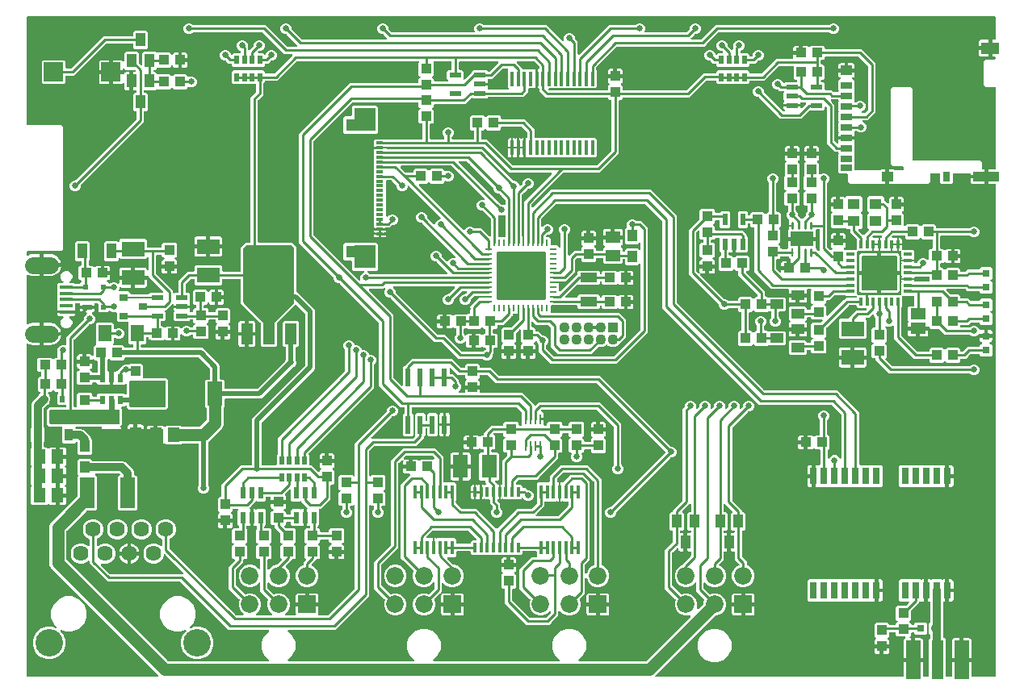
<source format=gtl>
G04 EAGLE Gerber RS-274X export*
G75*
%MOMM*%
%FSLAX34Y34*%
%LPD*%
%INTop Copper*%
%IPPOS*%
%AMOC8*
5,1,8,0,0,1.08239X$1,22.5*%
G01*
%ADD10R,1.000000X1.100000*%
%ADD11R,1.100000X1.000000*%
%ADD12R,2.400000X1.600000*%
%ADD13R,1.500000X1.300000*%
%ADD14R,1.371600X0.406400*%
%ADD15C,1.800000*%
%ADD16R,0.400000X1.500000*%
%ADD17R,1.219200X2.235200*%
%ADD18R,3.600000X2.200000*%
%ADD19R,1.200000X0.550000*%
%ADD20R,0.558800X1.270000*%
%ADD21R,0.558800X1.981200*%
%ADD22R,1.524000X4.064000*%
%ADD23R,1.270000X4.064000*%
%ADD24R,0.304800X0.990600*%
%ADD25R,0.254000X1.066800*%
%ADD26R,2.000000X2.000000*%
%ADD27R,1.300000X1.500000*%
%ADD28R,2.200000X2.400000*%
%ADD29R,0.850000X1.300000*%
%ADD30R,0.800000X0.300000*%
%ADD31R,1.600000X2.400000*%
%ADD32R,0.355600X1.473200*%
%ADD33R,0.800000X1.800000*%
%ADD34R,1.200000X0.700000*%
%ADD35R,0.800000X1.000000*%
%ADD36R,1.200000X1.000000*%
%ADD37R,2.800000X1.000000*%
%ADD38R,1.900000X1.300000*%
%ADD39C,2.880000*%
%ADD40C,1.620000*%
%ADD41R,1.500000X2.500000*%
%ADD42R,0.800000X0.800000*%
%ADD43R,0.500000X0.900000*%
%ADD44R,1.000000X1.400000*%
%ADD45R,1.300000X1.100000*%
%ADD46R,1.836000X1.836000*%
%ADD47C,1.836000*%
%ADD48R,0.292000X0.906000*%
%ADD49C,0.292000*%
%ADD50R,1.800000X1.000000*%
%ADD51R,1.108000X1.108000*%
%ADD52C,1.108000*%
%ADD53R,0.910000X1.220000*%
%ADD54R,1.220000X0.910000*%
%ADD55R,1.400000X1.800000*%
%ADD56R,1.000000X1.200000*%
%ADD57R,0.600000X0.900000*%
%ADD58R,1.000000X0.600000*%
%ADD59R,0.600000X0.600000*%
%ADD60R,0.350000X0.850000*%
%ADD61R,0.850000X0.350000*%
%ADD62C,0.185000*%
%ADD63R,0.889000X0.787400*%
%ADD64R,0.559000X0.724000*%
%ADD65R,1.000000X1.600000*%
%ADD66R,1.500000X3.200000*%
%ADD67R,1.600200X1.168400*%
%ADD68R,1.400000X1.000000*%
%ADD69C,0.257500*%
%ADD70R,0.700000X0.250000*%
%ADD71R,0.250000X0.700000*%
%ADD72C,0.254000*%
%ADD73C,0.652400*%
%ADD74C,0.508000*%
%ADD75C,1.270000*%
%ADD76C,0.203200*%
%ADD77C,0.609600*%
%ADD78C,0.952400*%
%ADD79C,0.812800*%

G36*
X139944Y2545D02*
X139944Y2545D01*
X139973Y2542D01*
X140084Y2565D01*
X140196Y2581D01*
X140223Y2593D01*
X140252Y2598D01*
X140353Y2651D01*
X140456Y2697D01*
X140478Y2716D01*
X140504Y2729D01*
X140586Y2807D01*
X140673Y2880D01*
X140689Y2905D01*
X140710Y2925D01*
X140768Y3023D01*
X140830Y3117D01*
X140839Y3145D01*
X140854Y3170D01*
X140882Y3280D01*
X140916Y3388D01*
X140917Y3418D01*
X140924Y3446D01*
X140921Y3559D01*
X140923Y3672D01*
X140916Y3701D01*
X140915Y3730D01*
X140880Y3838D01*
X140852Y3947D01*
X140837Y3973D01*
X140828Y4001D01*
X140782Y4065D01*
X140706Y4192D01*
X140661Y4235D01*
X140633Y4274D01*
X139640Y5267D01*
X28023Y116884D01*
X26669Y120152D01*
X26669Y161628D01*
X28023Y164896D01*
X55862Y192735D01*
X55914Y192805D01*
X55974Y192869D01*
X56000Y192918D01*
X56033Y192963D01*
X56064Y193044D01*
X56104Y193122D01*
X56112Y193170D01*
X56134Y193228D01*
X56146Y193376D01*
X56159Y193453D01*
X56159Y212632D01*
X56839Y213312D01*
X56874Y213359D01*
X56917Y213399D01*
X56959Y213472D01*
X57010Y213539D01*
X57031Y213594D01*
X57060Y213644D01*
X57081Y213726D01*
X57111Y213805D01*
X57116Y213863D01*
X57130Y213920D01*
X57128Y214004D01*
X57135Y214088D01*
X57123Y214146D01*
X57121Y214204D01*
X57095Y214284D01*
X57079Y214367D01*
X57052Y214419D01*
X57034Y214475D01*
X56994Y214531D01*
X56948Y214619D01*
X56879Y214692D01*
X56839Y214748D01*
X55959Y215628D01*
X55959Y229732D01*
X57448Y231221D01*
X69552Y231221D01*
X71191Y229582D01*
X71261Y229530D01*
X71325Y229470D01*
X71374Y229444D01*
X71418Y229411D01*
X71500Y229380D01*
X71578Y229340D01*
X71625Y229332D01*
X71684Y229310D01*
X71832Y229298D01*
X71909Y229285D01*
X103754Y229285D01*
X106181Y228279D01*
X114299Y220161D01*
X115305Y217734D01*
X115305Y215136D01*
X115313Y215078D01*
X115311Y215020D01*
X115333Y214938D01*
X115345Y214854D01*
X115368Y214801D01*
X115383Y214745D01*
X115426Y214672D01*
X115461Y214595D01*
X115499Y214550D01*
X115528Y214500D01*
X115590Y214442D01*
X115644Y214378D01*
X115693Y214346D01*
X115736Y214306D01*
X115811Y214267D01*
X115881Y214220D01*
X115937Y214203D01*
X115989Y214176D01*
X116057Y214165D01*
X116152Y214135D01*
X116252Y214132D01*
X116320Y214121D01*
X117252Y214121D01*
X118741Y212632D01*
X118741Y178528D01*
X117252Y177039D01*
X100148Y177039D01*
X98659Y178528D01*
X98659Y212632D01*
X100185Y214158D01*
X100220Y214205D01*
X100263Y214245D01*
X100306Y214318D01*
X100356Y214386D01*
X100377Y214440D01*
X100407Y214491D01*
X100427Y214572D01*
X100457Y214651D01*
X100462Y214710D01*
X100477Y214766D01*
X100474Y214850D01*
X100481Y214935D01*
X100469Y214992D01*
X100468Y215050D01*
X100442Y215131D01*
X100425Y215213D01*
X100398Y215265D01*
X100380Y215321D01*
X100340Y215377D01*
X100294Y215466D01*
X100225Y215538D01*
X100185Y215594D01*
X100002Y215778D01*
X99932Y215830D01*
X99868Y215890D01*
X99818Y215916D01*
X99774Y215949D01*
X99693Y215980D01*
X99615Y216020D01*
X99567Y216028D01*
X99509Y216050D01*
X99361Y216062D01*
X99284Y216075D01*
X75249Y216075D01*
X75220Y216071D01*
X75191Y216074D01*
X75080Y216051D01*
X74967Y216035D01*
X74941Y216023D01*
X74912Y216018D01*
X74811Y215965D01*
X74708Y215919D01*
X74686Y215900D01*
X74660Y215887D01*
X74577Y215809D01*
X74491Y215736D01*
X74475Y215711D01*
X74453Y215691D01*
X74396Y215593D01*
X74333Y215499D01*
X74325Y215471D01*
X74310Y215446D01*
X74282Y215336D01*
X74248Y215228D01*
X74247Y215198D01*
X74240Y215170D01*
X74243Y215057D01*
X74240Y214944D01*
X74248Y214915D01*
X74249Y214886D01*
X74284Y214778D01*
X74312Y214669D01*
X74327Y214643D01*
X74336Y214615D01*
X74382Y214552D01*
X74457Y214424D01*
X74503Y214381D01*
X74531Y214342D01*
X76241Y212632D01*
X76241Y178528D01*
X74752Y177039D01*
X65733Y177039D01*
X65647Y177027D01*
X65559Y177024D01*
X65507Y177007D01*
X65452Y176999D01*
X65372Y176964D01*
X65289Y176937D01*
X65249Y176909D01*
X65192Y176883D01*
X65079Y176787D01*
X65015Y176742D01*
X44748Y156475D01*
X44696Y156405D01*
X44636Y156341D01*
X44610Y156292D01*
X44577Y156247D01*
X44546Y156166D01*
X44506Y156088D01*
X44498Y156040D01*
X44476Y155982D01*
X44464Y155834D01*
X44451Y155757D01*
X44451Y126023D01*
X44463Y125937D01*
X44466Y125849D01*
X44483Y125797D01*
X44491Y125742D01*
X44526Y125662D01*
X44553Y125579D01*
X44581Y125539D01*
X44607Y125482D01*
X44703Y125369D01*
X44748Y125305D01*
X150705Y19348D01*
X150775Y19296D01*
X150839Y19236D01*
X150888Y19210D01*
X150933Y19177D01*
X151014Y19146D01*
X151092Y19106D01*
X151140Y19098D01*
X151198Y19076D01*
X151346Y19064D01*
X151423Y19051D01*
X255952Y19051D01*
X255981Y19055D01*
X256010Y19052D01*
X256121Y19075D01*
X256233Y19091D01*
X256260Y19103D01*
X256289Y19108D01*
X256389Y19160D01*
X256493Y19207D01*
X256515Y19226D01*
X256541Y19239D01*
X256623Y19317D01*
X256710Y19390D01*
X256726Y19415D01*
X256747Y19435D01*
X256805Y19533D01*
X256867Y19627D01*
X256876Y19655D01*
X256891Y19680D01*
X256919Y19790D01*
X256953Y19898D01*
X256954Y19928D01*
X256961Y19956D01*
X256958Y20069D01*
X256960Y20182D01*
X256953Y20211D01*
X256952Y20240D01*
X256917Y20348D01*
X256889Y20457D01*
X256874Y20483D01*
X256865Y20511D01*
X256819Y20574D01*
X256743Y20702D01*
X256698Y20745D01*
X256670Y20784D01*
X251830Y25624D01*
X249159Y32071D01*
X249159Y39049D01*
X251830Y45496D01*
X256670Y50336D01*
X256687Y50360D01*
X256710Y50379D01*
X256773Y50473D01*
X256841Y50563D01*
X256851Y50591D01*
X256867Y50615D01*
X256902Y50723D01*
X256942Y50829D01*
X256944Y50858D01*
X256953Y50886D01*
X256956Y51000D01*
X256965Y51112D01*
X256960Y51141D01*
X256960Y51170D01*
X256932Y51280D01*
X256910Y51391D01*
X256896Y51417D01*
X256889Y51445D01*
X256831Y51543D01*
X256779Y51643D01*
X256758Y51665D01*
X256743Y51690D01*
X256661Y51767D01*
X256583Y51849D01*
X256557Y51864D01*
X256536Y51884D01*
X256435Y51936D01*
X256338Y51993D01*
X256309Y52000D01*
X256283Y52014D01*
X256206Y52027D01*
X256062Y52063D01*
X256000Y52061D01*
X255952Y52069D01*
X214322Y52069D01*
X163819Y102572D01*
X163749Y102624D01*
X163685Y102684D01*
X163636Y102710D01*
X163592Y102743D01*
X163510Y102774D01*
X163432Y102814D01*
X163385Y102822D01*
X163326Y102844D01*
X163178Y102856D01*
X163101Y102869D01*
X87322Y102869D01*
X68319Y121872D01*
X68319Y123490D01*
X68315Y123519D01*
X68318Y123548D01*
X68295Y123659D01*
X68279Y123771D01*
X68267Y123798D01*
X68262Y123827D01*
X68209Y123928D01*
X68163Y124031D01*
X68144Y124053D01*
X68131Y124079D01*
X68053Y124161D01*
X67980Y124248D01*
X67955Y124264D01*
X67935Y124285D01*
X67837Y124343D01*
X67743Y124405D01*
X67715Y124414D01*
X67690Y124429D01*
X67580Y124457D01*
X67472Y124491D01*
X67442Y124492D01*
X67414Y124499D01*
X67301Y124496D01*
X67188Y124499D01*
X67159Y124491D01*
X67130Y124490D01*
X67022Y124455D01*
X66913Y124427D01*
X66887Y124412D01*
X66859Y124403D01*
X66795Y124357D01*
X66668Y124281D01*
X66625Y124236D01*
X66586Y124208D01*
X65457Y123079D01*
X61547Y121459D01*
X57313Y121459D01*
X53402Y123079D01*
X50409Y126072D01*
X48789Y129983D01*
X48789Y134217D01*
X50409Y138128D01*
X53402Y141121D01*
X57313Y142741D01*
X61547Y142741D01*
X65457Y141121D01*
X66586Y139992D01*
X66610Y139974D01*
X66629Y139952D01*
X66723Y139889D01*
X66813Y139821D01*
X66841Y139811D01*
X66865Y139795D01*
X66973Y139760D01*
X67079Y139720D01*
X67108Y139718D01*
X67136Y139709D01*
X67250Y139706D01*
X67362Y139696D01*
X67391Y139702D01*
X67420Y139701D01*
X67530Y139730D01*
X67641Y139752D01*
X67667Y139766D01*
X67695Y139773D01*
X67793Y139831D01*
X67893Y139883D01*
X67915Y139904D01*
X67940Y139919D01*
X68017Y140001D01*
X68099Y140079D01*
X68114Y140104D01*
X68134Y140126D01*
X68186Y140227D01*
X68243Y140324D01*
X68250Y140353D01*
X68264Y140379D01*
X68277Y140456D01*
X68313Y140600D01*
X68311Y140662D01*
X68319Y140710D01*
X68319Y146883D01*
X68319Y146884D01*
X68319Y146886D01*
X68299Y147026D01*
X68279Y147164D01*
X68279Y147166D01*
X68279Y147167D01*
X68222Y147293D01*
X68163Y147424D01*
X68162Y147425D01*
X68161Y147426D01*
X68070Y147533D01*
X67980Y147641D01*
X67978Y147641D01*
X67977Y147643D01*
X67964Y147651D01*
X67743Y147798D01*
X67714Y147807D01*
X67693Y147821D01*
X66102Y148479D01*
X63109Y151472D01*
X61489Y155383D01*
X61489Y159617D01*
X63109Y163528D01*
X66102Y166521D01*
X70013Y168141D01*
X74247Y168141D01*
X78158Y166521D01*
X81151Y163528D01*
X82771Y159617D01*
X82771Y155383D01*
X81151Y151472D01*
X78158Y148479D01*
X76567Y147821D01*
X76566Y147820D01*
X76565Y147819D01*
X76444Y147748D01*
X76323Y147676D01*
X76322Y147675D01*
X76320Y147674D01*
X76223Y147570D01*
X76127Y147469D01*
X76127Y147468D01*
X76126Y147467D01*
X76061Y147341D01*
X75997Y147217D01*
X75997Y147215D01*
X75996Y147214D01*
X75994Y147199D01*
X75942Y146938D01*
X75945Y146907D01*
X75941Y146883D01*
X75941Y140710D01*
X75945Y140681D01*
X75942Y140652D01*
X75965Y140541D01*
X75981Y140429D01*
X75993Y140402D01*
X75998Y140373D01*
X76051Y140272D01*
X76097Y140169D01*
X76116Y140147D01*
X76129Y140121D01*
X76207Y140039D01*
X76280Y139952D01*
X76305Y139936D01*
X76325Y139915D01*
X76423Y139857D01*
X76517Y139795D01*
X76545Y139786D01*
X76570Y139771D01*
X76680Y139743D01*
X76788Y139709D01*
X76818Y139708D01*
X76846Y139701D01*
X76959Y139704D01*
X77072Y139701D01*
X77101Y139709D01*
X77130Y139710D01*
X77238Y139745D01*
X77347Y139773D01*
X77373Y139788D01*
X77401Y139797D01*
X77465Y139843D01*
X77592Y139919D01*
X77635Y139964D01*
X77674Y139992D01*
X78803Y141121D01*
X82713Y142741D01*
X86947Y142741D01*
X90858Y141121D01*
X93851Y138128D01*
X95471Y134217D01*
X95471Y129983D01*
X93851Y126072D01*
X90858Y123079D01*
X86947Y121459D01*
X82713Y121459D01*
X81960Y121771D01*
X81877Y121793D01*
X81797Y121823D01*
X81740Y121828D01*
X81685Y121842D01*
X81599Y121840D01*
X81513Y121847D01*
X81458Y121836D01*
X81401Y121834D01*
X81319Y121808D01*
X81235Y121791D01*
X81184Y121765D01*
X81130Y121747D01*
X81059Y121700D01*
X80982Y121660D01*
X80941Y121621D01*
X80894Y121589D01*
X80838Y121523D01*
X80776Y121464D01*
X80747Y121415D01*
X80711Y121372D01*
X80676Y121293D01*
X80632Y121219D01*
X80618Y121164D01*
X80595Y121112D01*
X80584Y121027D01*
X80562Y120943D01*
X80564Y120887D01*
X80556Y120830D01*
X80569Y120745D01*
X80571Y120659D01*
X80589Y120605D01*
X80597Y120549D01*
X80632Y120471D01*
X80659Y120389D01*
X80688Y120349D01*
X80714Y120290D01*
X80808Y120179D01*
X80854Y120115D01*
X90181Y110788D01*
X90251Y110736D01*
X90315Y110676D01*
X90364Y110650D01*
X90408Y110617D01*
X90490Y110586D01*
X90568Y110546D01*
X90615Y110538D01*
X90674Y110516D01*
X90822Y110504D01*
X90899Y110491D01*
X166149Y110491D01*
X166178Y110495D01*
X166207Y110492D01*
X166318Y110515D01*
X166431Y110531D01*
X166457Y110543D01*
X166486Y110548D01*
X166587Y110600D01*
X166690Y110647D01*
X166712Y110666D01*
X166738Y110679D01*
X166821Y110757D01*
X166907Y110830D01*
X166923Y110855D01*
X166945Y110875D01*
X167002Y110973D01*
X167065Y111067D01*
X167073Y111095D01*
X167088Y111120D01*
X167116Y111230D01*
X167150Y111338D01*
X167151Y111368D01*
X167158Y111396D01*
X167155Y111509D01*
X167158Y111622D01*
X167150Y111651D01*
X167149Y111680D01*
X167114Y111788D01*
X167086Y111897D01*
X167071Y111923D01*
X167062Y111951D01*
X167016Y112014D01*
X166941Y112142D01*
X166895Y112185D01*
X166867Y112224D01*
X148004Y131087D01*
X147980Y131105D01*
X147961Y131127D01*
X147867Y131190D01*
X147777Y131258D01*
X147749Y131268D01*
X147725Y131285D01*
X147617Y131319D01*
X147511Y131359D01*
X147482Y131362D01*
X147454Y131370D01*
X147340Y131373D01*
X147228Y131383D01*
X147199Y131377D01*
X147170Y131378D01*
X147060Y131349D01*
X146949Y131327D01*
X146923Y131313D01*
X146895Y131306D01*
X146797Y131248D01*
X146697Y131196D01*
X146675Y131176D01*
X146650Y131161D01*
X146573Y131078D01*
X146491Y131000D01*
X146476Y130975D01*
X146456Y130953D01*
X146404Y130852D01*
X146347Y130755D01*
X146340Y130726D01*
X146326Y130700D01*
X146313Y130623D01*
X146277Y130479D01*
X146279Y130417D01*
X146271Y130369D01*
X146271Y129983D01*
X144651Y126072D01*
X141658Y123079D01*
X137747Y121459D01*
X133513Y121459D01*
X129602Y123079D01*
X126609Y126072D01*
X124989Y129983D01*
X124989Y134217D01*
X126609Y138128D01*
X129602Y141121D01*
X133513Y142741D01*
X137747Y142741D01*
X141657Y141121D01*
X142786Y139992D01*
X142810Y139974D01*
X142829Y139952D01*
X142923Y139889D01*
X143013Y139821D01*
X143041Y139811D01*
X143065Y139795D01*
X143173Y139760D01*
X143279Y139720D01*
X143308Y139718D01*
X143336Y139709D01*
X143450Y139706D01*
X143562Y139696D01*
X143591Y139702D01*
X143620Y139701D01*
X143730Y139730D01*
X143841Y139752D01*
X143867Y139766D01*
X143895Y139773D01*
X143993Y139831D01*
X144093Y139883D01*
X144115Y139904D01*
X144140Y139919D01*
X144217Y140001D01*
X144299Y140079D01*
X144314Y140104D01*
X144334Y140126D01*
X144386Y140227D01*
X144443Y140324D01*
X144450Y140353D01*
X144464Y140379D01*
X144477Y140456D01*
X144513Y140600D01*
X144511Y140662D01*
X144519Y140710D01*
X144519Y146883D01*
X144519Y146884D01*
X144519Y146886D01*
X144499Y147026D01*
X144479Y147164D01*
X144479Y147166D01*
X144479Y147167D01*
X144422Y147293D01*
X144363Y147424D01*
X144362Y147425D01*
X144361Y147426D01*
X144270Y147533D01*
X144180Y147641D01*
X144178Y147641D01*
X144177Y147643D01*
X144164Y147651D01*
X143943Y147798D01*
X143914Y147807D01*
X143893Y147821D01*
X142302Y148479D01*
X139309Y151472D01*
X137689Y155383D01*
X137689Y159617D01*
X139309Y163528D01*
X142302Y166521D01*
X146213Y168141D01*
X150447Y168141D01*
X154358Y166521D01*
X157351Y163528D01*
X158971Y159617D01*
X158971Y155383D01*
X157351Y151472D01*
X154358Y148479D01*
X152767Y147821D01*
X152766Y147820D01*
X152765Y147819D01*
X152644Y147748D01*
X152523Y147676D01*
X152522Y147675D01*
X152520Y147674D01*
X152423Y147570D01*
X152327Y147469D01*
X152327Y147468D01*
X152326Y147467D01*
X152261Y147341D01*
X152197Y147217D01*
X152197Y147215D01*
X152196Y147214D01*
X152194Y147199D01*
X152142Y146938D01*
X152145Y146907D01*
X152141Y146883D01*
X152141Y138149D01*
X152153Y138062D01*
X152156Y137975D01*
X152173Y137922D01*
X152181Y137867D01*
X152216Y137788D01*
X152243Y137704D01*
X152271Y137665D01*
X152297Y137608D01*
X152393Y137495D01*
X152438Y137431D01*
X222261Y67608D01*
X222331Y67556D01*
X222395Y67496D01*
X222444Y67470D01*
X222488Y67437D01*
X222570Y67406D01*
X222648Y67366D01*
X222695Y67358D01*
X222754Y67336D01*
X222902Y67324D01*
X222979Y67311D01*
X229123Y67311D01*
X229152Y67315D01*
X229181Y67312D01*
X229292Y67335D01*
X229404Y67351D01*
X229431Y67363D01*
X229460Y67368D01*
X229560Y67421D01*
X229664Y67467D01*
X229686Y67486D01*
X229712Y67499D01*
X229794Y67577D01*
X229881Y67650D01*
X229897Y67675D01*
X229918Y67695D01*
X229975Y67793D01*
X230038Y67887D01*
X230047Y67915D01*
X230062Y67940D01*
X230090Y68050D01*
X230124Y68158D01*
X230125Y68188D01*
X230132Y68216D01*
X230128Y68329D01*
X230131Y68442D01*
X230124Y68471D01*
X230123Y68500D01*
X230088Y68608D01*
X230059Y68717D01*
X230044Y68743D01*
X230035Y68771D01*
X229990Y68834D01*
X229914Y68962D01*
X229869Y69005D01*
X229841Y69044D01*
X226764Y72121D01*
X224979Y76429D01*
X224979Y81091D01*
X225891Y83293D01*
X225892Y83295D01*
X225892Y83296D01*
X225927Y83430D01*
X225962Y83569D01*
X225962Y83570D01*
X225963Y83572D01*
X225958Y83712D01*
X225954Y83853D01*
X225954Y83854D01*
X225954Y83856D01*
X225911Y83989D01*
X225867Y84123D01*
X225867Y84125D01*
X225866Y84126D01*
X225857Y84138D01*
X225709Y84360D01*
X225686Y84379D01*
X225671Y84400D01*
X217159Y92912D01*
X214629Y95442D01*
X214629Y118418D01*
X217159Y120948D01*
X220677Y124466D01*
X220695Y124490D01*
X220717Y124509D01*
X220780Y124603D01*
X220848Y124693D01*
X220858Y124721D01*
X220875Y124745D01*
X220909Y124853D01*
X220949Y124959D01*
X220952Y124988D01*
X220960Y125016D01*
X220963Y125130D01*
X220973Y125242D01*
X220967Y125271D01*
X220968Y125300D01*
X220939Y125410D01*
X220917Y125521D01*
X220903Y125547D01*
X220896Y125575D01*
X220838Y125673D01*
X220786Y125773D01*
X220766Y125795D01*
X220751Y125820D01*
X220668Y125897D01*
X220590Y125979D01*
X220565Y125994D01*
X220543Y126014D01*
X220442Y126066D01*
X220345Y126123D01*
X220316Y126130D01*
X220290Y126144D01*
X220213Y126157D01*
X220069Y126193D01*
X220007Y126191D01*
X219959Y126199D01*
X219508Y126199D01*
X218019Y127688D01*
X218019Y139792D01*
X219749Y141522D01*
X219784Y141569D01*
X219827Y141609D01*
X219869Y141682D01*
X219920Y141749D01*
X219941Y141804D01*
X219970Y141854D01*
X219991Y141936D01*
X220021Y142015D01*
X220026Y142073D01*
X220040Y142130D01*
X220038Y142214D01*
X220045Y142298D01*
X220033Y142356D01*
X220031Y142414D01*
X220005Y142494D01*
X219989Y142577D01*
X219962Y142629D01*
X219944Y142685D01*
X219904Y142741D01*
X219858Y142829D01*
X219789Y142902D01*
X219749Y142958D01*
X218019Y144688D01*
X218019Y156792D01*
X219508Y158281D01*
X224536Y158281D01*
X224594Y158289D01*
X224652Y158287D01*
X224734Y158309D01*
X224818Y158321D01*
X224871Y158344D01*
X224927Y158359D01*
X225000Y158402D01*
X225077Y158437D01*
X225122Y158475D01*
X225172Y158504D01*
X225230Y158566D01*
X225294Y158620D01*
X225326Y158669D01*
X225366Y158712D01*
X225405Y158787D01*
X225452Y158857D01*
X225469Y158913D01*
X225496Y158965D01*
X225507Y159033D01*
X225537Y159128D01*
X225540Y159228D01*
X225551Y159296D01*
X225551Y160579D01*
X225539Y160666D01*
X225536Y160753D01*
X225519Y160806D01*
X225511Y160861D01*
X225476Y160940D01*
X225449Y161024D01*
X225421Y161063D01*
X225395Y161120D01*
X225299Y161233D01*
X225254Y161297D01*
X224027Y162524D01*
X224027Y177328D01*
X224035Y177336D01*
X224053Y177360D01*
X224075Y177379D01*
X224138Y177473D01*
X224206Y177563D01*
X224216Y177591D01*
X224233Y177615D01*
X224267Y177723D01*
X224307Y177829D01*
X224310Y177858D01*
X224318Y177886D01*
X224321Y177999D01*
X224331Y178112D01*
X224325Y178141D01*
X224326Y178170D01*
X224297Y178280D01*
X224275Y178391D01*
X224261Y178417D01*
X224254Y178445D01*
X224196Y178543D01*
X224144Y178643D01*
X224124Y178665D01*
X224109Y178690D01*
X224026Y178767D01*
X223948Y178849D01*
X223923Y178864D01*
X223901Y178884D01*
X223801Y178936D01*
X223703Y178993D01*
X223674Y179000D01*
X223648Y179014D01*
X223571Y179027D01*
X223427Y179063D01*
X223365Y179061D01*
X223317Y179069D01*
X219376Y179069D01*
X219318Y179061D01*
X219260Y179063D01*
X219178Y179041D01*
X219094Y179029D01*
X219041Y179006D01*
X218985Y178991D01*
X218912Y178948D01*
X218835Y178913D01*
X218790Y178875D01*
X218740Y178846D01*
X218682Y178784D01*
X218618Y178730D01*
X218586Y178681D01*
X218546Y178638D01*
X218507Y178563D01*
X218460Y178493D01*
X218443Y178437D01*
X218416Y178385D01*
X218405Y178317D01*
X218375Y178222D01*
X218372Y178122D01*
X218361Y178054D01*
X218361Y177208D01*
X217090Y175936D01*
X217060Y175898D01*
X217024Y175865D01*
X216975Y175784D01*
X216919Y175709D01*
X216901Y175664D01*
X216876Y175622D01*
X216851Y175532D01*
X216818Y175444D01*
X216813Y175395D01*
X216801Y175348D01*
X216802Y175254D01*
X216794Y175160D01*
X216804Y175113D01*
X216804Y175064D01*
X216831Y174974D01*
X216850Y174882D01*
X216872Y174838D01*
X216886Y174792D01*
X216938Y174713D01*
X216981Y174629D01*
X217014Y174594D01*
X217041Y174553D01*
X217098Y174506D01*
X217177Y174423D01*
X217252Y174379D01*
X217300Y174339D01*
X217380Y174293D01*
X217853Y173820D01*
X218188Y173241D01*
X218361Y172594D01*
X218361Y168791D01*
X211836Y168791D01*
X211778Y168783D01*
X211720Y168784D01*
X211638Y168763D01*
X211555Y168751D01*
X211501Y168727D01*
X211445Y168713D01*
X211372Y168670D01*
X211295Y168635D01*
X211251Y168597D01*
X211200Y168567D01*
X211143Y168506D01*
X211078Y168451D01*
X211046Y168403D01*
X211006Y168360D01*
X210967Y168285D01*
X210921Y168215D01*
X210903Y168159D01*
X210876Y168107D01*
X210865Y168039D01*
X210835Y167944D01*
X210832Y167844D01*
X210821Y167776D01*
X210821Y166759D01*
X210819Y166759D01*
X210819Y167776D01*
X210811Y167834D01*
X210812Y167892D01*
X210791Y167974D01*
X210779Y168057D01*
X210755Y168111D01*
X210741Y168167D01*
X210698Y168240D01*
X210663Y168317D01*
X210625Y168361D01*
X210595Y168412D01*
X210534Y168469D01*
X210479Y168534D01*
X210431Y168566D01*
X210388Y168606D01*
X210313Y168645D01*
X210243Y168691D01*
X210187Y168709D01*
X210135Y168736D01*
X210067Y168747D01*
X209972Y168777D01*
X209872Y168780D01*
X209804Y168791D01*
X203279Y168791D01*
X203279Y172594D01*
X203452Y173241D01*
X203787Y173820D01*
X204260Y174293D01*
X204340Y174339D01*
X204379Y174369D01*
X204422Y174392D01*
X204490Y174457D01*
X204564Y174515D01*
X204593Y174554D01*
X204628Y174588D01*
X204675Y174669D01*
X204730Y174745D01*
X204747Y174791D01*
X204772Y174833D01*
X204795Y174924D01*
X204827Y175012D01*
X204830Y175061D01*
X204842Y175108D01*
X204839Y175202D01*
X204845Y175296D01*
X204834Y175344D01*
X204833Y175393D01*
X204804Y175482D01*
X204784Y175574D01*
X204760Y175617D01*
X204745Y175663D01*
X204702Y175724D01*
X204648Y175824D01*
X204587Y175885D01*
X204550Y175936D01*
X203279Y177208D01*
X203279Y190312D01*
X204768Y191801D01*
X205994Y191801D01*
X206052Y191809D01*
X206110Y191807D01*
X206192Y191829D01*
X206276Y191841D01*
X206329Y191864D01*
X206385Y191879D01*
X206458Y191922D01*
X206535Y191957D01*
X206580Y191995D01*
X206630Y192024D01*
X206688Y192086D01*
X206752Y192140D01*
X206784Y192189D01*
X206824Y192232D01*
X206863Y192307D01*
X206910Y192377D01*
X206927Y192433D01*
X206954Y192485D01*
X206965Y192553D01*
X206995Y192648D01*
X206998Y192748D01*
X207009Y192816D01*
X207009Y204778D01*
X227022Y224791D01*
X237744Y224791D01*
X237802Y224799D01*
X237860Y224797D01*
X237942Y224819D01*
X238026Y224831D01*
X238079Y224854D01*
X238135Y224869D01*
X238208Y224912D01*
X238285Y224947D01*
X238330Y224985D01*
X238380Y225014D01*
X238438Y225076D01*
X238502Y225130D01*
X238534Y225179D01*
X238574Y225222D01*
X238613Y225297D01*
X238660Y225367D01*
X238677Y225423D01*
X238704Y225475D01*
X238715Y225543D01*
X238745Y225638D01*
X238748Y225738D01*
X238759Y225806D01*
X238759Y272791D01*
X239533Y274658D01*
X294342Y329467D01*
X294394Y329537D01*
X294454Y329601D01*
X294480Y329650D01*
X294513Y329694D01*
X294544Y329776D01*
X294584Y329854D01*
X294592Y329902D01*
X294614Y329960D01*
X294626Y330108D01*
X294639Y330185D01*
X294639Y383555D01*
X294627Y383642D01*
X294624Y383729D01*
X294607Y383782D01*
X294599Y383836D01*
X294564Y383916D01*
X294537Y383999D01*
X294509Y384039D01*
X294483Y384096D01*
X294387Y384209D01*
X294342Y384273D01*
X285570Y393045D01*
X285523Y393080D01*
X285483Y393122D01*
X285410Y393165D01*
X285343Y393216D01*
X285288Y393237D01*
X285238Y393266D01*
X285156Y393287D01*
X285077Y393317D01*
X285019Y393322D01*
X284962Y393336D01*
X284878Y393334D01*
X284794Y393341D01*
X284736Y393329D01*
X284678Y393327D01*
X284598Y393301D01*
X284515Y393285D01*
X284463Y393258D01*
X284407Y393240D01*
X284351Y393200D01*
X284263Y393154D01*
X284190Y393085D01*
X284134Y393045D01*
X265474Y374385D01*
X265422Y374315D01*
X265362Y374251D01*
X265336Y374202D01*
X265303Y374158D01*
X265272Y374076D01*
X265232Y373998D01*
X265224Y373951D01*
X265202Y373892D01*
X265190Y373744D01*
X265177Y373667D01*
X265177Y350484D01*
X263688Y348995D01*
X249392Y348995D01*
X247903Y350484D01*
X247903Y373667D01*
X247891Y373754D01*
X247888Y373841D01*
X247871Y373894D01*
X247863Y373949D01*
X247828Y374028D01*
X247801Y374112D01*
X247773Y374151D01*
X247747Y374208D01*
X247651Y374321D01*
X247606Y374385D01*
X227329Y394662D01*
X227329Y419594D01*
X227321Y419652D01*
X227323Y419710D01*
X227301Y419792D01*
X227289Y419876D01*
X227266Y419929D01*
X227251Y419985D01*
X227208Y420058D01*
X227173Y420135D01*
X227135Y420180D01*
X227106Y420230D01*
X227044Y420288D01*
X226990Y420352D01*
X226941Y420384D01*
X226898Y420424D01*
X226823Y420463D01*
X226753Y420510D01*
X226697Y420527D01*
X226645Y420554D01*
X226577Y420565D01*
X226482Y420595D01*
X226382Y420598D01*
X226314Y420609D01*
X208596Y420609D01*
X208538Y420601D01*
X208480Y420603D01*
X208398Y420581D01*
X208314Y420569D01*
X208261Y420546D01*
X208205Y420531D01*
X208132Y420488D01*
X208055Y420453D01*
X208010Y420415D01*
X207960Y420386D01*
X207902Y420324D01*
X207838Y420270D01*
X207806Y420221D01*
X207766Y420178D01*
X207727Y420103D01*
X207680Y420033D01*
X207663Y419977D01*
X207636Y419925D01*
X207625Y419857D01*
X207595Y419762D01*
X207592Y419662D01*
X207581Y419594D01*
X207581Y415368D01*
X206092Y413879D01*
X179988Y413879D01*
X178499Y415368D01*
X178499Y419594D01*
X178491Y419652D01*
X178493Y419710D01*
X178471Y419792D01*
X178459Y419876D01*
X178436Y419929D01*
X178421Y419985D01*
X178378Y420058D01*
X178343Y420135D01*
X178305Y420180D01*
X178276Y420230D01*
X178214Y420288D01*
X178160Y420352D01*
X178111Y420384D01*
X178068Y420424D01*
X177993Y420463D01*
X177923Y420510D01*
X177867Y420527D01*
X177815Y420554D01*
X177747Y420565D01*
X177652Y420595D01*
X177552Y420598D01*
X177484Y420609D01*
X174959Y420609D01*
X174872Y420597D01*
X174785Y420594D01*
X174732Y420577D01*
X174677Y420569D01*
X174598Y420534D01*
X174514Y420507D01*
X174475Y420479D01*
X174418Y420453D01*
X174305Y420357D01*
X174241Y420312D01*
X169509Y415580D01*
X169457Y415510D01*
X169397Y415446D01*
X169371Y415397D01*
X169338Y415353D01*
X169307Y415271D01*
X169267Y415193D01*
X169259Y415146D01*
X169237Y415087D01*
X169225Y414939D01*
X169212Y414862D01*
X169212Y406966D01*
X169220Y406908D01*
X169218Y406850D01*
X169240Y406768D01*
X169252Y406684D01*
X169275Y406631D01*
X169290Y406575D01*
X169333Y406502D01*
X169368Y406425D01*
X169406Y406380D01*
X169435Y406330D01*
X169497Y406272D01*
X169551Y406208D01*
X169600Y406176D01*
X169643Y406136D01*
X169718Y406097D01*
X169788Y406050D01*
X169844Y406033D01*
X169896Y406006D01*
X169964Y405995D01*
X170059Y405965D01*
X170159Y405962D01*
X170227Y405951D01*
X172453Y405951D01*
X173942Y404462D01*
X173942Y396858D01*
X173663Y396579D01*
X173622Y396524D01*
X173573Y396476D01*
X173537Y396411D01*
X173492Y396352D01*
X173468Y396288D01*
X173434Y396228D01*
X173417Y396156D01*
X173391Y396086D01*
X173385Y396018D01*
X173370Y395952D01*
X173373Y395877D01*
X173367Y395803D01*
X173381Y395736D01*
X173384Y395668D01*
X173406Y395609D01*
X173423Y395524D01*
X173476Y395423D01*
X173502Y395353D01*
X173769Y394891D01*
X173942Y394244D01*
X173942Y392534D01*
X165760Y392534D01*
X165702Y392526D01*
X165644Y392528D01*
X165562Y392506D01*
X165479Y392494D01*
X165425Y392471D01*
X165401Y392464D01*
X165373Y392479D01*
X165305Y392490D01*
X165210Y392520D01*
X165110Y392523D01*
X165042Y392534D01*
X156860Y392534D01*
X156860Y392860D01*
X156856Y392889D01*
X156859Y392918D01*
X156836Y393029D01*
X156820Y393142D01*
X156808Y393168D01*
X156803Y393197D01*
X156750Y393298D01*
X156704Y393401D01*
X156685Y393423D01*
X156672Y393449D01*
X156594Y393532D01*
X156521Y393618D01*
X156496Y393634D01*
X156476Y393656D01*
X156378Y393713D01*
X156284Y393776D01*
X156256Y393784D01*
X156231Y393799D01*
X156121Y393827D01*
X156013Y393861D01*
X155983Y393862D01*
X155955Y393869D01*
X155842Y393866D01*
X155729Y393869D01*
X155700Y393861D01*
X155671Y393860D01*
X155563Y393825D01*
X155454Y393797D01*
X155428Y393782D01*
X155400Y393773D01*
X155337Y393727D01*
X155209Y393652D01*
X155166Y393606D01*
X155127Y393578D01*
X153681Y392132D01*
X149152Y387603D01*
X148250Y387603D01*
X148221Y387599D01*
X148192Y387602D01*
X148081Y387579D01*
X147968Y387563D01*
X147942Y387551D01*
X147913Y387546D01*
X147812Y387493D01*
X147709Y387447D01*
X147687Y387428D01*
X147661Y387415D01*
X147578Y387337D01*
X147492Y387264D01*
X147476Y387239D01*
X147454Y387219D01*
X147397Y387121D01*
X147334Y387027D01*
X147326Y386999D01*
X147311Y386974D01*
X147283Y386864D01*
X147249Y386756D01*
X147248Y386726D01*
X147241Y386698D01*
X147244Y386585D01*
X147241Y386472D01*
X147249Y386443D01*
X147250Y386414D01*
X147285Y386306D01*
X147313Y386197D01*
X147328Y386171D01*
X147337Y386143D01*
X147383Y386079D01*
X147458Y385952D01*
X147504Y385909D01*
X147532Y385870D01*
X147940Y385462D01*
X147940Y377858D01*
X146451Y376369D01*
X144225Y376369D01*
X144167Y376361D01*
X144109Y376363D01*
X144027Y376341D01*
X143943Y376329D01*
X143890Y376306D01*
X143834Y376291D01*
X143761Y376248D01*
X143684Y376213D01*
X143639Y376175D01*
X143589Y376146D01*
X143531Y376084D01*
X143467Y376030D01*
X143435Y375981D01*
X143395Y375938D01*
X143356Y375863D01*
X143309Y375793D01*
X143292Y375737D01*
X143265Y375685D01*
X143254Y375617D01*
X143224Y375522D01*
X143221Y375422D01*
X143210Y375354D01*
X143210Y371776D01*
X143218Y371718D01*
X143216Y371660D01*
X143238Y371578D01*
X143250Y371494D01*
X143273Y371441D01*
X143288Y371385D01*
X143331Y371312D01*
X143366Y371235D01*
X143404Y371190D01*
X143433Y371140D01*
X143495Y371082D01*
X143549Y371018D01*
X143598Y370986D01*
X143641Y370946D01*
X143716Y370907D01*
X143786Y370860D01*
X143842Y370843D01*
X143894Y370816D01*
X143962Y370805D01*
X144057Y370775D01*
X144157Y370772D01*
X144225Y370761D01*
X145372Y370761D01*
X146644Y369490D01*
X146682Y369460D01*
X146715Y369424D01*
X146796Y369375D01*
X146871Y369319D01*
X146916Y369301D01*
X146958Y369276D01*
X147048Y369251D01*
X147136Y369218D01*
X147185Y369213D01*
X147232Y369201D01*
X147326Y369202D01*
X147420Y369194D01*
X147467Y369204D01*
X147516Y369204D01*
X147606Y369231D01*
X147698Y369250D01*
X147742Y369272D01*
X147788Y369286D01*
X147867Y369338D01*
X147951Y369381D01*
X147986Y369414D01*
X148027Y369441D01*
X148074Y369498D01*
X148157Y369577D01*
X148201Y369652D01*
X148241Y369700D01*
X148287Y369780D01*
X148760Y370253D01*
X149339Y370588D01*
X149986Y370761D01*
X153789Y370761D01*
X153789Y364236D01*
X153797Y364178D01*
X153795Y364120D01*
X153817Y364038D01*
X153829Y363955D01*
X153853Y363901D01*
X153867Y363845D01*
X153910Y363772D01*
X153945Y363695D01*
X153983Y363651D01*
X154013Y363600D01*
X154074Y363543D01*
X154129Y363478D01*
X154177Y363446D01*
X154220Y363406D01*
X154295Y363367D01*
X154365Y363321D01*
X154421Y363303D01*
X154473Y363276D01*
X154541Y363265D01*
X154636Y363235D01*
X154736Y363232D01*
X154804Y363221D01*
X156836Y363221D01*
X156894Y363229D01*
X156952Y363228D01*
X157034Y363249D01*
X157117Y363261D01*
X157171Y363285D01*
X157227Y363299D01*
X157300Y363342D01*
X157377Y363377D01*
X157421Y363415D01*
X157472Y363445D01*
X157529Y363506D01*
X157594Y363561D01*
X157626Y363609D01*
X157666Y363652D01*
X157705Y363727D01*
X157751Y363797D01*
X157769Y363853D01*
X157796Y363905D01*
X157807Y363973D01*
X157837Y364068D01*
X157840Y364168D01*
X157851Y364236D01*
X157851Y370761D01*
X161654Y370761D01*
X162301Y370588D01*
X162880Y370253D01*
X163353Y369780D01*
X163658Y369252D01*
X163688Y369213D01*
X163711Y369170D01*
X163775Y369102D01*
X163833Y369028D01*
X163873Y368999D01*
X163906Y368964D01*
X163987Y368916D01*
X164064Y368861D01*
X164110Y368845D01*
X164152Y368820D01*
X164243Y368797D01*
X164331Y368765D01*
X164380Y368762D01*
X164427Y368750D01*
X164521Y368753D01*
X164615Y368747D01*
X164663Y368758D01*
X164711Y368759D01*
X164801Y368788D01*
X164893Y368808D01*
X164935Y368832D01*
X164982Y368847D01*
X165042Y368890D01*
X165142Y368944D01*
X165204Y369005D01*
X165255Y369042D01*
X166893Y370679D01*
X169026Y371563D01*
X171334Y371563D01*
X173467Y370679D01*
X174278Y369868D01*
X174348Y369816D01*
X174412Y369756D01*
X174461Y369730D01*
X174505Y369697D01*
X174587Y369666D01*
X174665Y369626D01*
X174713Y369618D01*
X174771Y369596D01*
X174919Y369584D01*
X174996Y369571D01*
X176364Y369571D01*
X176422Y369579D01*
X176480Y369577D01*
X176562Y369599D01*
X176646Y369611D01*
X176699Y369634D01*
X176755Y369649D01*
X176828Y369692D01*
X176905Y369727D01*
X176950Y369765D01*
X177000Y369794D01*
X177058Y369856D01*
X177122Y369910D01*
X177154Y369959D01*
X177194Y370002D01*
X177233Y370077D01*
X177280Y370147D01*
X177297Y370203D01*
X177324Y370255D01*
X177335Y370323D01*
X177365Y370418D01*
X177368Y370518D01*
X177379Y370586D01*
X177379Y370932D01*
X179109Y372662D01*
X179144Y372709D01*
X179187Y372749D01*
X179229Y372822D01*
X179280Y372889D01*
X179301Y372944D01*
X179330Y372994D01*
X179351Y373076D01*
X179381Y373155D01*
X179386Y373213D01*
X179400Y373270D01*
X179398Y373354D01*
X179405Y373438D01*
X179393Y373496D01*
X179391Y373554D01*
X179365Y373634D01*
X179349Y373717D01*
X179322Y373769D01*
X179304Y373825D01*
X179264Y373881D01*
X179218Y373969D01*
X179149Y374042D01*
X179109Y374098D01*
X177379Y375828D01*
X177379Y376834D01*
X177371Y376892D01*
X177373Y376950D01*
X177351Y377032D01*
X177339Y377116D01*
X177316Y377169D01*
X177301Y377225D01*
X177258Y377298D01*
X177223Y377375D01*
X177185Y377420D01*
X177156Y377470D01*
X177094Y377528D01*
X177040Y377592D01*
X176991Y377624D01*
X176948Y377664D01*
X176873Y377703D01*
X176803Y377750D01*
X176747Y377767D01*
X176695Y377794D01*
X176627Y377805D01*
X176532Y377835D01*
X176432Y377838D01*
X176364Y377849D01*
X174354Y377849D01*
X174267Y377837D01*
X174180Y377834D01*
X174127Y377817D01*
X174072Y377809D01*
X173993Y377774D01*
X173909Y377747D01*
X173870Y377719D01*
X173813Y377693D01*
X173700Y377597D01*
X173636Y377552D01*
X172453Y376369D01*
X158349Y376369D01*
X156860Y377858D01*
X156860Y385462D01*
X157139Y385741D01*
X157180Y385796D01*
X157229Y385844D01*
X157265Y385909D01*
X157310Y385968D01*
X157334Y386032D01*
X157368Y386092D01*
X157385Y386164D01*
X157411Y386234D01*
X157417Y386302D01*
X157432Y386368D01*
X157429Y386443D01*
X157435Y386517D01*
X157421Y386584D01*
X157418Y386652D01*
X157396Y386711D01*
X157379Y386796D01*
X157326Y386897D01*
X157300Y386967D01*
X157033Y387429D01*
X156860Y388076D01*
X156860Y389786D01*
X165042Y389786D01*
X165100Y389794D01*
X165158Y389792D01*
X165240Y389814D01*
X165323Y389826D01*
X165377Y389849D01*
X165401Y389856D01*
X165429Y389841D01*
X165497Y389830D01*
X165592Y389800D01*
X165692Y389797D01*
X165760Y389786D01*
X173942Y389786D01*
X173942Y388076D01*
X173769Y387429D01*
X173517Y386994D01*
X173502Y386957D01*
X173481Y386925D01*
X173449Y386826D01*
X173411Y386730D01*
X173407Y386691D01*
X173395Y386654D01*
X173392Y386550D01*
X173382Y386447D01*
X173389Y386409D01*
X173388Y386370D01*
X173414Y386269D01*
X173432Y386167D01*
X173450Y386132D01*
X173459Y386095D01*
X173512Y386006D01*
X173558Y385913D01*
X173585Y385884D01*
X173605Y385850D01*
X173680Y385779D01*
X173750Y385703D01*
X173784Y385682D01*
X173812Y385656D01*
X173904Y385608D01*
X173993Y385554D01*
X174030Y385544D01*
X174065Y385526D01*
X174142Y385513D01*
X174267Y385479D01*
X174341Y385480D01*
X174396Y385471D01*
X176364Y385471D01*
X176422Y385479D01*
X176480Y385477D01*
X176562Y385499D01*
X176646Y385511D01*
X176699Y385534D01*
X176755Y385549D01*
X176828Y385592D01*
X176905Y385627D01*
X176950Y385665D01*
X177000Y385694D01*
X177058Y385756D01*
X177122Y385810D01*
X177154Y385859D01*
X177194Y385902D01*
X177233Y385977D01*
X177280Y386047D01*
X177297Y386103D01*
X177324Y386155D01*
X177335Y386223D01*
X177365Y386318D01*
X177368Y386418D01*
X177379Y386486D01*
X177379Y387932D01*
X178868Y389421D01*
X179714Y389421D01*
X179772Y389429D01*
X179830Y389427D01*
X179912Y389449D01*
X179996Y389461D01*
X180049Y389484D01*
X180105Y389499D01*
X180178Y389542D01*
X180255Y389577D01*
X180300Y389615D01*
X180350Y389644D01*
X180408Y389706D01*
X180472Y389760D01*
X180504Y389809D01*
X180544Y389852D01*
X180583Y389927D01*
X180630Y389997D01*
X180647Y390053D01*
X180674Y390105D01*
X180685Y390173D01*
X180715Y390268D01*
X180718Y390368D01*
X180729Y390436D01*
X180729Y392264D01*
X180721Y392322D01*
X180723Y392380D01*
X180701Y392462D01*
X180689Y392546D01*
X180666Y392599D01*
X180651Y392655D01*
X180608Y392728D01*
X180573Y392805D01*
X180535Y392850D01*
X180506Y392900D01*
X180444Y392958D01*
X180390Y393022D01*
X180341Y393054D01*
X180298Y393094D01*
X180223Y393133D01*
X180153Y393180D01*
X180097Y393197D01*
X180045Y393224D01*
X179977Y393235D01*
X179882Y393265D01*
X179782Y393268D01*
X179714Y393279D01*
X178488Y393279D01*
X176999Y394768D01*
X176999Y407872D01*
X178488Y409361D01*
X190592Y409361D01*
X192081Y407872D01*
X192081Y407706D01*
X192082Y407696D01*
X192081Y407686D01*
X192102Y407555D01*
X192121Y407424D01*
X192125Y407416D01*
X192126Y407406D01*
X192183Y407286D01*
X192237Y407165D01*
X192243Y407158D01*
X192247Y407149D01*
X192335Y407049D01*
X192420Y406948D01*
X192429Y406943D01*
X192435Y406935D01*
X192546Y406864D01*
X192657Y406790D01*
X192667Y406787D01*
X192675Y406782D01*
X192801Y406745D01*
X192928Y406705D01*
X192938Y406704D01*
X192947Y406702D01*
X193080Y406701D01*
X193212Y406697D01*
X193222Y406700D01*
X193232Y406700D01*
X193360Y406736D01*
X193487Y406769D01*
X193496Y406774D01*
X193505Y406777D01*
X193619Y406847D01*
X193732Y406914D01*
X193739Y406922D01*
X193747Y406927D01*
X193836Y407025D01*
X193926Y407122D01*
X193931Y407130D01*
X193937Y407138D01*
X193961Y407189D01*
X194056Y407375D01*
X194062Y407410D01*
X194077Y407443D01*
X194172Y407801D01*
X194507Y408380D01*
X194980Y408853D01*
X195559Y409188D01*
X196206Y409361D01*
X199509Y409361D01*
X199509Y402336D01*
X199517Y402278D01*
X199515Y402220D01*
X199537Y402138D01*
X199549Y402055D01*
X199573Y402001D01*
X199587Y401945D01*
X199630Y401872D01*
X199665Y401795D01*
X199703Y401751D01*
X199733Y401700D01*
X199794Y401643D01*
X199849Y401578D01*
X199897Y401546D01*
X199940Y401506D01*
X200015Y401467D01*
X200085Y401421D01*
X200141Y401403D01*
X200193Y401376D01*
X200261Y401365D01*
X200356Y401335D01*
X200456Y401332D01*
X200524Y401321D01*
X201541Y401321D01*
X201541Y401319D01*
X200524Y401319D01*
X200466Y401311D01*
X200408Y401312D01*
X200326Y401291D01*
X200243Y401279D01*
X200189Y401255D01*
X200133Y401241D01*
X200060Y401198D01*
X199983Y401163D01*
X199938Y401125D01*
X199888Y401095D01*
X199830Y401034D01*
X199766Y400979D01*
X199734Y400931D01*
X199694Y400888D01*
X199655Y400813D01*
X199609Y400743D01*
X199591Y400687D01*
X199564Y400635D01*
X199553Y400567D01*
X199523Y400472D01*
X199520Y400372D01*
X199509Y400304D01*
X199509Y393279D01*
X196206Y393279D01*
X195559Y393452D01*
X194980Y393787D01*
X194507Y394260D01*
X194172Y394839D01*
X194077Y395197D01*
X194073Y395206D01*
X194071Y395216D01*
X194017Y395336D01*
X193965Y395458D01*
X193959Y395466D01*
X193955Y395475D01*
X193870Y395576D01*
X193786Y395679D01*
X193778Y395684D01*
X193771Y395692D01*
X193661Y395766D01*
X193552Y395841D01*
X193543Y395844D01*
X193535Y395850D01*
X193408Y395890D01*
X193283Y395932D01*
X193273Y395932D01*
X193264Y395935D01*
X193131Y395939D01*
X192999Y395945D01*
X192989Y395942D01*
X192980Y395943D01*
X192851Y395909D01*
X192723Y395878D01*
X192714Y395873D01*
X192705Y395871D01*
X192591Y395803D01*
X192475Y395738D01*
X192469Y395731D01*
X192460Y395726D01*
X192369Y395629D01*
X192277Y395534D01*
X192272Y395525D01*
X192266Y395518D01*
X192205Y395400D01*
X192143Y395283D01*
X192141Y395274D01*
X192136Y395265D01*
X192127Y395209D01*
X192083Y395005D01*
X192087Y394970D01*
X192081Y394934D01*
X192081Y394768D01*
X190592Y393279D01*
X189366Y393279D01*
X189308Y393271D01*
X189250Y393273D01*
X189168Y393251D01*
X189084Y393239D01*
X189031Y393216D01*
X188975Y393201D01*
X188902Y393158D01*
X188825Y393123D01*
X188780Y393085D01*
X188730Y393056D01*
X188672Y392994D01*
X188608Y392940D01*
X188576Y392891D01*
X188536Y392848D01*
X188497Y392773D01*
X188450Y392703D01*
X188433Y392647D01*
X188406Y392595D01*
X188395Y392527D01*
X188365Y392432D01*
X188362Y392332D01*
X188351Y392264D01*
X188351Y390436D01*
X188359Y390378D01*
X188357Y390320D01*
X188379Y390238D01*
X188391Y390154D01*
X188414Y390101D01*
X188429Y390045D01*
X188472Y389972D01*
X188507Y389895D01*
X188545Y389850D01*
X188574Y389800D01*
X188636Y389742D01*
X188690Y389678D01*
X188739Y389646D01*
X188782Y389606D01*
X188857Y389567D01*
X188927Y389520D01*
X188983Y389503D01*
X189035Y389476D01*
X189103Y389465D01*
X189198Y389435D01*
X189298Y389432D01*
X189366Y389421D01*
X191972Y389421D01*
X193461Y387932D01*
X193461Y386486D01*
X193469Y386428D01*
X193467Y386370D01*
X193489Y386288D01*
X193501Y386204D01*
X193524Y386151D01*
X193539Y386095D01*
X193582Y386022D01*
X193617Y385945D01*
X193655Y385900D01*
X193684Y385850D01*
X193746Y385792D01*
X193800Y385728D01*
X193849Y385696D01*
X193892Y385656D01*
X193967Y385617D01*
X194037Y385570D01*
X194093Y385553D01*
X194145Y385526D01*
X194213Y385515D01*
X194308Y385485D01*
X194408Y385482D01*
X194476Y385471D01*
X199724Y385471D01*
X199782Y385479D01*
X199840Y385477D01*
X199922Y385499D01*
X200006Y385511D01*
X200059Y385534D01*
X200115Y385549D01*
X200188Y385592D01*
X200265Y385627D01*
X200310Y385665D01*
X200360Y385694D01*
X200418Y385756D01*
X200482Y385810D01*
X200514Y385859D01*
X200554Y385902D01*
X200593Y385977D01*
X200640Y386047D01*
X200657Y386103D01*
X200684Y386155D01*
X200695Y386223D01*
X200725Y386318D01*
X200728Y386418D01*
X200739Y386486D01*
X200739Y388432D01*
X202228Y389921D01*
X214332Y389921D01*
X215821Y388432D01*
X215821Y375328D01*
X214550Y374056D01*
X214520Y374017D01*
X214484Y373984D01*
X214435Y373904D01*
X214379Y373829D01*
X214361Y373784D01*
X214336Y373742D01*
X214311Y373651D01*
X214277Y373564D01*
X214273Y373515D01*
X214260Y373468D01*
X214262Y373374D01*
X214254Y373280D01*
X214264Y373232D01*
X214264Y373184D01*
X214291Y373094D01*
X214310Y373002D01*
X214332Y372958D01*
X214346Y372911D01*
X214397Y372833D01*
X214441Y372749D01*
X214474Y372714D01*
X214501Y372673D01*
X214558Y372626D01*
X214637Y372543D01*
X214712Y372499D01*
X214760Y372459D01*
X214840Y372413D01*
X215313Y371940D01*
X215648Y371361D01*
X215821Y370714D01*
X215821Y366911D01*
X209296Y366911D01*
X209238Y366903D01*
X209180Y366904D01*
X209098Y366883D01*
X209015Y366871D01*
X208961Y366847D01*
X208905Y366833D01*
X208832Y366790D01*
X208755Y366755D01*
X208711Y366717D01*
X208660Y366687D01*
X208603Y366626D01*
X208538Y366571D01*
X208506Y366523D01*
X208466Y366480D01*
X208427Y366405D01*
X208381Y366335D01*
X208363Y366279D01*
X208336Y366227D01*
X208325Y366159D01*
X208295Y366064D01*
X208292Y365964D01*
X208281Y365896D01*
X208281Y364879D01*
X208279Y364879D01*
X208279Y365896D01*
X208271Y365954D01*
X208272Y366012D01*
X208251Y366094D01*
X208239Y366177D01*
X208215Y366231D01*
X208201Y366287D01*
X208158Y366360D01*
X208123Y366437D01*
X208085Y366481D01*
X208055Y366532D01*
X207994Y366589D01*
X207939Y366654D01*
X207891Y366686D01*
X207848Y366726D01*
X207773Y366765D01*
X207703Y366811D01*
X207647Y366829D01*
X207595Y366856D01*
X207527Y366867D01*
X207432Y366897D01*
X207332Y366900D01*
X207264Y366911D01*
X200739Y366911D01*
X200739Y370714D01*
X200912Y371361D01*
X201247Y371940D01*
X201720Y372413D01*
X201800Y372459D01*
X201838Y372489D01*
X201882Y372512D01*
X201950Y372577D01*
X202024Y372634D01*
X202053Y372674D01*
X202088Y372708D01*
X202135Y372789D01*
X202190Y372865D01*
X202207Y372911D01*
X202232Y372953D01*
X202255Y373044D01*
X202287Y373132D01*
X202290Y373181D01*
X202302Y373228D01*
X202299Y373322D01*
X202305Y373416D01*
X202294Y373464D01*
X202293Y373513D01*
X202264Y373602D01*
X202244Y373694D01*
X202220Y373737D01*
X202205Y373783D01*
X202162Y373844D01*
X202108Y373944D01*
X202047Y374005D01*
X202010Y374056D01*
X200739Y375328D01*
X200739Y376834D01*
X200731Y376892D01*
X200733Y376950D01*
X200711Y377032D01*
X200699Y377116D01*
X200676Y377169D01*
X200661Y377225D01*
X200618Y377298D01*
X200583Y377375D01*
X200545Y377420D01*
X200516Y377470D01*
X200454Y377528D01*
X200400Y377592D01*
X200351Y377624D01*
X200308Y377664D01*
X200233Y377703D01*
X200163Y377750D01*
X200107Y377767D01*
X200055Y377794D01*
X199987Y377805D01*
X199892Y377835D01*
X199792Y377838D01*
X199724Y377849D01*
X194476Y377849D01*
X194418Y377841D01*
X194360Y377843D01*
X194278Y377821D01*
X194194Y377809D01*
X194141Y377786D01*
X194085Y377771D01*
X194012Y377728D01*
X193935Y377693D01*
X193890Y377655D01*
X193840Y377626D01*
X193782Y377564D01*
X193718Y377510D01*
X193686Y377461D01*
X193646Y377418D01*
X193607Y377343D01*
X193560Y377273D01*
X193543Y377217D01*
X193516Y377165D01*
X193505Y377097D01*
X193475Y377002D01*
X193472Y376902D01*
X193461Y376834D01*
X193461Y375828D01*
X191731Y374098D01*
X191696Y374051D01*
X191653Y374011D01*
X191611Y373938D01*
X191560Y373871D01*
X191539Y373816D01*
X191510Y373766D01*
X191489Y373684D01*
X191459Y373605D01*
X191454Y373547D01*
X191440Y373490D01*
X191442Y373406D01*
X191435Y373322D01*
X191447Y373264D01*
X191449Y373206D01*
X191475Y373126D01*
X191491Y373043D01*
X191518Y372991D01*
X191536Y372935D01*
X191576Y372879D01*
X191622Y372791D01*
X191691Y372718D01*
X191731Y372662D01*
X193461Y370932D01*
X193461Y358828D01*
X191972Y357339D01*
X178868Y357339D01*
X177379Y358828D01*
X177379Y360934D01*
X177371Y360990D01*
X177373Y361040D01*
X177372Y361041D01*
X177373Y361050D01*
X177351Y361132D01*
X177339Y361216D01*
X177316Y361269D01*
X177301Y361325D01*
X177258Y361398D01*
X177223Y361475D01*
X177185Y361520D01*
X177156Y361570D01*
X177094Y361628D01*
X177040Y361692D01*
X176991Y361724D01*
X176948Y361764D01*
X176873Y361803D01*
X176803Y361850D01*
X176747Y361867D01*
X176695Y361894D01*
X176627Y361905D01*
X176532Y361935D01*
X176432Y361938D01*
X176364Y361949D01*
X174996Y361949D01*
X174909Y361937D01*
X174822Y361934D01*
X174769Y361917D01*
X174715Y361909D01*
X174635Y361874D01*
X174552Y361847D01*
X174512Y361819D01*
X174455Y361793D01*
X174342Y361697D01*
X174278Y361652D01*
X173467Y360841D01*
X171334Y359957D01*
X169026Y359957D01*
X166893Y360841D01*
X165594Y362140D01*
X165570Y362157D01*
X165551Y362180D01*
X165457Y362243D01*
X165367Y362311D01*
X165339Y362321D01*
X165315Y362337D01*
X165207Y362372D01*
X165101Y362412D01*
X165072Y362414D01*
X165044Y362423D01*
X164930Y362426D01*
X164818Y362436D01*
X164789Y362430D01*
X164760Y362431D01*
X164650Y362402D01*
X164539Y362380D01*
X164513Y362366D01*
X164485Y362359D01*
X164387Y362301D01*
X164287Y362249D01*
X164265Y362228D01*
X164240Y362213D01*
X164163Y362131D01*
X164081Y362053D01*
X164066Y362028D01*
X164046Y362006D01*
X163994Y361905D01*
X163937Y361808D01*
X163930Y361779D01*
X163916Y361753D01*
X163903Y361676D01*
X163867Y361532D01*
X163869Y361470D01*
X163861Y361422D01*
X163861Y357886D01*
X163688Y357239D01*
X163353Y356660D01*
X162880Y356187D01*
X162301Y355852D01*
X161654Y355679D01*
X157851Y355679D01*
X157851Y362204D01*
X157843Y362262D01*
X157844Y362320D01*
X157823Y362402D01*
X157811Y362485D01*
X157787Y362539D01*
X157773Y362595D01*
X157730Y362668D01*
X157695Y362745D01*
X157657Y362789D01*
X157627Y362840D01*
X157566Y362897D01*
X157511Y362962D01*
X157463Y362994D01*
X157420Y363034D01*
X157345Y363073D01*
X157275Y363119D01*
X157219Y363137D01*
X157167Y363164D01*
X157099Y363175D01*
X157004Y363205D01*
X156904Y363208D01*
X156836Y363219D01*
X154804Y363219D01*
X154746Y363211D01*
X154688Y363212D01*
X154606Y363191D01*
X154523Y363179D01*
X154469Y363155D01*
X154413Y363141D01*
X154340Y363098D01*
X154263Y363063D01*
X154218Y363025D01*
X154168Y362995D01*
X154110Y362934D01*
X154046Y362879D01*
X154014Y362831D01*
X153974Y362788D01*
X153935Y362713D01*
X153889Y362643D01*
X153871Y362587D01*
X153844Y362535D01*
X153833Y362467D01*
X153803Y362372D01*
X153800Y362272D01*
X153789Y362204D01*
X153789Y355679D01*
X149986Y355679D01*
X149339Y355852D01*
X148760Y356187D01*
X148287Y356660D01*
X148241Y356740D01*
X148211Y356779D01*
X148188Y356822D01*
X148124Y356890D01*
X148065Y356964D01*
X148026Y356993D01*
X147992Y357028D01*
X147911Y357075D01*
X147835Y357130D01*
X147789Y357147D01*
X147747Y357172D01*
X147656Y357195D01*
X147568Y357227D01*
X147519Y357230D01*
X147472Y357242D01*
X147378Y357239D01*
X147284Y357245D01*
X147236Y357234D01*
X147187Y357233D01*
X147098Y357204D01*
X147006Y357184D01*
X146963Y357160D01*
X146917Y357145D01*
X146856Y357102D01*
X146756Y357048D01*
X146695Y356987D01*
X146644Y356950D01*
X145372Y355679D01*
X132268Y355679D01*
X130779Y357168D01*
X130779Y358394D01*
X130771Y358452D01*
X130773Y358510D01*
X130751Y358592D01*
X130739Y358676D01*
X130716Y358729D01*
X130701Y358785D01*
X130658Y358858D01*
X130623Y358935D01*
X130585Y358980D01*
X130556Y359030D01*
X130494Y359088D01*
X130440Y359152D01*
X130391Y359184D01*
X130348Y359224D01*
X130273Y359263D01*
X130203Y359310D01*
X130147Y359327D01*
X130095Y359354D01*
X130027Y359365D01*
X129932Y359395D01*
X129832Y359398D01*
X129764Y359409D01*
X129156Y359409D01*
X129098Y359401D01*
X129040Y359403D01*
X128958Y359381D01*
X128874Y359369D01*
X128821Y359346D01*
X128765Y359331D01*
X128692Y359288D01*
X128615Y359253D01*
X128570Y359215D01*
X128520Y359186D01*
X128462Y359124D01*
X128398Y359070D01*
X128366Y359021D01*
X128326Y358978D01*
X128287Y358903D01*
X128240Y358833D01*
X128223Y358777D01*
X128196Y358725D01*
X128185Y358657D01*
X128155Y358562D01*
X128152Y358462D01*
X128141Y358394D01*
X128141Y353168D01*
X126652Y351679D01*
X123426Y351679D01*
X123368Y351671D01*
X123310Y351673D01*
X123228Y351651D01*
X123144Y351639D01*
X123091Y351616D01*
X123035Y351601D01*
X122962Y351558D01*
X122885Y351523D01*
X122840Y351485D01*
X122790Y351456D01*
X122732Y351394D01*
X122668Y351340D01*
X122636Y351291D01*
X122596Y351248D01*
X122557Y351173D01*
X122510Y351103D01*
X122493Y351047D01*
X122466Y350995D01*
X122455Y350927D01*
X122425Y350832D01*
X122422Y350732D01*
X122411Y350664D01*
X122411Y348996D01*
X122419Y348938D01*
X122417Y348880D01*
X122439Y348798D01*
X122451Y348714D01*
X122474Y348661D01*
X122489Y348605D01*
X122532Y348532D01*
X122567Y348455D01*
X122605Y348410D01*
X122634Y348360D01*
X122696Y348302D01*
X122750Y348238D01*
X122799Y348206D01*
X122842Y348166D01*
X122917Y348127D01*
X122987Y348080D01*
X123043Y348063D01*
X123095Y348036D01*
X123163Y348025D01*
X123258Y347995D01*
X123358Y347992D01*
X123426Y347981D01*
X186431Y347981D01*
X188298Y347207D01*
X204487Y331018D01*
X205261Y329151D01*
X205261Y315776D01*
X205269Y315718D01*
X205267Y315660D01*
X205289Y315578D01*
X205301Y315494D01*
X205324Y315441D01*
X205339Y315385D01*
X205382Y315312D01*
X205417Y315235D01*
X205455Y315190D01*
X205484Y315140D01*
X205546Y315082D01*
X205600Y315018D01*
X205649Y314986D01*
X205692Y314946D01*
X205767Y314907D01*
X205837Y314860D01*
X205893Y314843D01*
X205945Y314816D01*
X206013Y314805D01*
X206108Y314775D01*
X206208Y314772D01*
X206276Y314761D01*
X208732Y314761D01*
X210221Y313272D01*
X210221Y305816D01*
X210229Y305758D01*
X210227Y305700D01*
X210249Y305618D01*
X210261Y305534D01*
X210284Y305481D01*
X210299Y305425D01*
X210342Y305352D01*
X210377Y305275D01*
X210415Y305230D01*
X210444Y305180D01*
X210506Y305122D01*
X210560Y305058D01*
X210609Y305026D01*
X210652Y304986D01*
X210727Y304947D01*
X210797Y304900D01*
X210853Y304883D01*
X210905Y304856D01*
X210973Y304845D01*
X211068Y304815D01*
X211168Y304812D01*
X211236Y304801D01*
X243855Y304801D01*
X243942Y304813D01*
X244029Y304816D01*
X244082Y304833D01*
X244136Y304841D01*
X244216Y304876D01*
X244299Y304903D01*
X244339Y304931D01*
X244396Y304957D01*
X244509Y305053D01*
X244573Y305098D01*
X273616Y334141D01*
X273634Y334166D01*
X273658Y334186D01*
X273700Y334253D01*
X273787Y334368D01*
X273810Y334428D01*
X273836Y334470D01*
X274496Y336064D01*
X274504Y336094D01*
X274518Y336121D01*
X274531Y336199D01*
X274567Y336339D01*
X274565Y336404D01*
X274573Y336452D01*
X274573Y347980D01*
X274565Y348038D01*
X274567Y348096D01*
X274545Y348178D01*
X274533Y348262D01*
X274510Y348315D01*
X274495Y348371D01*
X274452Y348444D01*
X274417Y348521D01*
X274379Y348566D01*
X274350Y348616D01*
X274288Y348674D01*
X274234Y348738D01*
X274185Y348770D01*
X274142Y348810D01*
X274067Y348849D01*
X273997Y348896D01*
X273941Y348913D01*
X273889Y348940D01*
X273821Y348951D01*
X273726Y348981D01*
X273626Y348984D01*
X273558Y348995D01*
X272506Y348995D01*
X271017Y350484D01*
X271017Y374940D01*
X272506Y376429D01*
X286802Y376429D01*
X288291Y374940D01*
X288291Y350484D01*
X286802Y348995D01*
X285750Y348995D01*
X285692Y348987D01*
X285634Y348989D01*
X285552Y348967D01*
X285468Y348955D01*
X285415Y348932D01*
X285359Y348917D01*
X285286Y348874D01*
X285209Y348839D01*
X285164Y348801D01*
X285114Y348772D01*
X285056Y348710D01*
X284992Y348656D01*
X284960Y348607D01*
X284920Y348564D01*
X284881Y348489D01*
X284834Y348419D01*
X284817Y348363D01*
X284790Y348311D01*
X284779Y348243D01*
X284749Y348148D01*
X284746Y348048D01*
X284735Y347980D01*
X284735Y335226D01*
X284739Y335196D01*
X284737Y335165D01*
X284754Y335088D01*
X284775Y334945D01*
X284801Y334886D01*
X284812Y334838D01*
X285203Y333894D01*
X285203Y331586D01*
X284319Y329453D01*
X282687Y327821D01*
X281130Y327176D01*
X281104Y327160D01*
X281074Y327151D01*
X281011Y327105D01*
X280886Y327031D01*
X280841Y326985D01*
X280801Y326956D01*
X249258Y295413D01*
X247391Y294639D01*
X211236Y294639D01*
X211178Y294631D01*
X211120Y294633D01*
X211038Y294611D01*
X210954Y294599D01*
X210901Y294576D01*
X210845Y294561D01*
X210772Y294518D01*
X210695Y294483D01*
X210650Y294445D01*
X210600Y294416D01*
X210542Y294354D01*
X210478Y294300D01*
X210446Y294251D01*
X210406Y294208D01*
X210367Y294133D01*
X210320Y294063D01*
X210303Y294007D01*
X210276Y293955D01*
X210265Y293887D01*
X210235Y293792D01*
X210232Y293692D01*
X210221Y293624D01*
X210221Y286168D01*
X209368Y285315D01*
X209316Y285245D01*
X209256Y285181D01*
X209230Y285132D01*
X209197Y285088D01*
X209166Y285006D01*
X209126Y284928D01*
X209118Y284881D01*
X209096Y284822D01*
X209084Y284674D01*
X209071Y284597D01*
X209071Y266992D01*
X207717Y263724D01*
X193338Y249345D01*
X193286Y249275D01*
X193226Y249211D01*
X193200Y249162D01*
X193167Y249117D01*
X193136Y249036D01*
X193096Y248958D01*
X193088Y248910D01*
X193066Y248852D01*
X193054Y248704D01*
X193041Y248627D01*
X193041Y203759D01*
X193045Y203729D01*
X193043Y203698D01*
X193060Y203621D01*
X193081Y203478D01*
X193107Y203419D01*
X193118Y203371D01*
X193763Y201814D01*
X193763Y199506D01*
X192879Y197373D01*
X191247Y195741D01*
X189114Y194857D01*
X186806Y194857D01*
X184673Y195741D01*
X183041Y197373D01*
X182157Y199506D01*
X182157Y201814D01*
X182802Y203371D01*
X182810Y203401D01*
X182824Y203428D01*
X182837Y203506D01*
X182873Y203646D01*
X182871Y203710D01*
X182879Y203759D01*
X182879Y246634D01*
X182871Y246692D01*
X182873Y246750D01*
X182851Y246832D01*
X182839Y246916D01*
X182816Y246969D01*
X182801Y247025D01*
X182758Y247098D01*
X182723Y247175D01*
X182685Y247220D01*
X182656Y247270D01*
X182594Y247328D01*
X182540Y247392D01*
X182491Y247424D01*
X182448Y247464D01*
X182373Y247503D01*
X182303Y247550D01*
X182247Y247567D01*
X182195Y247594D01*
X182127Y247605D01*
X182032Y247635D01*
X181932Y247638D01*
X181864Y247649D01*
X165943Y247649D01*
X165856Y247637D01*
X165769Y247634D01*
X165716Y247617D01*
X165661Y247609D01*
X165582Y247574D01*
X165498Y247547D01*
X165459Y247519D01*
X165402Y247493D01*
X165289Y247397D01*
X165225Y247352D01*
X164372Y246499D01*
X149268Y246499D01*
X147996Y247770D01*
X147957Y247800D01*
X147924Y247836D01*
X147844Y247885D01*
X147769Y247941D01*
X147724Y247959D01*
X147682Y247984D01*
X147591Y248009D01*
X147504Y248043D01*
X147455Y248047D01*
X147408Y248060D01*
X147314Y248058D01*
X147220Y248066D01*
X147172Y248056D01*
X147124Y248056D01*
X147034Y248029D01*
X146942Y248010D01*
X146898Y247988D01*
X146851Y247974D01*
X146773Y247923D01*
X146689Y247879D01*
X146654Y247846D01*
X146613Y247819D01*
X146566Y247762D01*
X146483Y247683D01*
X146439Y247608D01*
X146399Y247560D01*
X146353Y247480D01*
X146049Y247176D01*
X146049Y261620D01*
X146034Y261738D01*
X146027Y261857D01*
X146014Y261895D01*
X146009Y261936D01*
X145966Y262046D01*
X145929Y262159D01*
X145907Y262194D01*
X145892Y262231D01*
X145823Y262327D01*
X145759Y262428D01*
X145729Y262456D01*
X145706Y262489D01*
X145614Y262565D01*
X145527Y262646D01*
X145492Y262666D01*
X145461Y262691D01*
X145353Y262742D01*
X145249Y262800D01*
X145209Y262810D01*
X145173Y262827D01*
X145056Y262849D01*
X144941Y262879D01*
X144881Y262883D01*
X144861Y262887D01*
X144840Y262885D01*
X144780Y262889D01*
X139851Y262889D01*
X139851Y266581D01*
X144654Y266581D01*
X145301Y266408D01*
X145880Y266073D01*
X146353Y265600D01*
X146399Y265520D01*
X146429Y265482D01*
X146452Y265438D01*
X146517Y265370D01*
X146574Y265296D01*
X146614Y265267D01*
X146648Y265232D01*
X146729Y265185D01*
X146805Y265130D01*
X146851Y265113D01*
X146893Y265088D01*
X146984Y265065D01*
X147072Y265033D01*
X147121Y265030D01*
X147168Y265018D01*
X147262Y265021D01*
X147356Y265015D01*
X147404Y265026D01*
X147453Y265027D01*
X147542Y265056D01*
X147634Y265076D01*
X147677Y265100D01*
X147723Y265115D01*
X147784Y265158D01*
X147884Y265212D01*
X147945Y265273D01*
X147996Y265310D01*
X149268Y266581D01*
X164372Y266581D01*
X165225Y265728D01*
X165295Y265676D01*
X165359Y265616D01*
X165408Y265590D01*
X165452Y265557D01*
X165534Y265526D01*
X165612Y265486D01*
X165659Y265478D01*
X165718Y265456D01*
X165866Y265444D01*
X165943Y265431D01*
X183857Y265431D01*
X183943Y265443D01*
X184031Y265446D01*
X184083Y265463D01*
X184138Y265471D01*
X184218Y265506D01*
X184301Y265533D01*
X184341Y265561D01*
X184398Y265587D01*
X184511Y265683D01*
X184575Y265728D01*
X190992Y272145D01*
X191044Y272215D01*
X191104Y272279D01*
X191130Y272328D01*
X191163Y272373D01*
X191194Y272454D01*
X191234Y272532D01*
X191242Y272580D01*
X191264Y272638D01*
X191276Y272786D01*
X191289Y272863D01*
X191289Y284597D01*
X191277Y284684D01*
X191274Y284771D01*
X191257Y284824D01*
X191249Y284879D01*
X191214Y284958D01*
X191187Y285042D01*
X191159Y285081D01*
X191133Y285138D01*
X191037Y285251D01*
X190992Y285315D01*
X190139Y286168D01*
X190139Y313272D01*
X191628Y314761D01*
X194084Y314761D01*
X194142Y314769D01*
X194200Y314767D01*
X194282Y314789D01*
X194366Y314801D01*
X194419Y314824D01*
X194475Y314839D01*
X194548Y314882D01*
X194625Y314917D01*
X194670Y314955D01*
X194720Y314984D01*
X194778Y315046D01*
X194842Y315100D01*
X194874Y315149D01*
X194914Y315192D01*
X194953Y315267D01*
X195000Y315337D01*
X195017Y315393D01*
X195044Y315445D01*
X195055Y315513D01*
X195085Y315608D01*
X195088Y315708D01*
X195099Y315776D01*
X195099Y325615D01*
X195087Y325702D01*
X195084Y325789D01*
X195067Y325842D01*
X195059Y325896D01*
X195024Y325976D01*
X194997Y326059D01*
X194969Y326099D01*
X194943Y326156D01*
X194847Y326269D01*
X194802Y326333D01*
X183613Y337522D01*
X183543Y337574D01*
X183479Y337634D01*
X183430Y337660D01*
X183386Y337693D01*
X183304Y337724D01*
X183226Y337764D01*
X183178Y337772D01*
X183120Y337794D01*
X182972Y337806D01*
X182895Y337819D01*
X105956Y337819D01*
X105898Y337811D01*
X105840Y337813D01*
X105758Y337791D01*
X105674Y337779D01*
X105621Y337756D01*
X105565Y337741D01*
X105492Y337698D01*
X105415Y337663D01*
X105370Y337625D01*
X105320Y337596D01*
X105262Y337534D01*
X105198Y337480D01*
X105166Y337431D01*
X105126Y337388D01*
X105087Y337313D01*
X105040Y337243D01*
X105023Y337187D01*
X104996Y337135D01*
X104985Y337067D01*
X104955Y336972D01*
X104952Y336872D01*
X104941Y336804D01*
X104941Y336348D01*
X103452Y334859D01*
X91348Y334859D01*
X89618Y336589D01*
X89571Y336624D01*
X89531Y336667D01*
X89458Y336709D01*
X89391Y336760D01*
X89336Y336781D01*
X89286Y336810D01*
X89204Y336831D01*
X89125Y336861D01*
X89067Y336866D01*
X89010Y336880D01*
X88926Y336878D01*
X88842Y336885D01*
X88784Y336873D01*
X88726Y336871D01*
X88646Y336845D01*
X88563Y336829D01*
X88511Y336802D01*
X88455Y336784D01*
X88399Y336744D01*
X88311Y336698D01*
X88238Y336629D01*
X88182Y336589D01*
X87318Y335725D01*
X87266Y335655D01*
X87206Y335591D01*
X87180Y335542D01*
X87147Y335498D01*
X87116Y335416D01*
X87076Y335338D01*
X87068Y335291D01*
X87046Y335232D01*
X87034Y335084D01*
X87021Y335007D01*
X87021Y324356D01*
X87029Y324301D01*
X87027Y324259D01*
X87028Y324257D01*
X87027Y324240D01*
X87049Y324158D01*
X87061Y324074D01*
X87084Y324021D01*
X87099Y323965D01*
X87142Y323892D01*
X87177Y323815D01*
X87215Y323770D01*
X87244Y323720D01*
X87306Y323662D01*
X87360Y323598D01*
X87409Y323566D01*
X87452Y323526D01*
X87527Y323487D01*
X87597Y323440D01*
X87653Y323423D01*
X87705Y323396D01*
X87773Y323385D01*
X87868Y323355D01*
X87968Y323352D01*
X88036Y323341D01*
X89941Y323341D01*
X89941Y316784D01*
X89949Y316726D01*
X89947Y316668D01*
X89969Y316586D01*
X89981Y316503D01*
X90004Y316449D01*
X90019Y316393D01*
X90062Y316320D01*
X90071Y316301D01*
X90040Y316255D01*
X90023Y316199D01*
X89996Y316147D01*
X89985Y316079D01*
X89955Y315984D01*
X89952Y315884D01*
X89941Y315816D01*
X89941Y309259D01*
X88106Y309259D01*
X87459Y309432D01*
X87314Y309516D01*
X87251Y309542D01*
X87192Y309576D01*
X87119Y309595D01*
X87050Y309623D01*
X86982Y309630D01*
X86916Y309647D01*
X86841Y309644D01*
X86767Y309652D01*
X86700Y309640D01*
X86632Y309637D01*
X86561Y309614D01*
X86488Y309601D01*
X86427Y309571D01*
X86362Y309550D01*
X86310Y309514D01*
X86233Y309475D01*
X86149Y309398D01*
X86088Y309355D01*
X85992Y309259D01*
X77888Y309259D01*
X76362Y310784D01*
X76359Y310806D01*
X76336Y310859D01*
X76321Y310915D01*
X76278Y310988D01*
X76243Y311065D01*
X76205Y311110D01*
X76176Y311160D01*
X76114Y311218D01*
X76060Y311282D01*
X76011Y311314D01*
X75968Y311354D01*
X75893Y311393D01*
X75823Y311440D01*
X75767Y311457D01*
X75715Y311484D01*
X75647Y311495D01*
X75552Y311525D01*
X75452Y311528D01*
X75384Y311539D01*
X72556Y311539D01*
X72498Y311531D01*
X72440Y311533D01*
X72358Y311511D01*
X72274Y311499D01*
X72221Y311476D01*
X72165Y311461D01*
X72092Y311418D01*
X72015Y311383D01*
X71970Y311345D01*
X71920Y311316D01*
X71862Y311254D01*
X71798Y311200D01*
X71766Y311151D01*
X71726Y311108D01*
X71687Y311033D01*
X71640Y310963D01*
X71623Y310907D01*
X71596Y310855D01*
X71585Y310787D01*
X71555Y310692D01*
X71552Y310592D01*
X71550Y310576D01*
X70052Y309079D01*
X56948Y309079D01*
X55459Y310568D01*
X55459Y322672D01*
X56948Y324161D01*
X57114Y324161D01*
X57124Y324162D01*
X57134Y324161D01*
X57265Y324182D01*
X57396Y324201D01*
X57404Y324205D01*
X57414Y324206D01*
X57534Y324263D01*
X57655Y324317D01*
X57662Y324323D01*
X57671Y324327D01*
X57771Y324415D01*
X57872Y324500D01*
X57877Y324509D01*
X57885Y324515D01*
X57956Y324627D01*
X58030Y324737D01*
X58033Y324746D01*
X58038Y324755D01*
X58075Y324882D01*
X58115Y325008D01*
X58116Y325018D01*
X58118Y325027D01*
X58119Y325160D01*
X58123Y325292D01*
X58120Y325302D01*
X58120Y325312D01*
X58084Y325440D01*
X58051Y325567D01*
X58046Y325576D01*
X58043Y325585D01*
X57973Y325698D01*
X57906Y325812D01*
X57898Y325819D01*
X57893Y325827D01*
X57796Y325915D01*
X57698Y326006D01*
X57689Y326011D01*
X57682Y326017D01*
X57631Y326041D01*
X57445Y326136D01*
X57410Y326142D01*
X57377Y326157D01*
X57019Y326252D01*
X56440Y326587D01*
X55967Y327060D01*
X55632Y327639D01*
X55459Y328286D01*
X55459Y331589D01*
X62484Y331589D01*
X62542Y331597D01*
X62600Y331595D01*
X62682Y331617D01*
X62765Y331629D01*
X62819Y331653D01*
X62875Y331667D01*
X62948Y331710D01*
X63025Y331745D01*
X63069Y331783D01*
X63120Y331813D01*
X63177Y331874D01*
X63242Y331929D01*
X63274Y331977D01*
X63314Y332020D01*
X63353Y332095D01*
X63399Y332165D01*
X63417Y332221D01*
X63444Y332273D01*
X63455Y332341D01*
X63485Y332436D01*
X63488Y332536D01*
X63499Y332604D01*
X63499Y333621D01*
X63501Y333621D01*
X63501Y332604D01*
X63509Y332546D01*
X63508Y332488D01*
X63529Y332406D01*
X63541Y332323D01*
X63565Y332269D01*
X63579Y332213D01*
X63622Y332140D01*
X63657Y332063D01*
X63695Y332018D01*
X63725Y331968D01*
X63786Y331910D01*
X63841Y331846D01*
X63889Y331814D01*
X63932Y331774D01*
X64007Y331735D01*
X64077Y331689D01*
X64133Y331671D01*
X64185Y331644D01*
X64253Y331633D01*
X64348Y331603D01*
X64448Y331600D01*
X64516Y331589D01*
X71541Y331589D01*
X71541Y328286D01*
X71368Y327639D01*
X71033Y327060D01*
X70560Y326587D01*
X69981Y326252D01*
X69623Y326157D01*
X69614Y326153D01*
X69604Y326151D01*
X69483Y326097D01*
X69362Y326045D01*
X69354Y326039D01*
X69345Y326035D01*
X69244Y325949D01*
X69141Y325866D01*
X69136Y325858D01*
X69128Y325851D01*
X69054Y325741D01*
X68979Y325632D01*
X68976Y325623D01*
X68970Y325615D01*
X68930Y325489D01*
X68888Y325363D01*
X68888Y325353D01*
X68885Y325344D01*
X68881Y325211D01*
X68875Y325079D01*
X68878Y325070D01*
X68877Y325060D01*
X68911Y324931D01*
X68942Y324803D01*
X68947Y324794D01*
X68949Y324785D01*
X69017Y324671D01*
X69082Y324555D01*
X69089Y324549D01*
X69094Y324540D01*
X69191Y324450D01*
X69286Y324357D01*
X69295Y324352D01*
X69302Y324346D01*
X69420Y324285D01*
X69536Y324223D01*
X69546Y324221D01*
X69555Y324216D01*
X69611Y324207D01*
X69814Y324163D01*
X69850Y324167D01*
X69886Y324161D01*
X70052Y324161D01*
X71548Y322665D01*
X71549Y322658D01*
X71547Y322600D01*
X71569Y322518D01*
X71581Y322434D01*
X71604Y322381D01*
X71619Y322325D01*
X71662Y322252D01*
X71697Y322175D01*
X71735Y322130D01*
X71764Y322080D01*
X71826Y322022D01*
X71880Y321958D01*
X71929Y321926D01*
X71972Y321886D01*
X72047Y321847D01*
X72117Y321800D01*
X72173Y321783D01*
X72225Y321756D01*
X72293Y321745D01*
X72388Y321715D01*
X72488Y321712D01*
X72556Y321701D01*
X75827Y321701D01*
X75914Y321713D01*
X76001Y321716D01*
X76054Y321733D01*
X76109Y321741D01*
X76188Y321776D01*
X76272Y321803D01*
X76311Y321831D01*
X76368Y321857D01*
X76440Y321918D01*
X76480Y321941D01*
X76509Y321972D01*
X76545Y321998D01*
X76562Y322015D01*
X76574Y322031D01*
X76585Y322040D01*
X76615Y322085D01*
X76674Y322149D01*
X76700Y322198D01*
X76733Y322242D01*
X76764Y322324D01*
X76804Y322402D01*
X76812Y322449D01*
X76834Y322508D01*
X76846Y322656D01*
X76859Y322733D01*
X76859Y333844D01*
X76851Y333902D01*
X76853Y333960D01*
X76831Y334042D01*
X76819Y334126D01*
X76796Y334179D01*
X76781Y334235D01*
X76738Y334308D01*
X76703Y334385D01*
X76665Y334430D01*
X76636Y334480D01*
X76574Y334538D01*
X76520Y334602D01*
X76471Y334634D01*
X76428Y334674D01*
X76353Y334713D01*
X76283Y334760D01*
X76227Y334777D01*
X76175Y334804D01*
X76107Y334815D01*
X76012Y334845D01*
X75912Y334848D01*
X75844Y334859D01*
X74348Y334859D01*
X73274Y335933D01*
X73250Y335951D01*
X73231Y335973D01*
X73137Y336036D01*
X73047Y336104D01*
X73019Y336114D01*
X72995Y336131D01*
X72887Y336165D01*
X72781Y336205D01*
X72752Y336208D01*
X72724Y336216D01*
X72610Y336219D01*
X72498Y336229D01*
X72469Y336223D01*
X72440Y336224D01*
X72330Y336195D01*
X72219Y336173D01*
X72193Y336159D01*
X72165Y336152D01*
X72067Y336094D01*
X71967Y336042D01*
X71945Y336022D01*
X71920Y336007D01*
X71843Y335924D01*
X71761Y335846D01*
X71746Y335821D01*
X71726Y335799D01*
X71674Y335698D01*
X71646Y335651D01*
X65531Y335651D01*
X65531Y341161D01*
X69334Y341161D01*
X69981Y340988D01*
X70560Y340653D01*
X71126Y340087D01*
X71150Y340069D01*
X71169Y340047D01*
X71263Y339984D01*
X71353Y339916D01*
X71381Y339906D01*
X71405Y339889D01*
X71513Y339855D01*
X71619Y339815D01*
X71648Y339812D01*
X71676Y339804D01*
X71790Y339801D01*
X71902Y339791D01*
X71931Y339797D01*
X71960Y339796D01*
X72070Y339825D01*
X72181Y339847D01*
X72207Y339861D01*
X72235Y339868D01*
X72333Y339926D01*
X72433Y339978D01*
X72455Y339998D01*
X72480Y340013D01*
X72557Y340096D01*
X72639Y340174D01*
X72654Y340199D01*
X72674Y340221D01*
X72726Y340322D01*
X72783Y340419D01*
X72790Y340448D01*
X72804Y340474D01*
X72817Y340551D01*
X72853Y340695D01*
X72851Y340757D01*
X72859Y340805D01*
X72859Y349452D01*
X74348Y350941D01*
X74835Y350941D01*
X74864Y350945D01*
X74893Y350942D01*
X75004Y350965D01*
X75117Y350981D01*
X75143Y350993D01*
X75172Y350998D01*
X75273Y351051D01*
X75376Y351097D01*
X75398Y351116D01*
X75424Y351129D01*
X75507Y351207D01*
X75593Y351280D01*
X75609Y351305D01*
X75631Y351325D01*
X75688Y351423D01*
X75751Y351517D01*
X75759Y351545D01*
X75774Y351570D01*
X75802Y351680D01*
X75836Y351788D01*
X75837Y351818D01*
X75844Y351846D01*
X75841Y351959D01*
X75844Y352072D01*
X75836Y352101D01*
X75835Y352130D01*
X75800Y352238D01*
X75772Y352347D01*
X75757Y352373D01*
X75748Y352401D01*
X75702Y352465D01*
X75627Y352592D01*
X75581Y352635D01*
X75553Y352674D01*
X75059Y353168D01*
X75059Y373272D01*
X76548Y374761D01*
X92652Y374761D01*
X94141Y373272D01*
X94141Y368958D01*
X94145Y368929D01*
X94142Y368899D01*
X94165Y368788D01*
X94181Y368677D01*
X94193Y368650D01*
X94198Y368621D01*
X94251Y368520D01*
X94297Y368417D01*
X94316Y368395D01*
X94330Y368368D01*
X94407Y368287D01*
X94480Y368200D01*
X94505Y368184D01*
X94525Y368162D01*
X94623Y368105D01*
X94717Y368043D01*
X94745Y368034D01*
X94771Y368019D01*
X94880Y367991D01*
X94988Y367957D01*
X95018Y367956D01*
X95046Y367949D01*
X95159Y367952D01*
X95272Y367949D01*
X95301Y367957D01*
X95330Y367958D01*
X95438Y367993D01*
X95547Y368021D01*
X95573Y368036D01*
X95601Y368045D01*
X95665Y368091D01*
X95684Y368102D01*
X97906Y369023D01*
X100214Y369023D01*
X102347Y368139D01*
X103979Y366507D01*
X104863Y364374D01*
X104863Y362066D01*
X103979Y359933D01*
X102347Y358301D01*
X100214Y357417D01*
X97906Y357417D01*
X95699Y358331D01*
X95647Y358371D01*
X95620Y358381D01*
X95595Y358397D01*
X95487Y358432D01*
X95381Y358472D01*
X95352Y358474D01*
X95324Y358483D01*
X95211Y358486D01*
X95098Y358496D01*
X95069Y358490D01*
X95040Y358491D01*
X94930Y358462D01*
X94819Y358440D01*
X94793Y358426D01*
X94765Y358419D01*
X94668Y358361D01*
X94567Y358309D01*
X94546Y358289D01*
X94520Y358273D01*
X94443Y358191D01*
X94361Y358113D01*
X94346Y358088D01*
X94326Y358066D01*
X94274Y357965D01*
X94217Y357868D01*
X94210Y357839D01*
X94196Y357813D01*
X94183Y357736D01*
X94147Y357592D01*
X94149Y357530D01*
X94141Y357482D01*
X94141Y353168D01*
X93647Y352674D01*
X93629Y352650D01*
X93607Y352631D01*
X93544Y352537D01*
X93476Y352447D01*
X93466Y352419D01*
X93449Y352395D01*
X93415Y352287D01*
X93375Y352181D01*
X93372Y352152D01*
X93364Y352124D01*
X93361Y352010D01*
X93351Y351898D01*
X93357Y351869D01*
X93356Y351840D01*
X93385Y351730D01*
X93407Y351619D01*
X93421Y351593D01*
X93428Y351565D01*
X93486Y351467D01*
X93538Y351367D01*
X93558Y351345D01*
X93573Y351320D01*
X93656Y351243D01*
X93734Y351161D01*
X93759Y351146D01*
X93781Y351126D01*
X93882Y351074D01*
X93979Y351017D01*
X94008Y351010D01*
X94034Y350996D01*
X94111Y350983D01*
X94255Y350947D01*
X94317Y350949D01*
X94365Y350941D01*
X103452Y350941D01*
X104941Y349452D01*
X104941Y348996D01*
X104949Y348938D01*
X104947Y348880D01*
X104969Y348798D01*
X104981Y348714D01*
X105004Y348661D01*
X105019Y348605D01*
X105062Y348532D01*
X105097Y348455D01*
X105135Y348410D01*
X105164Y348360D01*
X105226Y348302D01*
X105280Y348238D01*
X105329Y348206D01*
X105372Y348166D01*
X105447Y348127D01*
X105517Y348080D01*
X105573Y348063D01*
X105625Y348036D01*
X105693Y348025D01*
X105788Y347995D01*
X105888Y347992D01*
X105956Y347981D01*
X113774Y347981D01*
X113832Y347989D01*
X113890Y347987D01*
X113972Y348009D01*
X114056Y348021D01*
X114109Y348044D01*
X114165Y348059D01*
X114238Y348102D01*
X114315Y348137D01*
X114360Y348175D01*
X114410Y348204D01*
X114468Y348266D01*
X114532Y348320D01*
X114564Y348369D01*
X114604Y348412D01*
X114643Y348487D01*
X114690Y348557D01*
X114707Y348613D01*
X114734Y348665D01*
X114745Y348733D01*
X114775Y348828D01*
X114778Y348928D01*
X114789Y348996D01*
X114789Y350664D01*
X114781Y350722D01*
X114783Y350780D01*
X114761Y350862D01*
X114749Y350946D01*
X114726Y350999D01*
X114711Y351055D01*
X114668Y351128D01*
X114633Y351205D01*
X114595Y351250D01*
X114566Y351300D01*
X114504Y351358D01*
X114450Y351422D01*
X114401Y351454D01*
X114358Y351494D01*
X114283Y351533D01*
X114213Y351580D01*
X114157Y351597D01*
X114105Y351624D01*
X114037Y351635D01*
X113942Y351665D01*
X113842Y351668D01*
X113774Y351679D01*
X110548Y351679D01*
X109059Y353168D01*
X109059Y373272D01*
X109338Y373551D01*
X109356Y373575D01*
X109378Y373594D01*
X109441Y373688D01*
X109509Y373778D01*
X109519Y373806D01*
X109536Y373830D01*
X109570Y373938D01*
X109610Y374044D01*
X109613Y374073D01*
X109621Y374101D01*
X109624Y374215D01*
X109634Y374327D01*
X109628Y374356D01*
X109629Y374385D01*
X109600Y374495D01*
X109578Y374606D01*
X109564Y374632D01*
X109557Y374660D01*
X109499Y374757D01*
X109447Y374858D01*
X109427Y374880D01*
X109412Y374905D01*
X109329Y374982D01*
X109251Y375064D01*
X109226Y375079D01*
X109204Y375099D01*
X109103Y375151D01*
X109006Y375208D01*
X108977Y375215D01*
X108951Y375229D01*
X108874Y375242D01*
X108730Y375278D01*
X108668Y375276D01*
X108620Y375284D01*
X98643Y375284D01*
X97154Y376773D01*
X97154Y384675D01*
X97138Y384788D01*
X97128Y384903D01*
X97118Y384929D01*
X97114Y384956D01*
X97067Y385061D01*
X97026Y385168D01*
X97010Y385190D01*
X96998Y385215D01*
X96924Y385303D01*
X96855Y385395D01*
X96832Y385411D01*
X96815Y385432D01*
X96719Y385496D01*
X96627Y385565D01*
X96601Y385575D01*
X96578Y385590D01*
X96468Y385625D01*
X96361Y385665D01*
X96333Y385667D01*
X96307Y385676D01*
X96192Y385679D01*
X96078Y385688D01*
X96053Y385682D01*
X96023Y385683D01*
X95766Y385616D01*
X95750Y385613D01*
X95134Y385357D01*
X92826Y385357D01*
X90693Y386241D01*
X90151Y386782D01*
X90105Y386818D01*
X90064Y386860D01*
X89992Y386903D01*
X89924Y386953D01*
X89869Y386974D01*
X89819Y387004D01*
X89737Y387024D01*
X89658Y387055D01*
X89600Y387059D01*
X89544Y387074D01*
X89459Y387071D01*
X89375Y387078D01*
X89318Y387067D01*
X89259Y387065D01*
X89179Y387039D01*
X89096Y387022D01*
X89044Y386995D01*
X88989Y386977D01*
X88933Y386937D01*
X88844Y386891D01*
X88772Y386822D01*
X88716Y386782D01*
X87212Y385279D01*
X79108Y385279D01*
X77619Y386768D01*
X77619Y393954D01*
X77611Y394012D01*
X77613Y394070D01*
X77591Y394152D01*
X77579Y394236D01*
X77556Y394289D01*
X77541Y394345D01*
X77498Y394418D01*
X77463Y394495D01*
X77425Y394540D01*
X77396Y394590D01*
X77334Y394648D01*
X77280Y394712D01*
X77231Y394744D01*
X77188Y394784D01*
X77113Y394823D01*
X77043Y394870D01*
X76987Y394887D01*
X76935Y394914D01*
X76867Y394925D01*
X76772Y394955D01*
X76672Y394958D01*
X76604Y394969D01*
X74716Y394969D01*
X74658Y394961D01*
X74600Y394963D01*
X74518Y394941D01*
X74434Y394929D01*
X74381Y394906D01*
X74325Y394891D01*
X74252Y394848D01*
X74175Y394813D01*
X74130Y394775D01*
X74080Y394746D01*
X74022Y394684D01*
X73958Y394630D01*
X73926Y394581D01*
X73886Y394538D01*
X73847Y394463D01*
X73800Y394393D01*
X73783Y394337D01*
X73756Y394285D01*
X73745Y394217D01*
X73715Y394122D01*
X73712Y394022D01*
X73701Y393954D01*
X73701Y392319D01*
X66644Y392319D01*
X66586Y392311D01*
X66528Y392313D01*
X66446Y392291D01*
X66363Y392279D01*
X66309Y392256D01*
X66253Y392241D01*
X66180Y392198D01*
X66161Y392189D01*
X66115Y392220D01*
X66059Y392237D01*
X66007Y392264D01*
X65939Y392275D01*
X65844Y392305D01*
X65744Y392308D01*
X65676Y392319D01*
X58619Y392319D01*
X58619Y393954D01*
X58611Y394012D01*
X58613Y394070D01*
X58591Y394152D01*
X58579Y394236D01*
X58556Y394289D01*
X58541Y394345D01*
X58498Y394418D01*
X58463Y394495D01*
X58425Y394540D01*
X58396Y394590D01*
X58334Y394648D01*
X58280Y394712D01*
X58231Y394744D01*
X58188Y394784D01*
X58113Y394823D01*
X58043Y394870D01*
X57987Y394887D01*
X57935Y394914D01*
X57867Y394925D01*
X57772Y394955D01*
X57672Y394958D01*
X57604Y394969D01*
X54229Y394969D01*
X54171Y394961D01*
X54113Y394963D01*
X54031Y394941D01*
X53947Y394929D01*
X53894Y394906D01*
X53838Y394891D01*
X53765Y394848D01*
X53688Y394813D01*
X53643Y394775D01*
X53593Y394746D01*
X53535Y394684D01*
X53471Y394630D01*
X53439Y394581D01*
X53399Y394538D01*
X53360Y394463D01*
X53313Y394393D01*
X53296Y394337D01*
X53269Y394285D01*
X53258Y394217D01*
X53228Y394122D01*
X53225Y394022D01*
X53214Y393954D01*
X53214Y389171D01*
X53190Y389126D01*
X53176Y389062D01*
X53153Y389002D01*
X53146Y388924D01*
X53130Y388848D01*
X53135Y388792D01*
X53129Y388718D01*
X53155Y388591D01*
X53162Y388514D01*
X53214Y388322D01*
X53214Y386970D01*
X43815Y386970D01*
X34416Y386970D01*
X34416Y388322D01*
X34468Y388514D01*
X34477Y388591D01*
X34496Y388667D01*
X34494Y388731D01*
X34502Y388796D01*
X34490Y388873D01*
X34487Y388951D01*
X34467Y389013D01*
X34457Y389077D01*
X34424Y389147D01*
X34416Y389170D01*
X34416Y414689D01*
X35905Y416178D01*
X40268Y416178D01*
X40297Y416182D01*
X40326Y416179D01*
X40437Y416202D01*
X40549Y416218D01*
X40576Y416230D01*
X40605Y416235D01*
X40705Y416288D01*
X40809Y416334D01*
X40831Y416353D01*
X40857Y416366D01*
X40939Y416444D01*
X41026Y416517D01*
X41042Y416542D01*
X41063Y416562D01*
X41120Y416660D01*
X41183Y416754D01*
X41192Y416782D01*
X41207Y416807D01*
X41235Y416917D01*
X41269Y417025D01*
X41270Y417055D01*
X41277Y417083D01*
X41273Y417196D01*
X41276Y417309D01*
X41269Y417338D01*
X41268Y417367D01*
X41233Y417475D01*
X41205Y417584D01*
X41190Y417610D01*
X41181Y417638D01*
X41135Y417701D01*
X41059Y417829D01*
X41014Y417872D01*
X40986Y417911D01*
X39329Y419568D01*
X38409Y421788D01*
X38409Y424191D01*
X39329Y426411D01*
X41028Y428110D01*
X43248Y429030D01*
X45652Y429030D01*
X47872Y428110D01*
X49571Y426411D01*
X50491Y424191D01*
X50491Y421788D01*
X49571Y419568D01*
X47914Y417911D01*
X47897Y417887D01*
X47874Y417868D01*
X47812Y417774D01*
X47743Y417684D01*
X47733Y417656D01*
X47717Y417632D01*
X47683Y417524D01*
X47642Y417418D01*
X47640Y417389D01*
X47631Y417361D01*
X47628Y417247D01*
X47619Y417135D01*
X47624Y417106D01*
X47624Y417077D01*
X47652Y416967D01*
X47675Y416856D01*
X47688Y416830D01*
X47695Y416802D01*
X47753Y416704D01*
X47806Y416604D01*
X47826Y416582D01*
X47841Y416557D01*
X47923Y416480D01*
X48001Y416398D01*
X48027Y416383D01*
X48048Y416363D01*
X48149Y416311D01*
X48247Y416254D01*
X48275Y416247D01*
X48301Y416233D01*
X48379Y416220D01*
X48522Y416184D01*
X48585Y416186D01*
X48632Y416178D01*
X51725Y416178D01*
X52190Y415713D01*
X52260Y415661D01*
X52324Y415601D01*
X52373Y415575D01*
X52417Y415542D01*
X52499Y415511D01*
X52577Y415471D01*
X52624Y415463D01*
X52683Y415441D01*
X52831Y415429D01*
X52908Y415416D01*
X57742Y415416D01*
X57829Y415428D01*
X57916Y415431D01*
X57969Y415448D01*
X58024Y415456D01*
X58103Y415491D01*
X58187Y415518D01*
X58226Y415546D01*
X58283Y415572D01*
X58396Y415668D01*
X58460Y415713D01*
X60052Y417305D01*
X60104Y417375D01*
X60164Y417439D01*
X60190Y417488D01*
X60223Y417532D01*
X60254Y417614D01*
X60294Y417692D01*
X60302Y417739D01*
X60324Y417798D01*
X60336Y417946D01*
X60349Y418023D01*
X60349Y418164D01*
X60341Y418222D01*
X60343Y418280D01*
X60321Y418362D01*
X60309Y418446D01*
X60286Y418499D01*
X60271Y418555D01*
X60228Y418628D01*
X60193Y418705D01*
X60155Y418750D01*
X60126Y418800D01*
X60064Y418858D01*
X60010Y418922D01*
X59961Y418954D01*
X59918Y418994D01*
X59843Y419033D01*
X59773Y419080D01*
X59717Y419097D01*
X59665Y419124D01*
X59597Y419135D01*
X59502Y419165D01*
X59402Y419168D01*
X59334Y419179D01*
X58608Y419179D01*
X57119Y420668D01*
X57119Y432772D01*
X58608Y434261D01*
X58994Y434261D01*
X59052Y434269D01*
X59110Y434267D01*
X59192Y434289D01*
X59276Y434301D01*
X59329Y434324D01*
X59385Y434339D01*
X59458Y434382D01*
X59535Y434417D01*
X59580Y434455D01*
X59630Y434484D01*
X59688Y434546D01*
X59752Y434600D01*
X59784Y434649D01*
X59824Y434692D01*
X59863Y434767D01*
X59910Y434837D01*
X59927Y434893D01*
X59954Y434945D01*
X59965Y435013D01*
X59995Y435108D01*
X59998Y435208D01*
X60009Y435276D01*
X60009Y438024D01*
X60001Y438082D01*
X60003Y438140D01*
X59981Y438222D01*
X59969Y438306D01*
X59946Y438359D01*
X59931Y438415D01*
X59888Y438488D01*
X59853Y438565D01*
X59815Y438610D01*
X59786Y438660D01*
X59724Y438718D01*
X59670Y438782D01*
X59621Y438814D01*
X59578Y438854D01*
X59503Y438893D01*
X59433Y438940D01*
X59377Y438957D01*
X59325Y438984D01*
X59257Y438995D01*
X59162Y439025D01*
X59062Y439028D01*
X58994Y439039D01*
X55228Y439039D01*
X53739Y440528D01*
X53739Y458632D01*
X55228Y460121D01*
X67332Y460121D01*
X68821Y458632D01*
X68821Y440528D01*
X67928Y439635D01*
X67876Y439565D01*
X67816Y439501D01*
X67790Y439452D01*
X67757Y439408D01*
X67726Y439326D01*
X67686Y439248D01*
X67678Y439201D01*
X67656Y439142D01*
X67644Y438994D01*
X67631Y438917D01*
X67631Y435276D01*
X67639Y435218D01*
X67637Y435160D01*
X67659Y435078D01*
X67671Y434994D01*
X67694Y434941D01*
X67709Y434885D01*
X67752Y434812D01*
X67787Y434735D01*
X67825Y434690D01*
X67854Y434640D01*
X67916Y434582D01*
X67970Y434518D01*
X68019Y434486D01*
X68062Y434446D01*
X68137Y434407D01*
X68207Y434360D01*
X68263Y434343D01*
X68315Y434316D01*
X68383Y434305D01*
X68478Y434275D01*
X68578Y434272D01*
X68646Y434261D01*
X71712Y434261D01*
X72984Y432990D01*
X73023Y432960D01*
X73056Y432924D01*
X73136Y432875D01*
X73211Y432819D01*
X73256Y432801D01*
X73298Y432776D01*
X73389Y432751D01*
X73476Y432717D01*
X73525Y432713D01*
X73572Y432700D01*
X73666Y432702D01*
X73760Y432694D01*
X73808Y432704D01*
X73856Y432704D01*
X73946Y432731D01*
X74038Y432750D01*
X74082Y432772D01*
X74129Y432786D01*
X74207Y432837D01*
X74291Y432881D01*
X74326Y432914D01*
X74367Y432941D01*
X74414Y432998D01*
X74497Y433077D01*
X74541Y433152D01*
X74581Y433200D01*
X74627Y433280D01*
X75100Y433753D01*
X75679Y434088D01*
X76326Y434261D01*
X80129Y434261D01*
X80129Y427736D01*
X80137Y427678D01*
X80135Y427620D01*
X80157Y427538D01*
X80169Y427455D01*
X80193Y427401D01*
X80207Y427345D01*
X80250Y427272D01*
X80285Y427195D01*
X80323Y427151D01*
X80353Y427100D01*
X80414Y427043D01*
X80469Y426978D01*
X80517Y426946D01*
X80560Y426906D01*
X80635Y426867D01*
X80705Y426821D01*
X80761Y426803D01*
X80813Y426776D01*
X80881Y426765D01*
X80976Y426735D01*
X81076Y426732D01*
X81144Y426721D01*
X82161Y426721D01*
X82161Y425704D01*
X82169Y425646D01*
X82168Y425588D01*
X82189Y425506D01*
X82201Y425423D01*
X82225Y425369D01*
X82239Y425313D01*
X82282Y425240D01*
X82317Y425163D01*
X82355Y425118D01*
X82385Y425068D01*
X82446Y425010D01*
X82501Y424946D01*
X82549Y424914D01*
X82592Y424874D01*
X82667Y424835D01*
X82737Y424789D01*
X82793Y424771D01*
X82845Y424744D01*
X82913Y424733D01*
X83008Y424703D01*
X83108Y424700D01*
X83176Y424689D01*
X90201Y424689D01*
X90201Y421386D01*
X90028Y420739D01*
X89693Y420160D01*
X89220Y419687D01*
X88641Y419352D01*
X87994Y419179D01*
X87845Y419179D01*
X87816Y419175D01*
X87787Y419178D01*
X87676Y419155D01*
X87563Y419139D01*
X87537Y419127D01*
X87508Y419122D01*
X87407Y419070D01*
X87304Y419023D01*
X87282Y419004D01*
X87256Y418991D01*
X87173Y418913D01*
X87087Y418840D01*
X87071Y418815D01*
X87049Y418795D01*
X86992Y418697D01*
X86929Y418603D01*
X86921Y418575D01*
X86906Y418550D01*
X86878Y418440D01*
X86844Y418332D01*
X86843Y418302D01*
X86836Y418274D01*
X86839Y418161D01*
X86836Y418048D01*
X86844Y418019D01*
X86845Y417990D01*
X86880Y417882D01*
X86908Y417773D01*
X86923Y417747D01*
X86932Y417719D01*
X86978Y417656D01*
X87053Y417528D01*
X87099Y417485D01*
X87127Y417446D01*
X88716Y415858D01*
X88762Y415823D01*
X88803Y415780D01*
X88875Y415737D01*
X88943Y415687D01*
X88997Y415666D01*
X89048Y415636D01*
X89130Y415615D01*
X89208Y415585D01*
X89267Y415581D01*
X89323Y415566D01*
X89408Y415569D01*
X89492Y415562D01*
X89549Y415573D01*
X89607Y415575D01*
X89688Y415601D01*
X89770Y415618D01*
X89822Y415645D01*
X89878Y415663D01*
X89934Y415703D01*
X90023Y415749D01*
X90095Y415817D01*
X90151Y415858D01*
X90693Y416399D01*
X92826Y417283D01*
X95134Y417283D01*
X97267Y416399D01*
X98026Y415640D01*
X98050Y415623D01*
X98069Y415600D01*
X98163Y415537D01*
X98253Y415469D01*
X98281Y415459D01*
X98305Y415443D01*
X98413Y415408D01*
X98519Y415368D01*
X98548Y415366D01*
X98576Y415357D01*
X98690Y415354D01*
X98802Y415344D01*
X98831Y415350D01*
X98860Y415349D01*
X98970Y415378D01*
X99081Y415400D01*
X99107Y415414D01*
X99135Y415421D01*
X99233Y415479D01*
X99333Y415531D01*
X99355Y415552D01*
X99380Y415567D01*
X99457Y415649D01*
X99539Y415727D01*
X99554Y415752D01*
X99574Y415774D01*
X99626Y415875D01*
X99683Y415972D01*
X99690Y416001D01*
X99704Y416027D01*
X99717Y416104D01*
X99753Y416248D01*
X99751Y416310D01*
X99759Y416358D01*
X99759Y419849D01*
X112269Y419849D01*
X112269Y411339D01*
X101966Y411339D01*
X101319Y411512D01*
X101306Y411520D01*
X101269Y411535D01*
X101237Y411557D01*
X101138Y411588D01*
X101042Y411627D01*
X101003Y411631D01*
X100966Y411642D01*
X100862Y411645D01*
X100759Y411656D01*
X100721Y411649D01*
X100682Y411650D01*
X100581Y411624D01*
X100479Y411605D01*
X100444Y411588D01*
X100407Y411578D01*
X100318Y411525D01*
X100225Y411479D01*
X100196Y411453D01*
X100162Y411433D01*
X100091Y411357D01*
X100015Y411287D01*
X99994Y411254D01*
X99968Y411225D01*
X99920Y411133D01*
X99866Y411045D01*
X99856Y411007D01*
X99838Y410972D01*
X99825Y410895D01*
X99791Y410771D01*
X99792Y410696D01*
X99783Y410641D01*
X99783Y410326D01*
X99212Y408948D01*
X99183Y408836D01*
X99149Y408727D01*
X99148Y408699D01*
X99141Y408672D01*
X99144Y408558D01*
X99141Y408443D01*
X99148Y408416D01*
X99149Y408388D01*
X99184Y408279D01*
X99213Y408168D01*
X99227Y408144D01*
X99236Y408117D01*
X99300Y408022D01*
X99358Y407923D01*
X99379Y407904D01*
X99394Y407881D01*
X99482Y407807D01*
X99566Y407729D01*
X99590Y407716D01*
X99612Y407698D01*
X99716Y407652D01*
X99819Y407599D01*
X99843Y407595D01*
X99871Y407583D01*
X100135Y407546D01*
X100150Y407544D01*
X109637Y407544D01*
X111126Y406055D01*
X111126Y405638D01*
X111134Y405580D01*
X111132Y405522D01*
X111154Y405440D01*
X111166Y405356D01*
X111189Y405303D01*
X111204Y405247D01*
X111247Y405174D01*
X111282Y405097D01*
X111320Y405052D01*
X111349Y405002D01*
X111411Y404944D01*
X111465Y404880D01*
X111514Y404848D01*
X111557Y404808D01*
X111632Y404769D01*
X111702Y404722D01*
X111758Y404705D01*
X111810Y404678D01*
X111878Y404667D01*
X111973Y404637D01*
X112073Y404634D01*
X112141Y404623D01*
X130598Y404623D01*
X130685Y404635D01*
X130772Y404638D01*
X130825Y404655D01*
X130880Y404663D01*
X130959Y404698D01*
X131043Y404725D01*
X131082Y404753D01*
X131139Y404779D01*
X131252Y404875D01*
X131316Y404920D01*
X132347Y405951D01*
X145009Y405951D01*
X145038Y405955D01*
X145067Y405952D01*
X145178Y405975D01*
X145291Y405991D01*
X145317Y406003D01*
X145346Y406008D01*
X145447Y406060D01*
X145550Y406107D01*
X145572Y406126D01*
X145598Y406139D01*
X145681Y406217D01*
X145767Y406290D01*
X145783Y406315D01*
X145805Y406335D01*
X145862Y406433D01*
X145925Y406527D01*
X145933Y406555D01*
X145948Y406580D01*
X145976Y406690D01*
X146010Y406798D01*
X146011Y406828D01*
X146018Y406856D01*
X146015Y406969D01*
X146018Y407082D01*
X146010Y407111D01*
X146009Y407140D01*
X145974Y407248D01*
X145946Y407357D01*
X145931Y407383D01*
X145922Y407411D01*
X145876Y407474D01*
X145801Y407602D01*
X145755Y407645D01*
X145727Y407684D01*
X133339Y420072D01*
X130809Y422602D01*
X130809Y422896D01*
X130802Y422947D01*
X130803Y422971D01*
X130802Y422974D01*
X130803Y423012D01*
X130781Y423094D01*
X130769Y423177D01*
X130746Y423231D01*
X130731Y423287D01*
X130688Y423360D01*
X130653Y423437D01*
X130615Y423481D01*
X130586Y423532D01*
X130524Y423589D01*
X130470Y423654D01*
X130421Y423686D01*
X130378Y423726D01*
X130303Y423765D01*
X130233Y423811D01*
X130177Y423829D01*
X130125Y423856D01*
X130057Y423867D01*
X129962Y423897D01*
X129862Y423900D01*
X129794Y423911D01*
X116331Y423911D01*
X116331Y432421D01*
X126634Y432421D01*
X127281Y432248D01*
X127860Y431913D01*
X128333Y431440D01*
X128668Y430861D01*
X128813Y430317D01*
X128817Y430308D01*
X128819Y430298D01*
X128873Y430177D01*
X128925Y430055D01*
X128931Y430047D01*
X128935Y430038D01*
X129020Y429937D01*
X129104Y429835D01*
X129112Y429829D01*
X129119Y429821D01*
X129229Y429748D01*
X129338Y429672D01*
X129347Y429669D01*
X129355Y429664D01*
X129482Y429624D01*
X129607Y429581D01*
X129617Y429581D01*
X129626Y429578D01*
X129759Y429575D01*
X129891Y429569D01*
X129901Y429571D01*
X129910Y429571D01*
X130039Y429604D01*
X130167Y429635D01*
X130176Y429640D01*
X130185Y429643D01*
X130299Y429710D01*
X130415Y429776D01*
X130421Y429783D01*
X130430Y429788D01*
X130521Y429885D01*
X130613Y429979D01*
X130618Y429988D01*
X130624Y429995D01*
X130685Y430114D01*
X130747Y430230D01*
X130749Y430240D01*
X130754Y430248D01*
X130763Y430304D01*
X130807Y430508D01*
X130803Y430544D01*
X130809Y430579D01*
X130809Y442345D01*
X130805Y442374D01*
X130808Y442403D01*
X130785Y442514D01*
X130769Y442627D01*
X130757Y442653D01*
X130752Y442682D01*
X130699Y442783D01*
X130653Y442886D01*
X130634Y442908D01*
X130621Y442934D01*
X130543Y443017D01*
X130470Y443103D01*
X130445Y443119D01*
X130425Y443141D01*
X130327Y443198D01*
X130233Y443261D01*
X130205Y443269D01*
X130180Y443284D01*
X130070Y443312D01*
X129962Y443346D01*
X129932Y443347D01*
X129904Y443354D01*
X129791Y443351D01*
X129678Y443354D01*
X129649Y443346D01*
X129620Y443345D01*
X129512Y443310D01*
X129403Y443282D01*
X129377Y443267D01*
X129349Y443258D01*
X129286Y443212D01*
X129158Y443137D01*
X129115Y443091D01*
X129076Y443063D01*
X127352Y441339D01*
X101248Y441339D01*
X100554Y442033D01*
X100530Y442051D01*
X100511Y442073D01*
X100417Y442136D01*
X100327Y442204D01*
X100299Y442214D01*
X100275Y442231D01*
X100167Y442265D01*
X100061Y442305D01*
X100032Y442308D01*
X100004Y442316D01*
X99890Y442319D01*
X99778Y442329D01*
X99749Y442323D01*
X99720Y442324D01*
X99610Y442295D01*
X99499Y442273D01*
X99473Y442259D01*
X99445Y442252D01*
X99347Y442194D01*
X99247Y442142D01*
X99225Y442122D01*
X99200Y442107D01*
X99123Y442024D01*
X99041Y441946D01*
X99026Y441921D01*
X99006Y441899D01*
X98954Y441798D01*
X98897Y441701D01*
X98890Y441672D01*
X98876Y441646D01*
X98863Y441569D01*
X98827Y441425D01*
X98829Y441363D01*
X98821Y441315D01*
X98821Y440528D01*
X97332Y439039D01*
X85228Y439039D01*
X83739Y440528D01*
X83739Y458632D01*
X85228Y460121D01*
X97332Y460121D01*
X98026Y459427D01*
X98050Y459409D01*
X98069Y459387D01*
X98163Y459324D01*
X98253Y459256D01*
X98281Y459246D01*
X98305Y459229D01*
X98413Y459195D01*
X98519Y459155D01*
X98548Y459152D01*
X98576Y459144D01*
X98690Y459141D01*
X98802Y459131D01*
X98831Y459137D01*
X98860Y459136D01*
X98970Y459165D01*
X99081Y459187D01*
X99107Y459201D01*
X99135Y459208D01*
X99233Y459266D01*
X99333Y459318D01*
X99355Y459338D01*
X99380Y459353D01*
X99457Y459436D01*
X99539Y459514D01*
X99554Y459539D01*
X99574Y459561D01*
X99626Y459662D01*
X99683Y459759D01*
X99690Y459788D01*
X99704Y459814D01*
X99717Y459891D01*
X99753Y460035D01*
X99751Y460097D01*
X99759Y460145D01*
X99759Y460932D01*
X101248Y462421D01*
X127352Y462421D01*
X128841Y460932D01*
X128841Y454406D01*
X128849Y454348D01*
X128847Y454290D01*
X128869Y454208D01*
X128881Y454124D01*
X128904Y454071D01*
X128919Y454015D01*
X128962Y453942D01*
X128997Y453865D01*
X129035Y453820D01*
X129064Y453770D01*
X129126Y453712D01*
X129180Y453648D01*
X129229Y453616D01*
X129272Y453576D01*
X129347Y453537D01*
X129417Y453490D01*
X129473Y453473D01*
X129525Y453446D01*
X129593Y453435D01*
X129688Y453405D01*
X129788Y453402D01*
X129856Y453391D01*
X143344Y453391D01*
X143402Y453399D01*
X143460Y453397D01*
X143542Y453419D01*
X143626Y453431D01*
X143679Y453454D01*
X143735Y453469D01*
X143808Y453512D01*
X143885Y453547D01*
X143930Y453585D01*
X143980Y453614D01*
X144038Y453676D01*
X144102Y453730D01*
X144134Y453779D01*
X144174Y453822D01*
X144213Y453897D01*
X144260Y453967D01*
X144277Y454023D01*
X144304Y454075D01*
X144315Y454143D01*
X144345Y454238D01*
X144348Y454338D01*
X144359Y454406D01*
X144359Y456512D01*
X145848Y458001D01*
X158952Y458001D01*
X160441Y456512D01*
X160441Y444408D01*
X158952Y442919D01*
X158786Y442919D01*
X158776Y442918D01*
X158766Y442919D01*
X158635Y442898D01*
X158504Y442879D01*
X158496Y442875D01*
X158486Y442874D01*
X158366Y442817D01*
X158245Y442763D01*
X158238Y442757D01*
X158229Y442753D01*
X158129Y442665D01*
X158028Y442580D01*
X158023Y442571D01*
X158015Y442565D01*
X157944Y442453D01*
X157870Y442343D01*
X157867Y442334D01*
X157862Y442325D01*
X157825Y442198D01*
X157785Y442072D01*
X157784Y442062D01*
X157782Y442053D01*
X157781Y441920D01*
X157777Y441788D01*
X157780Y441778D01*
X157780Y441768D01*
X157816Y441640D01*
X157849Y441513D01*
X157854Y441504D01*
X157857Y441495D01*
X157927Y441381D01*
X157994Y441268D01*
X158002Y441261D01*
X158007Y441253D01*
X158105Y441165D01*
X158202Y441074D01*
X158211Y441069D01*
X158218Y441063D01*
X158269Y441039D01*
X158455Y440944D01*
X158490Y440938D01*
X158523Y440923D01*
X158881Y440828D01*
X159460Y440493D01*
X159933Y440020D01*
X160268Y439441D01*
X160441Y438794D01*
X160441Y435491D01*
X153416Y435491D01*
X153358Y435483D01*
X153300Y435484D01*
X153218Y435463D01*
X153135Y435451D01*
X153081Y435427D01*
X153025Y435413D01*
X152952Y435370D01*
X152875Y435335D01*
X152831Y435297D01*
X152780Y435267D01*
X152723Y435206D01*
X152658Y435151D01*
X152626Y435103D01*
X152586Y435060D01*
X152547Y434985D01*
X152501Y434915D01*
X152483Y434859D01*
X152456Y434807D01*
X152445Y434739D01*
X152415Y434644D01*
X152412Y434544D01*
X152401Y434476D01*
X152401Y433459D01*
X152399Y433459D01*
X152399Y434476D01*
X152391Y434534D01*
X152392Y434592D01*
X152371Y434674D01*
X152359Y434757D01*
X152335Y434811D01*
X152321Y434867D01*
X152278Y434940D01*
X152243Y435017D01*
X152205Y435061D01*
X152175Y435112D01*
X152114Y435169D01*
X152059Y435234D01*
X152011Y435266D01*
X151968Y435306D01*
X151893Y435345D01*
X151823Y435391D01*
X151767Y435409D01*
X151715Y435436D01*
X151647Y435447D01*
X151552Y435477D01*
X151452Y435480D01*
X151384Y435491D01*
X144359Y435491D01*
X144359Y438794D01*
X144532Y439441D01*
X144867Y440020D01*
X145340Y440493D01*
X145919Y440828D01*
X146277Y440923D01*
X146286Y440927D01*
X146296Y440929D01*
X146417Y440983D01*
X146538Y441035D01*
X146546Y441041D01*
X146555Y441045D01*
X146656Y441131D01*
X146759Y441214D01*
X146764Y441222D01*
X146772Y441229D01*
X146845Y441339D01*
X146921Y441448D01*
X146924Y441457D01*
X146930Y441465D01*
X146970Y441591D01*
X147012Y441717D01*
X147012Y441727D01*
X147015Y441736D01*
X147019Y441869D01*
X147025Y442001D01*
X147022Y442010D01*
X147023Y442020D01*
X146989Y442149D01*
X146958Y442277D01*
X146953Y442286D01*
X146951Y442295D01*
X146883Y442409D01*
X146818Y442525D01*
X146811Y442531D01*
X146806Y442540D01*
X146709Y442630D01*
X146614Y442723D01*
X146605Y442728D01*
X146598Y442734D01*
X146480Y442795D01*
X146364Y442857D01*
X146354Y442859D01*
X146345Y442864D01*
X146289Y442873D01*
X146086Y442917D01*
X146050Y442913D01*
X146014Y442919D01*
X145848Y442919D01*
X144359Y444408D01*
X144359Y444754D01*
X144351Y444812D01*
X144353Y444870D01*
X144331Y444952D01*
X144319Y445036D01*
X144296Y445089D01*
X144281Y445145D01*
X144238Y445218D01*
X144203Y445295D01*
X144165Y445340D01*
X144136Y445390D01*
X144074Y445448D01*
X144020Y445512D01*
X143971Y445544D01*
X143928Y445584D01*
X143853Y445623D01*
X143783Y445670D01*
X143727Y445687D01*
X143675Y445714D01*
X143607Y445725D01*
X143512Y445755D01*
X143412Y445758D01*
X143344Y445769D01*
X139446Y445769D01*
X139388Y445761D01*
X139330Y445763D01*
X139248Y445741D01*
X139164Y445729D01*
X139111Y445706D01*
X139055Y445691D01*
X138982Y445648D01*
X138905Y445613D01*
X138860Y445575D01*
X138810Y445546D01*
X138752Y445484D01*
X138688Y445430D01*
X138656Y445381D01*
X138616Y445338D01*
X138577Y445263D01*
X138530Y445193D01*
X138513Y445137D01*
X138486Y445085D01*
X138475Y445017D01*
X138445Y444922D01*
X138442Y444822D01*
X138431Y444754D01*
X138431Y426179D01*
X138443Y426092D01*
X138446Y426005D01*
X138463Y425952D01*
X138471Y425897D01*
X138506Y425818D01*
X138533Y425734D01*
X138561Y425695D01*
X138587Y425638D01*
X138683Y425525D01*
X138728Y425461D01*
X156211Y407978D01*
X156211Y406264D01*
X156215Y406235D01*
X156212Y406206D01*
X156235Y406095D01*
X156251Y405982D01*
X156263Y405956D01*
X156268Y405927D01*
X156321Y405826D01*
X156367Y405723D01*
X156386Y405701D01*
X156399Y405675D01*
X156477Y405592D01*
X156550Y405506D01*
X156575Y405490D01*
X156595Y405468D01*
X156693Y405411D01*
X156787Y405348D01*
X156815Y405340D01*
X156840Y405325D01*
X156950Y405297D01*
X157058Y405263D01*
X157088Y405262D01*
X157116Y405255D01*
X157229Y405258D01*
X157342Y405255D01*
X157371Y405263D01*
X157400Y405264D01*
X157508Y405299D01*
X157617Y405327D01*
X157643Y405342D01*
X157671Y405351D01*
X157735Y405397D01*
X157862Y405472D01*
X157905Y405518D01*
X157944Y405546D01*
X158349Y405951D01*
X160575Y405951D01*
X160633Y405959D01*
X160691Y405957D01*
X160773Y405979D01*
X160857Y405991D01*
X160910Y406014D01*
X160966Y406029D01*
X161039Y406072D01*
X161116Y406107D01*
X161161Y406145D01*
X161211Y406174D01*
X161269Y406236D01*
X161333Y406290D01*
X161365Y406339D01*
X161405Y406382D01*
X161444Y406457D01*
X161491Y406527D01*
X161508Y406583D01*
X161535Y406635D01*
X161546Y406703D01*
X161576Y406798D01*
X161579Y406898D01*
X161590Y406966D01*
X161590Y418439D01*
X171382Y428231D01*
X177484Y428231D01*
X177542Y428239D01*
X177600Y428237D01*
X177682Y428259D01*
X177766Y428271D01*
X177819Y428294D01*
X177875Y428309D01*
X177948Y428352D01*
X178025Y428387D01*
X178070Y428425D01*
X178120Y428454D01*
X178178Y428516D01*
X178242Y428570D01*
X178274Y428619D01*
X178314Y428662D01*
X178353Y428737D01*
X178400Y428807D01*
X178417Y428863D01*
X178444Y428915D01*
X178455Y428983D01*
X178485Y429078D01*
X178488Y429178D01*
X178499Y429246D01*
X178499Y433472D01*
X179988Y434961D01*
X206092Y434961D01*
X207581Y433472D01*
X207581Y429246D01*
X207589Y429188D01*
X207587Y429130D01*
X207609Y429048D01*
X207621Y428964D01*
X207644Y428911D01*
X207659Y428855D01*
X207702Y428782D01*
X207737Y428705D01*
X207775Y428660D01*
X207804Y428610D01*
X207866Y428552D01*
X207920Y428488D01*
X207969Y428456D01*
X208012Y428416D01*
X208087Y428377D01*
X208157Y428330D01*
X208213Y428313D01*
X208265Y428286D01*
X208333Y428275D01*
X208428Y428245D01*
X208528Y428242D01*
X208596Y428231D01*
X226314Y428231D01*
X226372Y428239D01*
X226430Y428237D01*
X226512Y428259D01*
X226596Y428271D01*
X226649Y428294D01*
X226705Y428309D01*
X226778Y428352D01*
X226855Y428387D01*
X226900Y428425D01*
X226950Y428454D01*
X227008Y428516D01*
X227072Y428570D01*
X227104Y428619D01*
X227144Y428662D01*
X227183Y428737D01*
X227230Y428807D01*
X227247Y428863D01*
X227274Y428915D01*
X227285Y428983D01*
X227315Y429078D01*
X227318Y429178D01*
X227329Y429246D01*
X227329Y453698D01*
X232102Y458471D01*
X236474Y458471D01*
X236532Y458479D01*
X236590Y458477D01*
X236672Y458499D01*
X236756Y458511D01*
X236809Y458534D01*
X236865Y458549D01*
X236938Y458592D01*
X237015Y458627D01*
X237060Y458665D01*
X237110Y458694D01*
X237168Y458756D01*
X237232Y458810D01*
X237264Y458859D01*
X237304Y458902D01*
X237343Y458977D01*
X237390Y459047D01*
X237407Y459103D01*
X237434Y459155D01*
X237445Y459223D01*
X237475Y459318D01*
X237478Y459418D01*
X237489Y459486D01*
X237489Y611178D01*
X242842Y616531D01*
X242894Y616601D01*
X242954Y616665D01*
X242980Y616714D01*
X243013Y616758D01*
X243044Y616840D01*
X243084Y616918D01*
X243092Y616965D01*
X243114Y617024D01*
X243126Y617172D01*
X243139Y617249D01*
X243139Y624294D01*
X243131Y624352D01*
X243133Y624410D01*
X243111Y624492D01*
X243099Y624576D01*
X243076Y624629D01*
X243061Y624685D01*
X243018Y624758D01*
X242983Y624835D01*
X242945Y624880D01*
X242916Y624930D01*
X242854Y624988D01*
X242800Y625052D01*
X242751Y625084D01*
X242708Y625124D01*
X242633Y625163D01*
X242563Y625210D01*
X242507Y625227D01*
X242455Y625254D01*
X242387Y625265D01*
X242292Y625295D01*
X242192Y625298D01*
X242124Y625309D01*
X235180Y625309D01*
X235175Y625311D01*
X235116Y625316D01*
X235060Y625330D01*
X234975Y625328D01*
X234892Y625335D01*
X234834Y625323D01*
X234775Y625321D01*
X234739Y625309D01*
X227180Y625309D01*
X227175Y625311D01*
X227116Y625316D01*
X227060Y625330D01*
X226975Y625328D01*
X226892Y625335D01*
X226834Y625323D01*
X226775Y625321D01*
X226739Y625309D01*
X219398Y625309D01*
X217909Y626798D01*
X217909Y637902D01*
X219398Y639391D01*
X226720Y639391D01*
X226724Y639389D01*
X226783Y639384D01*
X226840Y639370D01*
X226924Y639372D01*
X227008Y639365D01*
X227065Y639377D01*
X227124Y639379D01*
X227161Y639391D01*
X234720Y639391D01*
X234724Y639389D01*
X234783Y639384D01*
X234840Y639370D01*
X234924Y639372D01*
X235008Y639365D01*
X235065Y639377D01*
X235124Y639379D01*
X235161Y639391D01*
X242720Y639391D01*
X242724Y639389D01*
X242783Y639384D01*
X242840Y639370D01*
X242924Y639372D01*
X243008Y639365D01*
X243065Y639377D01*
X243124Y639379D01*
X243161Y639391D01*
X250502Y639391D01*
X251991Y637902D01*
X251991Y637176D01*
X251999Y637118D01*
X251997Y637060D01*
X252019Y636978D01*
X252031Y636894D01*
X252054Y636841D01*
X252069Y636785D01*
X252112Y636712D01*
X252147Y636635D01*
X252185Y636590D01*
X252214Y636540D01*
X252276Y636482D01*
X252330Y636418D01*
X252379Y636386D01*
X252422Y636346D01*
X252497Y636307D01*
X252567Y636260D01*
X252623Y636243D01*
X252675Y636216D01*
X252743Y636205D01*
X252838Y636175D01*
X252938Y636172D01*
X253006Y636161D01*
X262051Y636161D01*
X262138Y636173D01*
X262225Y636176D01*
X262278Y636193D01*
X262333Y636201D01*
X262412Y636236D01*
X262496Y636263D01*
X262535Y636291D01*
X262592Y636317D01*
X262705Y636413D01*
X262769Y636458D01*
X280372Y654061D01*
X281167Y654856D01*
X281185Y654880D01*
X281207Y654899D01*
X281270Y654993D01*
X281338Y655083D01*
X281348Y655111D01*
X281365Y655135D01*
X281399Y655243D01*
X281439Y655349D01*
X281442Y655378D01*
X281450Y655406D01*
X281453Y655520D01*
X281463Y655632D01*
X281457Y655661D01*
X281458Y655690D01*
X281429Y655800D01*
X281407Y655911D01*
X281393Y655937D01*
X281386Y655965D01*
X281328Y656063D01*
X281276Y656163D01*
X281256Y656185D01*
X281241Y656210D01*
X281158Y656287D01*
X281080Y656369D01*
X281055Y656384D01*
X281033Y656404D01*
X280932Y656456D01*
X280835Y656513D01*
X280806Y656520D01*
X280780Y656534D01*
X280703Y656547D01*
X280559Y656583D01*
X280497Y656581D01*
X280449Y656589D01*
X272742Y656589D01*
X250179Y679152D01*
X250109Y679204D01*
X250045Y679264D01*
X249996Y679290D01*
X249952Y679323D01*
X249870Y679354D01*
X249792Y679394D01*
X249745Y679402D01*
X249686Y679424D01*
X249538Y679436D01*
X249461Y679449D01*
X177536Y679449D01*
X177449Y679437D01*
X177362Y679434D01*
X177309Y679417D01*
X177255Y679409D01*
X177175Y679374D01*
X177092Y679347D01*
X177052Y679319D01*
X176995Y679293D01*
X176882Y679197D01*
X176818Y679152D01*
X176007Y678341D01*
X173874Y677457D01*
X171566Y677457D01*
X169433Y678341D01*
X167801Y679973D01*
X166917Y682106D01*
X166917Y684414D01*
X167801Y686547D01*
X169433Y688179D01*
X171566Y689063D01*
X173874Y689063D01*
X176007Y688179D01*
X176818Y687368D01*
X176888Y687316D01*
X176952Y687256D01*
X177001Y687230D01*
X177045Y687197D01*
X177127Y687166D01*
X177205Y687126D01*
X177253Y687118D01*
X177311Y687096D01*
X177459Y687084D01*
X177536Y687071D01*
X253038Y687071D01*
X275601Y664508D01*
X275671Y664456D01*
X275735Y664396D01*
X275784Y664370D01*
X275828Y664337D01*
X275910Y664306D01*
X275988Y664266D01*
X276035Y664258D01*
X276094Y664236D01*
X276242Y664224D01*
X276319Y664211D01*
X285529Y664211D01*
X285558Y664215D01*
X285587Y664212D01*
X285698Y664235D01*
X285811Y664251D01*
X285837Y664263D01*
X285866Y664268D01*
X285967Y664321D01*
X286070Y664367D01*
X286092Y664386D01*
X286118Y664399D01*
X286201Y664477D01*
X286287Y664550D01*
X286303Y664575D01*
X286325Y664595D01*
X286382Y664693D01*
X286445Y664787D01*
X286453Y664815D01*
X286468Y664840D01*
X286496Y664950D01*
X286530Y665058D01*
X286531Y665088D01*
X286538Y665116D01*
X286535Y665229D01*
X286538Y665342D01*
X286530Y665371D01*
X286529Y665400D01*
X286494Y665508D01*
X286466Y665617D01*
X286451Y665643D01*
X286442Y665671D01*
X286396Y665735D01*
X286321Y665862D01*
X286275Y665905D01*
X286247Y665944D01*
X285452Y666739D01*
X275031Y677160D01*
X274961Y677212D01*
X274897Y677272D01*
X274848Y677298D01*
X274804Y677331D01*
X274722Y677362D01*
X274644Y677402D01*
X274597Y677410D01*
X274538Y677432D01*
X274390Y677444D01*
X274313Y677457D01*
X273166Y677457D01*
X271033Y678341D01*
X269401Y679973D01*
X268517Y682106D01*
X268517Y684414D01*
X269401Y686547D01*
X271033Y688179D01*
X273166Y689063D01*
X275474Y689063D01*
X277607Y688179D01*
X279239Y686547D01*
X280123Y684414D01*
X280123Y683267D01*
X280135Y683180D01*
X280138Y683093D01*
X280155Y683040D01*
X280163Y682985D01*
X280198Y682906D01*
X280225Y682822D01*
X280253Y682783D01*
X280279Y682726D01*
X280375Y682613D01*
X280420Y682549D01*
X290841Y672128D01*
X290911Y672076D01*
X290975Y672016D01*
X291024Y671990D01*
X291068Y671957D01*
X291150Y671926D01*
X291228Y671886D01*
X291275Y671878D01*
X291334Y671856D01*
X291482Y671844D01*
X291559Y671831D01*
X379509Y671831D01*
X379538Y671835D01*
X379567Y671832D01*
X379678Y671855D01*
X379791Y671871D01*
X379817Y671883D01*
X379846Y671888D01*
X379947Y671941D01*
X380050Y671987D01*
X380072Y672006D01*
X380098Y672019D01*
X380181Y672097D01*
X380267Y672170D01*
X380283Y672195D01*
X380305Y672215D01*
X380362Y672313D01*
X380425Y672407D01*
X380433Y672435D01*
X380448Y672460D01*
X380476Y672570D01*
X380510Y672678D01*
X380511Y672708D01*
X380518Y672736D01*
X380515Y672849D01*
X380518Y672962D01*
X380510Y672991D01*
X380509Y673020D01*
X380474Y673128D01*
X380446Y673237D01*
X380431Y673263D01*
X380422Y673291D01*
X380376Y673355D01*
X380301Y673482D01*
X380255Y673525D01*
X380227Y673564D01*
X379432Y674359D01*
X376631Y677160D01*
X376561Y677212D01*
X376497Y677272D01*
X376448Y677298D01*
X376404Y677331D01*
X376322Y677362D01*
X376244Y677402D01*
X376197Y677410D01*
X376138Y677432D01*
X375990Y677444D01*
X375913Y677457D01*
X374766Y677457D01*
X372633Y678341D01*
X371001Y679973D01*
X370117Y682106D01*
X370117Y684414D01*
X371001Y686547D01*
X372633Y688179D01*
X374766Y689063D01*
X377074Y689063D01*
X379207Y688179D01*
X380839Y686547D01*
X381723Y684414D01*
X381723Y683267D01*
X381735Y683180D01*
X381738Y683093D01*
X381755Y683040D01*
X381763Y682985D01*
X381798Y682906D01*
X381825Y682822D01*
X381853Y682783D01*
X381879Y682726D01*
X381975Y682613D01*
X382020Y682549D01*
X384821Y679748D01*
X384891Y679696D01*
X384955Y679636D01*
X385004Y679610D01*
X385048Y679577D01*
X385130Y679546D01*
X385208Y679506D01*
X385255Y679498D01*
X385314Y679476D01*
X385462Y679464D01*
X385539Y679451D01*
X471298Y679451D01*
X471411Y679467D01*
X471526Y679477D01*
X471552Y679487D01*
X471579Y679491D01*
X471684Y679538D01*
X471791Y679579D01*
X471813Y679595D01*
X471839Y679607D01*
X471926Y679681D01*
X472018Y679750D01*
X472034Y679773D01*
X472056Y679790D01*
X472119Y679886D01*
X472188Y679978D01*
X472198Y680004D01*
X472213Y680027D01*
X472248Y680137D01*
X472288Y680244D01*
X472291Y680272D01*
X472299Y680298D01*
X472302Y680413D01*
X472311Y680527D01*
X472305Y680552D01*
X472306Y680582D01*
X472239Y680839D01*
X472236Y680855D01*
X471717Y682106D01*
X471717Y684414D01*
X472601Y686547D01*
X474233Y688179D01*
X476366Y689063D01*
X478674Y689063D01*
X480807Y688179D01*
X481618Y687368D01*
X481688Y687316D01*
X481752Y687256D01*
X481801Y687230D01*
X481845Y687197D01*
X481927Y687166D01*
X482005Y687126D01*
X482053Y687118D01*
X482111Y687096D01*
X482259Y687084D01*
X482336Y687071D01*
X547678Y687071D01*
X564134Y670615D01*
X564203Y670563D01*
X564266Y670504D01*
X564316Y670478D01*
X564362Y670444D01*
X564442Y670413D01*
X564518Y670374D01*
X564574Y670363D01*
X564627Y670343D01*
X564713Y670335D01*
X564797Y670319D01*
X564854Y670324D01*
X564911Y670319D01*
X564995Y670336D01*
X565080Y670343D01*
X565134Y670364D01*
X565189Y670375D01*
X565266Y670414D01*
X565346Y670445D01*
X565391Y670480D01*
X565442Y670506D01*
X565504Y670565D01*
X565572Y670617D01*
X565607Y670662D01*
X565648Y670702D01*
X565691Y670776D01*
X565743Y670845D01*
X565763Y670898D01*
X565792Y670947D01*
X565813Y671030D01*
X565843Y671111D01*
X565848Y671167D01*
X565862Y671222D01*
X565859Y671308D01*
X565866Y671394D01*
X565855Y671442D01*
X565853Y671507D01*
X565808Y671645D01*
X565790Y671721D01*
X565697Y671946D01*
X565697Y674254D01*
X566581Y676387D01*
X568213Y678019D01*
X570346Y678903D01*
X572654Y678903D01*
X574787Y678019D01*
X576419Y676387D01*
X577303Y674254D01*
X577303Y673107D01*
X577315Y673020D01*
X577318Y672933D01*
X577335Y672880D01*
X577343Y672825D01*
X577378Y672746D01*
X577405Y672662D01*
X577433Y672623D01*
X577459Y672566D01*
X577555Y672453D01*
X577600Y672389D01*
X580391Y669598D01*
X580391Y656811D01*
X580395Y656782D01*
X580392Y656753D01*
X580415Y656642D01*
X580431Y656529D01*
X580443Y656503D01*
X580448Y656474D01*
X580500Y656373D01*
X580547Y656270D01*
X580566Y656248D01*
X580579Y656222D01*
X580657Y656140D01*
X580730Y656053D01*
X580755Y656037D01*
X580775Y656015D01*
X580873Y655958D01*
X580967Y655895D01*
X580995Y655887D01*
X581020Y655872D01*
X581130Y655844D01*
X581238Y655810D01*
X581268Y655809D01*
X581296Y655802D01*
X581409Y655805D01*
X581522Y655802D01*
X581551Y655810D01*
X581580Y655811D01*
X581688Y655846D01*
X581797Y655874D01*
X581823Y655889D01*
X581851Y655898D01*
X581914Y655944D01*
X582042Y656019D01*
X582085Y656065D01*
X582124Y656093D01*
X613102Y687071D01*
X640344Y687071D01*
X640431Y687083D01*
X640518Y687086D01*
X640571Y687103D01*
X640625Y687111D01*
X640705Y687146D01*
X640788Y687173D01*
X640828Y687201D01*
X640885Y687227D01*
X640998Y687323D01*
X641062Y687368D01*
X641873Y688179D01*
X644006Y689063D01*
X646314Y689063D01*
X648447Y688179D01*
X650079Y686547D01*
X650963Y684414D01*
X650963Y682106D01*
X650444Y680855D01*
X650416Y680743D01*
X650381Y680634D01*
X650380Y680606D01*
X650373Y680579D01*
X650377Y680465D01*
X650374Y680350D01*
X650381Y680323D01*
X650382Y680295D01*
X650417Y680186D01*
X650446Y680075D01*
X650460Y680051D01*
X650468Y680024D01*
X650532Y679929D01*
X650591Y679830D01*
X650611Y679811D01*
X650627Y679788D01*
X650715Y679714D01*
X650798Y679636D01*
X650823Y679623D01*
X650844Y679605D01*
X650949Y679559D01*
X651051Y679506D01*
X651076Y679502D01*
X651104Y679490D01*
X651368Y679453D01*
X651382Y679451D01*
X693961Y679451D01*
X694048Y679463D01*
X694135Y679466D01*
X694188Y679483D01*
X694243Y679491D01*
X694322Y679526D01*
X694406Y679553D01*
X694445Y679581D01*
X694502Y679607D01*
X694615Y679703D01*
X694679Y679748D01*
X697480Y682549D01*
X697532Y682619D01*
X697592Y682683D01*
X697618Y682732D01*
X697651Y682776D01*
X697682Y682858D01*
X697722Y682936D01*
X697730Y682983D01*
X697752Y683042D01*
X697764Y683190D01*
X697777Y683267D01*
X697777Y684414D01*
X698661Y686547D01*
X700293Y688179D01*
X702426Y689063D01*
X704734Y689063D01*
X706867Y688179D01*
X708499Y686547D01*
X709383Y684414D01*
X709383Y682106D01*
X708499Y679973D01*
X706867Y678341D01*
X704734Y677457D01*
X703587Y677457D01*
X703500Y677445D01*
X703413Y677442D01*
X703360Y677425D01*
X703305Y677417D01*
X703226Y677382D01*
X703142Y677355D01*
X703103Y677327D01*
X703046Y677301D01*
X702933Y677205D01*
X702869Y677160D01*
X700068Y674359D01*
X699273Y673564D01*
X699255Y673540D01*
X699233Y673521D01*
X699170Y673427D01*
X699102Y673337D01*
X699092Y673309D01*
X699075Y673285D01*
X699041Y673177D01*
X699001Y673071D01*
X698998Y673042D01*
X698990Y673014D01*
X698987Y672900D01*
X698977Y672788D01*
X698983Y672759D01*
X698982Y672730D01*
X699011Y672620D01*
X699033Y672509D01*
X699047Y672483D01*
X699054Y672455D01*
X699112Y672357D01*
X699164Y672257D01*
X699184Y672235D01*
X699199Y672210D01*
X699282Y672133D01*
X699360Y672051D01*
X699385Y672036D01*
X699407Y672016D01*
X699508Y671964D01*
X699605Y671907D01*
X699634Y671900D01*
X699660Y671886D01*
X699737Y671873D01*
X699881Y671837D01*
X699943Y671839D01*
X699991Y671831D01*
X709201Y671831D01*
X709288Y671843D01*
X709375Y671846D01*
X709428Y671863D01*
X709483Y671871D01*
X709562Y671906D01*
X709646Y671933D01*
X709685Y671961D01*
X709742Y671987D01*
X709855Y672083D01*
X709919Y672128D01*
X722332Y684541D01*
X724862Y687071D01*
X843544Y687071D01*
X843631Y687083D01*
X843718Y687086D01*
X843771Y687103D01*
X843825Y687111D01*
X843905Y687146D01*
X843988Y687173D01*
X844028Y687201D01*
X844085Y687227D01*
X844198Y687323D01*
X844262Y687368D01*
X845073Y688179D01*
X847206Y689063D01*
X849514Y689063D01*
X851647Y688179D01*
X853279Y686547D01*
X854163Y684414D01*
X854163Y682106D01*
X853279Y679973D01*
X851647Y678341D01*
X849514Y677457D01*
X847206Y677457D01*
X845073Y678341D01*
X844262Y679152D01*
X844192Y679204D01*
X844128Y679264D01*
X844079Y679290D01*
X844035Y679323D01*
X843953Y679354D01*
X843875Y679394D01*
X843827Y679402D01*
X843769Y679424D01*
X843621Y679436D01*
X843544Y679449D01*
X728439Y679449D01*
X728352Y679437D01*
X728265Y679434D01*
X728212Y679417D01*
X728157Y679409D01*
X728078Y679374D01*
X727994Y679347D01*
X727955Y679319D01*
X727898Y679293D01*
X727785Y679197D01*
X727721Y679152D01*
X715308Y666739D01*
X712778Y664209D01*
X621759Y664209D01*
X621672Y664197D01*
X621585Y664194D01*
X621532Y664177D01*
X621477Y664169D01*
X621398Y664134D01*
X621314Y664107D01*
X621275Y664079D01*
X621218Y664053D01*
X621105Y663957D01*
X621041Y663912D01*
X600078Y642949D01*
X600026Y642879D01*
X599966Y642815D01*
X599940Y642766D01*
X599907Y642722D01*
X599876Y642640D01*
X599836Y642562D01*
X599828Y642515D01*
X599806Y642456D01*
X599794Y642308D01*
X599781Y642231D01*
X599781Y640313D01*
X599793Y640226D01*
X599796Y640139D01*
X599813Y640086D01*
X599821Y640031D01*
X599856Y639952D01*
X599883Y639868D01*
X599911Y639829D01*
X599937Y639772D01*
X600033Y639659D01*
X600078Y639595D01*
X600511Y639162D01*
X600511Y622058D01*
X599022Y620569D01*
X550591Y620569D01*
X550562Y620565D01*
X550532Y620568D01*
X550421Y620545D01*
X550309Y620529D01*
X550282Y620517D01*
X550254Y620512D01*
X550153Y620459D01*
X550050Y620413D01*
X550027Y620394D01*
X550001Y620381D01*
X549919Y620303D01*
X549833Y620230D01*
X549817Y620205D01*
X549795Y620185D01*
X549738Y620087D01*
X549675Y619993D01*
X549667Y619965D01*
X549652Y619939D01*
X549624Y619830D01*
X549590Y619722D01*
X549589Y619692D01*
X549582Y619664D01*
X549585Y619551D01*
X549582Y619438D01*
X549590Y619409D01*
X549591Y619380D01*
X549626Y619272D01*
X549654Y619163D01*
X549669Y619137D01*
X549678Y619109D01*
X549724Y619045D01*
X549799Y618918D01*
X549844Y618877D01*
X549847Y618870D01*
X549851Y618866D01*
X549873Y618836D01*
X549921Y618788D01*
X549991Y618735D01*
X550055Y618676D01*
X550104Y618650D01*
X550149Y618617D01*
X550230Y618586D01*
X550308Y618546D01*
X550356Y618538D01*
X550414Y618516D01*
X550562Y618504D01*
X550639Y618491D01*
X611204Y618491D01*
X611262Y618499D01*
X611320Y618497D01*
X611402Y618519D01*
X611486Y618531D01*
X611539Y618554D01*
X611595Y618569D01*
X611668Y618612D01*
X611745Y618647D01*
X611790Y618685D01*
X611840Y618714D01*
X611898Y618776D01*
X611962Y618830D01*
X611994Y618879D01*
X612034Y618922D01*
X612073Y618997D01*
X612120Y619067D01*
X612137Y619123D01*
X612164Y619175D01*
X612175Y619243D01*
X612205Y619338D01*
X612208Y619438D01*
X612219Y619506D01*
X612219Y622892D01*
X613490Y624164D01*
X613520Y624203D01*
X613556Y624236D01*
X613605Y624316D01*
X613661Y624391D01*
X613679Y624436D01*
X613704Y624478D01*
X613729Y624569D01*
X613763Y624656D01*
X613767Y624705D01*
X613780Y624752D01*
X613778Y624846D01*
X613786Y624940D01*
X613776Y624988D01*
X613776Y625036D01*
X613749Y625126D01*
X613730Y625218D01*
X613708Y625262D01*
X613694Y625309D01*
X613643Y625387D01*
X613599Y625471D01*
X613566Y625506D01*
X613539Y625547D01*
X613482Y625594D01*
X613403Y625677D01*
X613365Y625700D01*
X613344Y625719D01*
X613308Y625737D01*
X613280Y625761D01*
X613200Y625807D01*
X612727Y626280D01*
X612392Y626859D01*
X612219Y627506D01*
X612219Y631309D01*
X618744Y631309D01*
X618802Y631317D01*
X618860Y631315D01*
X618942Y631337D01*
X619025Y631349D01*
X619079Y631373D01*
X619135Y631387D01*
X619208Y631430D01*
X619285Y631465D01*
X619329Y631503D01*
X619380Y631533D01*
X619437Y631594D01*
X619502Y631649D01*
X619534Y631697D01*
X619574Y631740D01*
X619613Y631815D01*
X619659Y631885D01*
X619677Y631941D01*
X619704Y631993D01*
X619715Y632061D01*
X619745Y632156D01*
X619748Y632256D01*
X619759Y632324D01*
X619759Y633341D01*
X619761Y633341D01*
X619761Y632324D01*
X619769Y632266D01*
X619768Y632208D01*
X619789Y632126D01*
X619801Y632043D01*
X619825Y631989D01*
X619839Y631933D01*
X619882Y631860D01*
X619917Y631783D01*
X619955Y631738D01*
X619985Y631688D01*
X620046Y631630D01*
X620101Y631566D01*
X620149Y631534D01*
X620192Y631494D01*
X620267Y631455D01*
X620337Y631409D01*
X620393Y631391D01*
X620445Y631364D01*
X620513Y631353D01*
X620608Y631323D01*
X620708Y631320D01*
X620776Y631309D01*
X627301Y631309D01*
X627301Y627506D01*
X627128Y626859D01*
X626793Y626280D01*
X626320Y625807D01*
X626240Y625761D01*
X626230Y625753D01*
X626220Y625748D01*
X626195Y625727D01*
X626158Y625708D01*
X626090Y625643D01*
X626016Y625586D01*
X625987Y625546D01*
X625952Y625512D01*
X625905Y625431D01*
X625850Y625355D01*
X625833Y625309D01*
X625808Y625267D01*
X625785Y625176D01*
X625753Y625088D01*
X625750Y625039D01*
X625738Y624992D01*
X625741Y624898D01*
X625735Y624804D01*
X625746Y624756D01*
X625747Y624707D01*
X625776Y624618D01*
X625796Y624526D01*
X625820Y624483D01*
X625835Y624437D01*
X625878Y624376D01*
X625932Y624276D01*
X625993Y624215D01*
X626030Y624164D01*
X627301Y622892D01*
X627301Y619506D01*
X627309Y619448D01*
X627307Y619390D01*
X627329Y619308D01*
X627341Y619224D01*
X627364Y619171D01*
X627379Y619115D01*
X627422Y619042D01*
X627457Y618965D01*
X627495Y618920D01*
X627524Y618870D01*
X627586Y618812D01*
X627640Y618748D01*
X627689Y618716D01*
X627732Y618676D01*
X627807Y618637D01*
X627877Y618590D01*
X627933Y618573D01*
X627985Y618546D01*
X628053Y618535D01*
X628148Y618505D01*
X628248Y618502D01*
X628316Y618491D01*
X693961Y618491D01*
X694048Y618503D01*
X694135Y618506D01*
X694188Y618523D01*
X694243Y618531D01*
X694322Y618566D01*
X694406Y618593D01*
X694445Y618621D01*
X694502Y618647D01*
X694615Y618743D01*
X694679Y618788D01*
X712162Y636271D01*
X724894Y636271D01*
X724952Y636279D01*
X725010Y636277D01*
X725092Y636299D01*
X725176Y636311D01*
X725229Y636334D01*
X725285Y636349D01*
X725358Y636392D01*
X725435Y636427D01*
X725480Y636465D01*
X725530Y636494D01*
X725588Y636556D01*
X725652Y636610D01*
X725684Y636659D01*
X725724Y636702D01*
X725763Y636777D01*
X725810Y636847D01*
X725827Y636903D01*
X725854Y636955D01*
X725865Y637023D01*
X725895Y637118D01*
X725898Y637218D01*
X725909Y637286D01*
X725909Y637902D01*
X727398Y639391D01*
X734720Y639391D01*
X734724Y639389D01*
X734783Y639384D01*
X734840Y639370D01*
X734924Y639372D01*
X735008Y639365D01*
X735065Y639377D01*
X735124Y639379D01*
X735161Y639391D01*
X742720Y639391D01*
X742724Y639389D01*
X742783Y639384D01*
X742840Y639370D01*
X742924Y639372D01*
X743008Y639365D01*
X743065Y639377D01*
X743124Y639379D01*
X743161Y639391D01*
X750720Y639391D01*
X750724Y639389D01*
X750783Y639384D01*
X750840Y639370D01*
X750924Y639372D01*
X751008Y639365D01*
X751065Y639377D01*
X751124Y639379D01*
X751161Y639391D01*
X758502Y639391D01*
X759991Y637902D01*
X759991Y637176D01*
X759999Y637118D01*
X759997Y637060D01*
X760019Y636978D01*
X760031Y636894D01*
X760054Y636841D01*
X760069Y636785D01*
X760112Y636712D01*
X760147Y636635D01*
X760185Y636590D01*
X760214Y636540D01*
X760276Y636482D01*
X760330Y636418D01*
X760379Y636386D01*
X760422Y636346D01*
X760497Y636307D01*
X760567Y636260D01*
X760623Y636243D01*
X760675Y636216D01*
X760743Y636205D01*
X760838Y636175D01*
X760938Y636172D01*
X761006Y636161D01*
X772591Y636161D01*
X772678Y636173D01*
X772765Y636176D01*
X772818Y636193D01*
X772873Y636201D01*
X772952Y636236D01*
X773036Y636263D01*
X773075Y636291D01*
X773132Y636317D01*
X773245Y636413D01*
X773309Y636458D01*
X788362Y651511D01*
X805404Y651511D01*
X805462Y651519D01*
X805520Y651517D01*
X805602Y651539D01*
X805686Y651551D01*
X805739Y651574D01*
X805795Y651589D01*
X805868Y651632D01*
X805945Y651667D01*
X805990Y651705D01*
X806040Y651734D01*
X806098Y651796D01*
X806162Y651850D01*
X806194Y651899D01*
X806234Y651942D01*
X806273Y652017D01*
X806320Y652087D01*
X806337Y652143D01*
X806364Y652195D01*
X806375Y652263D01*
X806405Y652358D01*
X806408Y652458D01*
X806419Y652526D01*
X806419Y655829D01*
X813444Y655829D01*
X813502Y655837D01*
X813560Y655835D01*
X813642Y655857D01*
X813725Y655869D01*
X813779Y655893D01*
X813835Y655907D01*
X813908Y655950D01*
X813985Y655985D01*
X814029Y656023D01*
X814080Y656053D01*
X814137Y656114D01*
X814202Y656169D01*
X814234Y656217D01*
X814274Y656260D01*
X814313Y656335D01*
X814359Y656405D01*
X814377Y656461D01*
X814404Y656513D01*
X814415Y656581D01*
X814445Y656676D01*
X814448Y656776D01*
X814459Y656844D01*
X814459Y657861D01*
X815476Y657861D01*
X815534Y657869D01*
X815592Y657868D01*
X815674Y657889D01*
X815757Y657901D01*
X815811Y657925D01*
X815867Y657939D01*
X815940Y657982D01*
X816017Y658017D01*
X816061Y658055D01*
X816112Y658085D01*
X816169Y658146D01*
X816234Y658201D01*
X816266Y658249D01*
X816306Y658292D01*
X816345Y658367D01*
X816391Y658437D01*
X816409Y658493D01*
X816436Y658545D01*
X816447Y658613D01*
X816477Y658708D01*
X816480Y658808D01*
X816491Y658876D01*
X816491Y665401D01*
X820294Y665401D01*
X820941Y665228D01*
X821520Y664893D01*
X821993Y664420D01*
X822039Y664340D01*
X822069Y664301D01*
X822092Y664258D01*
X822157Y664190D01*
X822215Y664116D01*
X822254Y664087D01*
X822288Y664052D01*
X822369Y664005D01*
X822445Y663950D01*
X822491Y663933D01*
X822533Y663908D01*
X822624Y663885D01*
X822712Y663853D01*
X822761Y663850D01*
X822808Y663838D01*
X822902Y663841D01*
X822996Y663835D01*
X823044Y663846D01*
X823093Y663847D01*
X823182Y663876D01*
X823274Y663896D01*
X823317Y663920D01*
X823363Y663935D01*
X823424Y663978D01*
X823524Y664032D01*
X823585Y664093D01*
X823636Y664130D01*
X824908Y665401D01*
X838012Y665401D01*
X839501Y663912D01*
X839501Y662686D01*
X839509Y662628D01*
X839507Y662570D01*
X839529Y662488D01*
X839541Y662404D01*
X839564Y662351D01*
X839579Y662295D01*
X839622Y662222D01*
X839657Y662145D01*
X839695Y662100D01*
X839724Y662050D01*
X839786Y661992D01*
X839840Y661928D01*
X839889Y661896D01*
X839932Y661856D01*
X840007Y661817D01*
X840077Y661770D01*
X840133Y661753D01*
X840185Y661726D01*
X840253Y661715D01*
X840348Y661685D01*
X840448Y661682D01*
X840516Y661671D01*
X877878Y661671D01*
X892811Y646738D01*
X892811Y595322D01*
X884498Y587009D01*
X879911Y587009D01*
X879826Y586997D01*
X879740Y586995D01*
X879686Y586977D01*
X879629Y586969D01*
X879551Y586934D01*
X879469Y586908D01*
X879422Y586876D01*
X879370Y586853D01*
X879304Y586798D01*
X879233Y586750D01*
X879196Y586706D01*
X879153Y586670D01*
X879105Y586598D01*
X879050Y586532D01*
X879027Y586480D01*
X878995Y586433D01*
X878969Y586351D01*
X878935Y586272D01*
X878927Y586216D01*
X878910Y586162D01*
X878907Y586076D01*
X878896Y585991D01*
X878904Y585935D01*
X878902Y585878D01*
X878924Y585795D01*
X878936Y585709D01*
X878960Y585658D01*
X878974Y585603D01*
X879018Y585529D01*
X879053Y585450D01*
X879090Y585407D01*
X879119Y585358D01*
X879182Y585299D01*
X879238Y585234D01*
X879280Y585208D01*
X879327Y585164D01*
X879456Y585098D01*
X879522Y585056D01*
X880287Y584739D01*
X881919Y583107D01*
X882803Y580974D01*
X882803Y578666D01*
X881919Y576533D01*
X880287Y574901D01*
X878154Y574017D01*
X875846Y574017D01*
X873713Y574901D01*
X872902Y575712D01*
X872832Y575764D01*
X872768Y575824D01*
X872719Y575850D01*
X872675Y575883D01*
X872593Y575914D01*
X872515Y575954D01*
X872467Y575962D01*
X872409Y575984D01*
X872261Y575996D01*
X872184Y576009D01*
X871616Y576009D01*
X871558Y576001D01*
X871500Y576003D01*
X871418Y575981D01*
X871334Y575969D01*
X871281Y575946D01*
X871225Y575931D01*
X871152Y575888D01*
X871075Y575853D01*
X871030Y575815D01*
X870980Y575786D01*
X870922Y575724D01*
X870858Y575670D01*
X870826Y575621D01*
X870786Y575578D01*
X870747Y575503D01*
X870700Y575433D01*
X870683Y575377D01*
X870656Y575325D01*
X870656Y575323D01*
X870322Y574989D01*
X870281Y574934D01*
X870232Y574886D01*
X870196Y574821D01*
X870151Y574762D01*
X870127Y574698D01*
X870093Y574638D01*
X870076Y574566D01*
X870050Y574496D01*
X870044Y574428D01*
X870029Y574362D01*
X870032Y574287D01*
X870026Y574213D01*
X870040Y574146D01*
X870043Y574078D01*
X870065Y574019D01*
X870082Y573934D01*
X870135Y573833D01*
X870161Y573763D01*
X870428Y573301D01*
X870601Y572654D01*
X870601Y570569D01*
X862794Y570569D01*
X862736Y570561D01*
X862678Y570563D01*
X862596Y570541D01*
X862513Y570529D01*
X862459Y570506D01*
X862403Y570491D01*
X862330Y570448D01*
X862253Y570413D01*
X862209Y570375D01*
X862158Y570346D01*
X862101Y570284D01*
X862057Y570247D01*
X862056Y570248D01*
X862001Y570312D01*
X861953Y570344D01*
X861910Y570384D01*
X861835Y570423D01*
X861765Y570470D01*
X861709Y570487D01*
X861657Y570514D01*
X861589Y570525D01*
X861494Y570555D01*
X861394Y570558D01*
X861326Y570569D01*
X853519Y570569D01*
X853519Y572654D01*
X853692Y573301D01*
X853959Y573763D01*
X853985Y573826D01*
X854019Y573885D01*
X854038Y573958D01*
X854066Y574027D01*
X854073Y574095D01*
X854089Y574161D01*
X854087Y574235D01*
X854095Y574310D01*
X854083Y574377D01*
X854080Y574445D01*
X854057Y574516D01*
X854044Y574589D01*
X854014Y574651D01*
X853993Y574715D01*
X853957Y574766D01*
X853918Y574844D01*
X853841Y574928D01*
X853798Y574989D01*
X853519Y575268D01*
X853519Y584372D01*
X853749Y584602D01*
X853758Y584615D01*
X853763Y584619D01*
X853777Y584639D01*
X853784Y584649D01*
X853827Y584689D01*
X853869Y584762D01*
X853920Y584829D01*
X853941Y584884D01*
X853970Y584934D01*
X853991Y585016D01*
X854021Y585095D01*
X854026Y585153D01*
X854040Y585210D01*
X854038Y585294D01*
X854045Y585378D01*
X854033Y585436D01*
X854031Y585494D01*
X854005Y585574D01*
X853989Y585657D01*
X853962Y585709D01*
X853944Y585765D01*
X853904Y585821D01*
X853858Y585909D01*
X853789Y585982D01*
X853749Y586038D01*
X853519Y586268D01*
X853519Y595372D01*
X853749Y595602D01*
X853784Y595649D01*
X853827Y595689D01*
X853869Y595762D01*
X853920Y595829D01*
X853941Y595884D01*
X853970Y595934D01*
X853991Y596016D01*
X854021Y596095D01*
X854026Y596153D01*
X854040Y596210D01*
X854038Y596294D01*
X854045Y596378D01*
X854033Y596436D01*
X854031Y596494D01*
X854005Y596574D01*
X853989Y596657D01*
X853962Y596709D01*
X853944Y596765D01*
X853904Y596821D01*
X853858Y596909D01*
X853789Y596982D01*
X853749Y597038D01*
X853519Y597268D01*
X853519Y606372D01*
X853749Y606602D01*
X853784Y606649D01*
X853827Y606689D01*
X853869Y606762D01*
X853920Y606829D01*
X853941Y606884D01*
X853970Y606934D01*
X853991Y607016D01*
X854021Y607095D01*
X854026Y607153D01*
X854040Y607210D01*
X854038Y607294D01*
X854045Y607378D01*
X854033Y607436D01*
X854031Y607494D01*
X854005Y607574D01*
X853989Y607657D01*
X853962Y607709D01*
X853944Y607765D01*
X853904Y607821D01*
X853858Y607909D01*
X853789Y607982D01*
X853749Y608038D01*
X853455Y608332D01*
X853441Y608385D01*
X853398Y608458D01*
X853363Y608535D01*
X853325Y608580D01*
X853296Y608630D01*
X853234Y608688D01*
X853180Y608752D01*
X853131Y608784D01*
X853088Y608824D01*
X853013Y608863D01*
X852943Y608910D01*
X852887Y608927D01*
X852835Y608954D01*
X852767Y608965D01*
X852672Y608995D01*
X852572Y608998D01*
X852504Y609009D01*
X846631Y609009D01*
X846602Y609005D01*
X846573Y609008D01*
X846462Y608985D01*
X846349Y608969D01*
X846323Y608957D01*
X846294Y608952D01*
X846193Y608900D01*
X846090Y608853D01*
X846068Y608834D01*
X846042Y608821D01*
X845959Y608743D01*
X845873Y608670D01*
X845857Y608645D01*
X845835Y608625D01*
X845778Y608527D01*
X845715Y608433D01*
X845707Y608405D01*
X845692Y608380D01*
X845664Y608270D01*
X845630Y608162D01*
X845629Y608132D01*
X845622Y608104D01*
X845625Y607991D01*
X845622Y607878D01*
X845630Y607849D01*
X845631Y607820D01*
X845666Y607712D01*
X845694Y607603D01*
X845709Y607577D01*
X845718Y607549D01*
X845764Y607486D01*
X845839Y607358D01*
X845885Y607315D01*
X845913Y607276D01*
X847101Y606088D01*
X849631Y603558D01*
X849631Y565879D01*
X849643Y565792D01*
X849646Y565705D01*
X849663Y565652D01*
X849671Y565597D01*
X849706Y565518D01*
X849733Y565434D01*
X849761Y565395D01*
X849787Y565338D01*
X849883Y565225D01*
X849928Y565161D01*
X852259Y562830D01*
X852267Y562824D01*
X852273Y562816D01*
X852381Y562739D01*
X852486Y562659D01*
X852496Y562656D01*
X852503Y562650D01*
X852628Y562605D01*
X852752Y562558D01*
X852762Y562557D01*
X852771Y562554D01*
X852904Y562545D01*
X853035Y562534D01*
X853045Y562536D01*
X853055Y562536D01*
X853184Y562564D01*
X853314Y562590D01*
X853323Y562595D01*
X853332Y562597D01*
X853449Y562660D01*
X853566Y562721D01*
X853573Y562728D01*
X853582Y562733D01*
X853676Y562826D01*
X853772Y562917D01*
X853777Y562926D01*
X853784Y562932D01*
X853849Y563047D01*
X853916Y563162D01*
X853919Y563172D01*
X853923Y563180D01*
X853954Y563309D01*
X853986Y563438D01*
X853986Y563448D01*
X853988Y563457D01*
X853981Y563590D01*
X853977Y563722D01*
X853974Y563731D01*
X853974Y563741D01*
X853954Y563794D01*
X853890Y563992D01*
X853869Y564022D01*
X853856Y564056D01*
X853692Y564339D01*
X853519Y564986D01*
X853519Y567071D01*
X861326Y567071D01*
X861384Y567079D01*
X861442Y567077D01*
X861524Y567099D01*
X861607Y567111D01*
X861661Y567134D01*
X861717Y567149D01*
X861790Y567192D01*
X861867Y567227D01*
X861911Y567265D01*
X861962Y567294D01*
X862019Y567356D01*
X862063Y567393D01*
X862064Y567392D01*
X862119Y567328D01*
X862167Y567296D01*
X862210Y567256D01*
X862285Y567217D01*
X862355Y567170D01*
X862411Y567153D01*
X862463Y567126D01*
X862531Y567115D01*
X862626Y567085D01*
X862726Y567082D01*
X862794Y567071D01*
X870601Y567071D01*
X870601Y564986D01*
X870428Y564339D01*
X870161Y563877D01*
X870135Y563814D01*
X870101Y563755D01*
X870082Y563682D01*
X870054Y563613D01*
X870047Y563545D01*
X870031Y563479D01*
X870033Y563405D01*
X870025Y563330D01*
X870037Y563263D01*
X870040Y563195D01*
X870063Y563124D01*
X870076Y563051D01*
X870106Y562989D01*
X870127Y562925D01*
X870163Y562874D01*
X870202Y562796D01*
X870279Y562712D01*
X870322Y562651D01*
X870601Y562372D01*
X870601Y553268D01*
X870371Y553038D01*
X870336Y552991D01*
X870293Y552951D01*
X870251Y552878D01*
X870200Y552811D01*
X870179Y552756D01*
X870150Y552706D01*
X870129Y552624D01*
X870099Y552545D01*
X870094Y552487D01*
X870080Y552430D01*
X870082Y552346D01*
X870075Y552262D01*
X870087Y552204D01*
X870089Y552146D01*
X870115Y552066D01*
X870131Y551983D01*
X870158Y551931D01*
X870176Y551875D01*
X870216Y551819D01*
X870262Y551731D01*
X870331Y551658D01*
X870371Y551602D01*
X870601Y551372D01*
X870601Y535511D01*
X870608Y535459D01*
X870607Y535431D01*
X870608Y535427D01*
X870607Y535395D01*
X870629Y535313D01*
X870641Y535229D01*
X870664Y535176D01*
X870679Y535120D01*
X870722Y535047D01*
X870757Y534970D01*
X870795Y534925D01*
X870824Y534875D01*
X870886Y534817D01*
X870940Y534753D01*
X870989Y534721D01*
X871032Y534681D01*
X871107Y534642D01*
X871177Y534595D01*
X871233Y534578D01*
X871285Y534551D01*
X871353Y534540D01*
X871448Y534510D01*
X871548Y534507D01*
X871616Y534496D01*
X896722Y534496D01*
X896809Y534508D01*
X896896Y534511D01*
X896949Y534528D01*
X897004Y534536D01*
X897083Y534571D01*
X897167Y534598D01*
X897206Y534626D01*
X897263Y534652D01*
X897376Y534748D01*
X897440Y534793D01*
X897500Y534853D01*
X898079Y535188D01*
X898726Y535361D01*
X903029Y535361D01*
X903029Y528836D01*
X903037Y528778D01*
X903035Y528720D01*
X903057Y528638D01*
X903069Y528555D01*
X903093Y528501D01*
X903107Y528445D01*
X903150Y528372D01*
X903185Y528295D01*
X903223Y528251D01*
X903253Y528200D01*
X903314Y528143D01*
X903369Y528078D01*
X903417Y528046D01*
X903460Y528006D01*
X903535Y527967D01*
X903605Y527921D01*
X903661Y527903D01*
X903713Y527876D01*
X903781Y527865D01*
X903876Y527835D01*
X903976Y527832D01*
X904044Y527821D01*
X906076Y527821D01*
X906134Y527829D01*
X906192Y527828D01*
X906274Y527849D01*
X906357Y527861D01*
X906411Y527885D01*
X906467Y527899D01*
X906540Y527942D01*
X906617Y527977D01*
X906661Y528015D01*
X906712Y528045D01*
X906769Y528106D01*
X906834Y528161D01*
X906866Y528209D01*
X906906Y528252D01*
X906945Y528327D01*
X906991Y528397D01*
X907009Y528453D01*
X907036Y528505D01*
X907047Y528573D01*
X907077Y528668D01*
X907080Y528768D01*
X907091Y528836D01*
X907091Y535361D01*
X911394Y535361D01*
X912041Y535188D01*
X912620Y534853D01*
X912680Y534793D01*
X912750Y534741D01*
X912814Y534681D01*
X912863Y534655D01*
X912907Y534622D01*
X912989Y534591D01*
X913067Y534551D01*
X913114Y534543D01*
X913173Y534521D01*
X913321Y534509D01*
X913398Y534496D01*
X920869Y534496D01*
X920927Y534504D01*
X920985Y534502D01*
X921067Y534524D01*
X921151Y534536D01*
X921204Y534559D01*
X921260Y534574D01*
X921333Y534617D01*
X921410Y534652D01*
X921455Y534690D01*
X921505Y534719D01*
X921563Y534781D01*
X921627Y534835D01*
X921659Y534884D01*
X921699Y534927D01*
X921738Y535002D01*
X921785Y535072D01*
X921802Y535128D01*
X921829Y535180D01*
X921840Y535248D01*
X921870Y535343D01*
X921873Y535443D01*
X921884Y535511D01*
X921884Y537629D01*
X921877Y537679D01*
X921878Y537694D01*
X921876Y537698D01*
X921878Y537745D01*
X921856Y537827D01*
X921844Y537911D01*
X921821Y537964D01*
X921806Y538020D01*
X921763Y538093D01*
X921728Y538170D01*
X921690Y538215D01*
X921661Y538265D01*
X921599Y538323D01*
X921545Y538387D01*
X921496Y538419D01*
X921453Y538459D01*
X921378Y538498D01*
X921308Y538545D01*
X921252Y538562D01*
X921200Y538589D01*
X921132Y538600D01*
X921037Y538630D01*
X920937Y538633D01*
X920869Y538644D01*
X910745Y538644D01*
X908884Y540505D01*
X908884Y620135D01*
X910745Y621996D01*
X929375Y621996D01*
X931236Y620135D01*
X931236Y546011D01*
X931244Y545953D01*
X931242Y545895D01*
X931264Y545813D01*
X931276Y545729D01*
X931299Y545676D01*
X931314Y545620D01*
X931357Y545547D01*
X931392Y545470D01*
X931430Y545425D01*
X931459Y545375D01*
X931521Y545317D01*
X931575Y545253D01*
X931624Y545221D01*
X931667Y545181D01*
X931742Y545142D01*
X931812Y545095D01*
X931868Y545078D01*
X931920Y545051D01*
X931988Y545040D01*
X932083Y545010D01*
X932183Y545007D01*
X932251Y544996D01*
X1002375Y544996D01*
X1004236Y543135D01*
X1004236Y536376D01*
X1004244Y536318D01*
X1004242Y536260D01*
X1004264Y536178D01*
X1004276Y536094D01*
X1004299Y536041D01*
X1004314Y535985D01*
X1004357Y535912D01*
X1004392Y535835D01*
X1004430Y535790D01*
X1004459Y535740D01*
X1004521Y535682D01*
X1004575Y535618D01*
X1004624Y535586D01*
X1004667Y535546D01*
X1004742Y535507D01*
X1004812Y535460D01*
X1004868Y535443D01*
X1004920Y535416D01*
X1004988Y535405D01*
X1005083Y535375D01*
X1005183Y535372D01*
X1005251Y535361D01*
X1006529Y535361D01*
X1006529Y529851D01*
X992019Y529851D01*
X992019Y530629D01*
X992011Y530687D01*
X992013Y530745D01*
X991991Y530827D01*
X991979Y530910D01*
X991956Y530964D01*
X991941Y531020D01*
X991898Y531093D01*
X991863Y531170D01*
X991825Y531215D01*
X991796Y531265D01*
X991734Y531323D01*
X991680Y531387D01*
X991631Y531419D01*
X991588Y531459D01*
X991513Y531498D01*
X991443Y531544D01*
X991387Y531562D01*
X991335Y531589D01*
X991267Y531600D01*
X991172Y531630D01*
X991072Y531633D01*
X991004Y531644D01*
X974616Y531644D01*
X974558Y531636D01*
X974500Y531638D01*
X974418Y531616D01*
X974334Y531604D01*
X974281Y531581D01*
X974225Y531566D01*
X974152Y531523D01*
X974075Y531488D01*
X974030Y531450D01*
X973980Y531421D01*
X973922Y531359D01*
X973858Y531305D01*
X973826Y531256D01*
X973786Y531213D01*
X973747Y531138D01*
X973700Y531068D01*
X973683Y531012D01*
X973656Y530960D01*
X973645Y530892D01*
X973615Y530797D01*
X973612Y530697D01*
X973601Y530629D01*
X973601Y521768D01*
X972112Y520279D01*
X962008Y520279D01*
X960519Y521768D01*
X960519Y530629D01*
X960511Y530687D01*
X960513Y530745D01*
X960491Y530827D01*
X960479Y530911D01*
X960456Y530964D01*
X960441Y531020D01*
X960398Y531093D01*
X960363Y531170D01*
X960325Y531215D01*
X960296Y531265D01*
X960234Y531323D01*
X960180Y531387D01*
X960131Y531419D01*
X960088Y531459D01*
X960013Y531498D01*
X959943Y531545D01*
X959887Y531562D01*
X959835Y531589D01*
X959767Y531600D01*
X959672Y531630D01*
X959572Y531633D01*
X959504Y531644D01*
X951251Y531644D01*
X951193Y531636D01*
X951135Y531638D01*
X951053Y531616D01*
X950969Y531604D01*
X950916Y531581D01*
X950860Y531566D01*
X950787Y531523D01*
X950710Y531488D01*
X950665Y531450D01*
X950615Y531421D01*
X950557Y531359D01*
X950493Y531305D01*
X950461Y531256D01*
X950421Y531213D01*
X950382Y531138D01*
X950335Y531068D01*
X950318Y531012D01*
X950291Y530960D01*
X950280Y530892D01*
X950250Y530797D01*
X950247Y530697D01*
X950236Y530629D01*
X950236Y522505D01*
X948375Y520644D01*
X912645Y520644D01*
X912549Y520631D01*
X912452Y520626D01*
X912414Y520612D01*
X912364Y520604D01*
X912206Y520534D01*
X912137Y520508D01*
X912041Y520452D01*
X911394Y520279D01*
X907091Y520279D01*
X907091Y526804D01*
X907083Y526862D01*
X907084Y526920D01*
X907063Y527002D01*
X907051Y527085D01*
X907027Y527139D01*
X907013Y527195D01*
X906970Y527268D01*
X906935Y527345D01*
X906897Y527389D01*
X906867Y527440D01*
X906806Y527497D01*
X906751Y527562D01*
X906703Y527594D01*
X906660Y527634D01*
X906585Y527673D01*
X906515Y527719D01*
X906459Y527737D01*
X906407Y527764D01*
X906339Y527775D01*
X906244Y527805D01*
X906144Y527808D01*
X906076Y527819D01*
X904044Y527819D01*
X903986Y527811D01*
X903928Y527812D01*
X903846Y527791D01*
X903763Y527779D01*
X903709Y527755D01*
X903653Y527741D01*
X903580Y527698D01*
X903503Y527663D01*
X903458Y527625D01*
X903408Y527595D01*
X903350Y527534D01*
X903286Y527479D01*
X903254Y527431D01*
X903214Y527388D01*
X903175Y527313D01*
X903129Y527243D01*
X903111Y527187D01*
X903084Y527135D01*
X903073Y527067D01*
X903043Y526972D01*
X903040Y526872D01*
X903029Y526804D01*
X903029Y520279D01*
X898726Y520279D01*
X898079Y520452D01*
X897983Y520508D01*
X897893Y520545D01*
X897806Y520589D01*
X897766Y520595D01*
X897719Y520615D01*
X897548Y520632D01*
X897475Y520644D01*
X865245Y520644D01*
X863384Y522505D01*
X863384Y530264D01*
X863376Y530322D01*
X863378Y530380D01*
X863356Y530462D01*
X863344Y530546D01*
X863321Y530599D01*
X863306Y530655D01*
X863263Y530728D01*
X863228Y530805D01*
X863190Y530850D01*
X863161Y530900D01*
X863099Y530958D01*
X863045Y531022D01*
X862996Y531054D01*
X862953Y531094D01*
X862878Y531133D01*
X862808Y531180D01*
X862752Y531197D01*
X862700Y531224D01*
X862632Y531235D01*
X862537Y531265D01*
X862437Y531268D01*
X862369Y531279D01*
X855008Y531279D01*
X853519Y532768D01*
X853519Y551372D01*
X853749Y551602D01*
X853784Y551649D01*
X853827Y551689D01*
X853869Y551762D01*
X853920Y551829D01*
X853941Y551884D01*
X853970Y551934D01*
X853991Y552016D01*
X854021Y552095D01*
X854026Y552153D01*
X854040Y552210D01*
X854038Y552294D01*
X854045Y552378D01*
X854033Y552436D01*
X854031Y552494D01*
X854005Y552574D01*
X853989Y552657D01*
X853962Y552709D01*
X853944Y552765D01*
X853904Y552821D01*
X853858Y552909D01*
X853789Y552982D01*
X853749Y553038D01*
X853455Y553332D01*
X853441Y553385D01*
X853398Y553458D01*
X853363Y553535D01*
X853325Y553580D01*
X853296Y553630D01*
X853234Y553688D01*
X853180Y553752D01*
X853131Y553784D01*
X853088Y553824D01*
X853013Y553863D01*
X852943Y553910D01*
X852887Y553927D01*
X852835Y553954D01*
X852767Y553965D01*
X852672Y553995D01*
X852572Y553998D01*
X852504Y554009D01*
X850302Y554009D01*
X842009Y562302D01*
X842009Y599981D01*
X841997Y600068D01*
X841994Y600155D01*
X841977Y600208D01*
X841969Y600263D01*
X841934Y600342D01*
X841907Y600426D01*
X841879Y600465D01*
X841853Y600522D01*
X841757Y600635D01*
X841712Y600699D01*
X841155Y601256D01*
X841131Y601274D01*
X841112Y601296D01*
X841060Y601331D01*
X841036Y601353D01*
X841002Y601371D01*
X840928Y601427D01*
X840900Y601437D01*
X840876Y601454D01*
X840768Y601488D01*
X840662Y601528D01*
X840633Y601531D01*
X840605Y601539D01*
X840491Y601542D01*
X840379Y601552D01*
X840350Y601546D01*
X840321Y601547D01*
X840211Y601518D01*
X840100Y601496D01*
X840074Y601482D01*
X840046Y601475D01*
X839948Y601417D01*
X839848Y601365D01*
X839826Y601345D01*
X839801Y601330D01*
X839724Y601247D01*
X839642Y601169D01*
X839627Y601144D01*
X839607Y601122D01*
X839555Y601021D01*
X839498Y600924D01*
X839491Y600895D01*
X839477Y600869D01*
X839464Y600792D01*
X839450Y600737D01*
X839436Y600691D01*
X839435Y600678D01*
X839428Y600648D01*
X839430Y600586D01*
X839422Y600538D01*
X839422Y598838D01*
X837933Y597349D01*
X823780Y597349D01*
X823693Y597337D01*
X823606Y597334D01*
X823553Y597317D01*
X823498Y597309D01*
X823419Y597274D01*
X823335Y597247D01*
X823296Y597219D01*
X823239Y597193D01*
X823126Y597097D01*
X823062Y597052D01*
X817209Y591199D01*
X814679Y588669D01*
X792782Y588669D01*
X770331Y611120D01*
X770261Y611172D01*
X770197Y611232D01*
X770148Y611258D01*
X770104Y611291D01*
X770022Y611322D01*
X769944Y611362D01*
X769897Y611370D01*
X769838Y611392D01*
X769690Y611404D01*
X769613Y611417D01*
X768466Y611417D01*
X766333Y612301D01*
X764701Y613933D01*
X763817Y616066D01*
X763817Y618374D01*
X764701Y620507D01*
X766333Y622139D01*
X768466Y623023D01*
X770774Y623023D01*
X772907Y622139D01*
X774539Y620507D01*
X775423Y618374D01*
X775423Y617227D01*
X775435Y617140D01*
X775438Y617053D01*
X775455Y617000D01*
X775463Y616945D01*
X775498Y616866D01*
X775525Y616782D01*
X775553Y616743D01*
X775579Y616686D01*
X775675Y616573D01*
X775720Y616509D01*
X795641Y596588D01*
X795711Y596536D01*
X795775Y596476D01*
X795824Y596450D01*
X795868Y596417D01*
X795950Y596386D01*
X796028Y596346D01*
X796075Y596338D01*
X796134Y596316D01*
X796282Y596304D01*
X796359Y596291D01*
X796434Y596291D01*
X796463Y596295D01*
X796492Y596292D01*
X796603Y596315D01*
X796716Y596331D01*
X796742Y596343D01*
X796771Y596348D01*
X796872Y596400D01*
X796975Y596447D01*
X796997Y596466D01*
X797023Y596479D01*
X797106Y596557D01*
X797192Y596630D01*
X797208Y596655D01*
X797230Y596675D01*
X797287Y596773D01*
X797350Y596867D01*
X797358Y596895D01*
X797373Y596920D01*
X797401Y597030D01*
X797435Y597138D01*
X797436Y597167D01*
X797443Y597196D01*
X797440Y597309D01*
X797443Y597422D01*
X797435Y597451D01*
X797434Y597480D01*
X797399Y597588D01*
X797371Y597697D01*
X797356Y597723D01*
X797347Y597751D01*
X797301Y597815D01*
X797226Y597942D01*
X797180Y597985D01*
X797152Y598024D01*
X796846Y598330D01*
X796511Y598909D01*
X796338Y599556D01*
X796338Y601266D01*
X804520Y601266D01*
X804578Y601274D01*
X804636Y601272D01*
X804718Y601294D01*
X804801Y601306D01*
X804855Y601329D01*
X804879Y601336D01*
X804907Y601321D01*
X804975Y601310D01*
X805070Y601280D01*
X805170Y601277D01*
X805238Y601266D01*
X813420Y601266D01*
X813420Y600639D01*
X813424Y600610D01*
X813421Y600581D01*
X813444Y600470D01*
X813460Y600357D01*
X813472Y600331D01*
X813477Y600302D01*
X813529Y600201D01*
X813576Y600098D01*
X813595Y600076D01*
X813608Y600050D01*
X813686Y599967D01*
X813759Y599881D01*
X813784Y599865D01*
X813804Y599843D01*
X813902Y599786D01*
X813996Y599723D01*
X814024Y599715D01*
X814049Y599700D01*
X814159Y599672D01*
X814267Y599638D01*
X814297Y599637D01*
X814325Y599630D01*
X814438Y599633D01*
X814551Y599630D01*
X814580Y599638D01*
X814609Y599639D01*
X814717Y599674D01*
X814826Y599702D01*
X814852Y599717D01*
X814880Y599726D01*
X814943Y599772D01*
X815071Y599847D01*
X815114Y599893D01*
X815153Y599921D01*
X819288Y604056D01*
X819306Y604080D01*
X819328Y604099D01*
X819391Y604193D01*
X819459Y604283D01*
X819469Y604311D01*
X819486Y604335D01*
X819520Y604443D01*
X819560Y604549D01*
X819563Y604578D01*
X819571Y604606D01*
X819574Y604720D01*
X819584Y604832D01*
X819578Y604861D01*
X819579Y604890D01*
X819550Y605000D01*
X819528Y605111D01*
X819514Y605137D01*
X819507Y605165D01*
X819449Y605263D01*
X819397Y605363D01*
X819377Y605385D01*
X819362Y605410D01*
X819279Y605487D01*
X819201Y605569D01*
X819176Y605584D01*
X819154Y605604D01*
X819053Y605656D01*
X818956Y605713D01*
X818927Y605720D01*
X818901Y605734D01*
X818824Y605747D01*
X818680Y605783D01*
X818618Y605781D01*
X818570Y605789D01*
X814435Y605789D01*
X814377Y605781D01*
X814319Y605783D01*
X814237Y605761D01*
X814153Y605749D01*
X814100Y605726D01*
X814044Y605711D01*
X813971Y605668D01*
X813894Y605633D01*
X813849Y605595D01*
X813799Y605566D01*
X813741Y605504D01*
X813677Y605450D01*
X813645Y605401D01*
X813605Y605358D01*
X813566Y605283D01*
X813519Y605213D01*
X813502Y605157D01*
X813475Y605105D01*
X813464Y605037D01*
X813434Y604942D01*
X813431Y604842D01*
X813420Y604774D01*
X813420Y604014D01*
X805238Y604014D01*
X805180Y604006D01*
X805122Y604008D01*
X805040Y603986D01*
X804957Y603974D01*
X804903Y603951D01*
X804879Y603944D01*
X804851Y603959D01*
X804783Y603970D01*
X804688Y604000D01*
X804588Y604003D01*
X804520Y604014D01*
X796338Y604014D01*
X796338Y605724D01*
X796511Y606371D01*
X796778Y606833D01*
X796804Y606896D01*
X796838Y606955D01*
X796857Y607028D01*
X796885Y607097D01*
X796892Y607165D01*
X796908Y607231D01*
X796906Y607305D01*
X796914Y607380D01*
X796902Y607447D01*
X796899Y607515D01*
X796876Y607586D01*
X796863Y607659D01*
X796833Y607721D01*
X796812Y607785D01*
X796776Y607836D01*
X796737Y607914D01*
X796660Y607998D01*
X796617Y608059D01*
X796338Y608338D01*
X796338Y615942D01*
X796492Y616096D01*
X796510Y616120D01*
X796532Y616139D01*
X796595Y616233D01*
X796663Y616323D01*
X796673Y616351D01*
X796690Y616375D01*
X796724Y616483D01*
X796764Y616589D01*
X796767Y616618D01*
X796775Y616646D01*
X796778Y616759D01*
X796788Y616872D01*
X796782Y616901D01*
X796783Y616930D01*
X796754Y617040D01*
X796732Y617151D01*
X796718Y617177D01*
X796711Y617205D01*
X796653Y617303D01*
X796601Y617403D01*
X796581Y617425D01*
X796566Y617450D01*
X796483Y617527D01*
X796405Y617609D01*
X796380Y617624D01*
X796358Y617644D01*
X796257Y617696D01*
X796160Y617753D01*
X796131Y617760D01*
X796105Y617774D01*
X796028Y617787D01*
X795884Y617823D01*
X795822Y617821D01*
X795774Y617829D01*
X791562Y617829D01*
X790651Y618740D01*
X790581Y618792D01*
X790517Y618852D01*
X790468Y618878D01*
X790424Y618911D01*
X790342Y618942D01*
X790264Y618982D01*
X790217Y618990D01*
X790158Y619012D01*
X790010Y619024D01*
X789933Y619037D01*
X788786Y619037D01*
X786653Y619921D01*
X785021Y621553D01*
X784137Y623686D01*
X784137Y625994D01*
X785021Y628127D01*
X786653Y629759D01*
X788786Y630643D01*
X791094Y630643D01*
X793227Y629759D01*
X794859Y628127D01*
X795497Y626587D01*
X795556Y626488D01*
X795609Y626386D01*
X795628Y626366D01*
X795642Y626342D01*
X795725Y626263D01*
X795804Y626180D01*
X795828Y626166D01*
X795849Y626147D01*
X795951Y626094D01*
X796050Y626036D01*
X796077Y626029D01*
X796101Y626016D01*
X796214Y625994D01*
X796325Y625966D01*
X796353Y625967D01*
X796380Y625961D01*
X796495Y625971D01*
X796609Y625975D01*
X796636Y625984D01*
X796663Y625986D01*
X796770Y626027D01*
X796880Y626062D01*
X796900Y626077D01*
X796929Y626088D01*
X797141Y626248D01*
X797153Y626257D01*
X797827Y626931D01*
X809634Y626931D01*
X809692Y626939D01*
X809750Y626937D01*
X809832Y626959D01*
X809916Y626971D01*
X809969Y626994D01*
X810025Y627009D01*
X810098Y627052D01*
X810175Y627087D01*
X810220Y627125D01*
X810270Y627154D01*
X810328Y627216D01*
X810392Y627270D01*
X810424Y627319D01*
X810464Y627362D01*
X810503Y627437D01*
X810550Y627507D01*
X810567Y627563D01*
X810594Y627615D01*
X810605Y627683D01*
X810635Y627778D01*
X810638Y627878D01*
X810649Y627946D01*
X810649Y628484D01*
X810641Y628542D01*
X810643Y628600D01*
X810621Y628682D01*
X810609Y628766D01*
X810586Y628819D01*
X810571Y628875D01*
X810528Y628948D01*
X810493Y629025D01*
X810455Y629070D01*
X810426Y629120D01*
X810364Y629178D01*
X810310Y629242D01*
X810261Y629274D01*
X810218Y629314D01*
X810143Y629353D01*
X810073Y629400D01*
X810017Y629417D01*
X809965Y629444D01*
X809897Y629455D01*
X809802Y629485D01*
X809702Y629488D01*
X809634Y629499D01*
X808408Y629499D01*
X806919Y630988D01*
X806919Y642874D01*
X806911Y642932D01*
X806913Y642990D01*
X806891Y643072D01*
X806879Y643156D01*
X806856Y643209D01*
X806841Y643265D01*
X806798Y643338D01*
X806763Y643415D01*
X806725Y643460D01*
X806696Y643510D01*
X806634Y643568D01*
X806580Y643632D01*
X806531Y643664D01*
X806488Y643704D01*
X806413Y643743D01*
X806343Y643790D01*
X806287Y643807D01*
X806235Y643834D01*
X806167Y643845D01*
X806072Y643875D01*
X805972Y643878D01*
X805904Y643889D01*
X791939Y643889D01*
X791852Y643877D01*
X791765Y643874D01*
X791712Y643857D01*
X791657Y643849D01*
X791578Y643814D01*
X791494Y643787D01*
X791455Y643759D01*
X791398Y643733D01*
X791285Y643637D01*
X791221Y643592D01*
X776168Y628539D01*
X761006Y628539D01*
X760948Y628531D01*
X760890Y628533D01*
X760808Y628511D01*
X760724Y628499D01*
X760671Y628476D01*
X760615Y628461D01*
X760542Y628418D01*
X760465Y628383D01*
X760420Y628345D01*
X760370Y628316D01*
X760312Y628254D01*
X760248Y628200D01*
X760216Y628151D01*
X760176Y628108D01*
X760137Y628033D01*
X760090Y627963D01*
X760073Y627907D01*
X760046Y627855D01*
X760035Y627787D01*
X760005Y627692D01*
X760002Y627592D01*
X759991Y627524D01*
X759991Y626798D01*
X758502Y625309D01*
X751180Y625309D01*
X751175Y625311D01*
X751116Y625316D01*
X751060Y625330D01*
X750975Y625328D01*
X750892Y625335D01*
X750834Y625323D01*
X750775Y625321D01*
X750739Y625309D01*
X743180Y625309D01*
X743175Y625311D01*
X743116Y625316D01*
X743060Y625330D01*
X742975Y625328D01*
X742892Y625335D01*
X742834Y625323D01*
X742775Y625321D01*
X742739Y625309D01*
X735180Y625309D01*
X735175Y625311D01*
X735116Y625316D01*
X735060Y625330D01*
X734975Y625328D01*
X734892Y625335D01*
X734834Y625323D01*
X734775Y625321D01*
X734739Y625309D01*
X727398Y625309D01*
X725909Y626798D01*
X725909Y627634D01*
X725901Y627692D01*
X725903Y627750D01*
X725881Y627832D01*
X725869Y627916D01*
X725846Y627969D01*
X725831Y628025D01*
X725788Y628098D01*
X725753Y628175D01*
X725715Y628220D01*
X725686Y628270D01*
X725624Y628328D01*
X725570Y628392D01*
X725521Y628424D01*
X725478Y628464D01*
X725403Y628503D01*
X725333Y628550D01*
X725277Y628567D01*
X725225Y628594D01*
X725157Y628605D01*
X725062Y628635D01*
X724962Y628638D01*
X724894Y628649D01*
X715739Y628649D01*
X715652Y628637D01*
X715565Y628634D01*
X715512Y628617D01*
X715457Y628609D01*
X715378Y628574D01*
X715294Y628547D01*
X715255Y628519D01*
X715198Y628493D01*
X715085Y628397D01*
X715021Y628352D01*
X697538Y610869D01*
X628316Y610869D01*
X628258Y610861D01*
X628200Y610863D01*
X628118Y610841D01*
X628034Y610829D01*
X627981Y610806D01*
X627925Y610791D01*
X627852Y610748D01*
X627775Y610713D01*
X627730Y610675D01*
X627680Y610646D01*
X627622Y610584D01*
X627558Y610530D01*
X627526Y610481D01*
X627486Y610438D01*
X627447Y610363D01*
X627400Y610293D01*
X627383Y610237D01*
X627356Y610185D01*
X627345Y610117D01*
X627315Y610022D01*
X627312Y609922D01*
X627301Y609854D01*
X627301Y609788D01*
X625812Y608299D01*
X624586Y608299D01*
X624528Y608291D01*
X624470Y608293D01*
X624388Y608271D01*
X624304Y608259D01*
X624251Y608236D01*
X624195Y608221D01*
X624122Y608178D01*
X624045Y608143D01*
X624000Y608105D01*
X623950Y608076D01*
X623892Y608014D01*
X623828Y607960D01*
X623796Y607911D01*
X623756Y607868D01*
X623717Y607793D01*
X623670Y607723D01*
X623653Y607667D01*
X623626Y607615D01*
X623615Y607547D01*
X623585Y607452D01*
X623582Y607352D01*
X623571Y607284D01*
X623571Y552142D01*
X603558Y532129D01*
X565879Y532129D01*
X565792Y532117D01*
X565705Y532114D01*
X565652Y532097D01*
X565597Y532089D01*
X565518Y532054D01*
X565434Y532027D01*
X565395Y531999D01*
X565338Y531973D01*
X565225Y531877D01*
X565161Y531832D01*
X532308Y498979D01*
X532256Y498909D01*
X532196Y498845D01*
X532170Y498796D01*
X532137Y498752D01*
X532106Y498670D01*
X532066Y498592D01*
X532058Y498545D01*
X532036Y498486D01*
X532024Y498338D01*
X532011Y498261D01*
X532011Y496671D01*
X532015Y496642D01*
X532012Y496613D01*
X532035Y496502D01*
X532051Y496389D01*
X532063Y496363D01*
X532068Y496334D01*
X532120Y496233D01*
X532167Y496130D01*
X532186Y496108D01*
X532199Y496082D01*
X532277Y496000D01*
X532350Y495913D01*
X532375Y495897D01*
X532395Y495875D01*
X532493Y495818D01*
X532587Y495755D01*
X532615Y495747D01*
X532640Y495732D01*
X532750Y495704D01*
X532858Y495670D01*
X532888Y495669D01*
X532916Y495662D01*
X533029Y495665D01*
X533142Y495662D01*
X533171Y495670D01*
X533200Y495671D01*
X533308Y495706D01*
X533417Y495734D01*
X533443Y495749D01*
X533471Y495758D01*
X533534Y495804D01*
X533662Y495879D01*
X533705Y495925D01*
X533744Y495953D01*
X552142Y514351D01*
X656898Y514351D01*
X684531Y486718D01*
X684531Y395699D01*
X684543Y395612D01*
X684546Y395525D01*
X684563Y395472D01*
X684571Y395417D01*
X684606Y395338D01*
X684633Y395254D01*
X684661Y395215D01*
X684687Y395158D01*
X684783Y395045D01*
X684828Y394981D01*
X775981Y303828D01*
X776051Y303776D01*
X776115Y303716D01*
X776164Y303690D01*
X776208Y303657D01*
X776290Y303626D01*
X776368Y303586D01*
X776415Y303578D01*
X776474Y303556D01*
X776622Y303544D01*
X776699Y303531D01*
X852478Y303531D01*
X875511Y280498D01*
X875511Y226036D01*
X875519Y225978D01*
X875517Y225920D01*
X875539Y225838D01*
X875551Y225754D01*
X875574Y225701D01*
X875589Y225645D01*
X875632Y225572D01*
X875667Y225495D01*
X875705Y225450D01*
X875734Y225400D01*
X875796Y225342D01*
X875850Y225278D01*
X875899Y225246D01*
X875942Y225206D01*
X876017Y225167D01*
X876087Y225120D01*
X876143Y225103D01*
X876195Y225076D01*
X876263Y225065D01*
X876358Y225035D01*
X876458Y225032D01*
X876526Y225021D01*
X876970Y225021D01*
X876975Y225019D01*
X877034Y225014D01*
X877090Y225000D01*
X877175Y225002D01*
X877258Y224995D01*
X877316Y225007D01*
X877375Y225009D01*
X877411Y225021D01*
X887970Y225021D01*
X887975Y225019D01*
X888034Y225014D01*
X888090Y225000D01*
X888175Y225002D01*
X888258Y224995D01*
X888316Y225007D01*
X888375Y225009D01*
X888411Y225021D01*
X898752Y225021D01*
X900241Y223532D01*
X900241Y203428D01*
X898752Y201939D01*
X888430Y201939D01*
X888426Y201941D01*
X888367Y201946D01*
X888310Y201960D01*
X888226Y201958D01*
X888142Y201965D01*
X888085Y201953D01*
X888026Y201951D01*
X887989Y201939D01*
X877430Y201939D01*
X877426Y201941D01*
X877367Y201946D01*
X877310Y201960D01*
X877226Y201958D01*
X877142Y201965D01*
X877085Y201953D01*
X877026Y201951D01*
X876989Y201939D01*
X866430Y201939D01*
X866426Y201941D01*
X866367Y201946D01*
X866310Y201960D01*
X866226Y201958D01*
X866142Y201965D01*
X866085Y201953D01*
X866026Y201951D01*
X865989Y201939D01*
X855430Y201939D01*
X855426Y201941D01*
X855367Y201946D01*
X855310Y201960D01*
X855226Y201958D01*
X855142Y201965D01*
X855085Y201953D01*
X855026Y201951D01*
X854989Y201939D01*
X844430Y201939D01*
X844426Y201941D01*
X844367Y201946D01*
X844310Y201960D01*
X844226Y201958D01*
X844142Y201965D01*
X844085Y201953D01*
X844026Y201951D01*
X843989Y201939D01*
X833632Y201939D01*
X833603Y201967D01*
X833546Y201998D01*
X833494Y202037D01*
X833421Y202064D01*
X833353Y202101D01*
X833289Y202115D01*
X833228Y202138D01*
X833151Y202144D01*
X833075Y202161D01*
X833019Y202155D01*
X832945Y202161D01*
X832818Y202136D01*
X832741Y202128D01*
X832034Y201939D01*
X829699Y201939D01*
X829699Y212496D01*
X829691Y212554D01*
X829693Y212612D01*
X829671Y212694D01*
X829659Y212777D01*
X829636Y212831D01*
X829621Y212887D01*
X829578Y212960D01*
X829543Y213037D01*
X829505Y213081D01*
X829476Y213132D01*
X829414Y213189D01*
X829360Y213254D01*
X829311Y213286D01*
X829268Y213326D01*
X829193Y213365D01*
X829123Y213411D01*
X829067Y213429D01*
X829015Y213456D01*
X828947Y213467D01*
X828905Y213480D01*
X828966Y213489D01*
X829019Y213513D01*
X829075Y213527D01*
X829148Y213571D01*
X829225Y213605D01*
X829270Y213643D01*
X829320Y213673D01*
X829378Y213734D01*
X829442Y213789D01*
X829474Y213837D01*
X829514Y213880D01*
X829553Y213955D01*
X829600Y214025D01*
X829617Y214081D01*
X829644Y214133D01*
X829655Y214201D01*
X829685Y214296D01*
X829688Y214396D01*
X829699Y214464D01*
X829699Y225021D01*
X832034Y225021D01*
X832741Y224832D01*
X832818Y224822D01*
X832893Y224803D01*
X832958Y224805D01*
X833023Y224797D01*
X833099Y224809D01*
X833177Y224812D01*
X833239Y224832D01*
X833303Y224842D01*
X833374Y224876D01*
X833448Y224899D01*
X833493Y224932D01*
X833561Y224964D01*
X833626Y225021D01*
X833874Y225021D01*
X833932Y225029D01*
X833990Y225027D01*
X834072Y225049D01*
X834156Y225061D01*
X834209Y225084D01*
X834265Y225099D01*
X834338Y225142D01*
X834415Y225177D01*
X834460Y225215D01*
X834510Y225244D01*
X834568Y225306D01*
X834632Y225360D01*
X834664Y225409D01*
X834704Y225452D01*
X834743Y225527D01*
X834790Y225597D01*
X834807Y225653D01*
X834834Y225705D01*
X834845Y225773D01*
X834875Y225868D01*
X834878Y225968D01*
X834889Y226036D01*
X834889Y240364D01*
X834881Y240422D01*
X834883Y240480D01*
X834861Y240562D01*
X834849Y240646D01*
X834826Y240699D01*
X834811Y240755D01*
X834768Y240828D01*
X834733Y240905D01*
X834695Y240950D01*
X834666Y241000D01*
X834604Y241058D01*
X834550Y241122D01*
X834501Y241154D01*
X834458Y241194D01*
X834383Y241233D01*
X834313Y241280D01*
X834257Y241297D01*
X834205Y241324D01*
X834137Y241335D01*
X834042Y241365D01*
X833942Y241368D01*
X833874Y241379D01*
X829988Y241379D01*
X828716Y242650D01*
X828678Y242680D01*
X828645Y242716D01*
X828564Y242765D01*
X828489Y242821D01*
X828444Y242839D01*
X828402Y242864D01*
X828312Y242889D01*
X828224Y242922D01*
X828175Y242927D01*
X828128Y242939D01*
X828034Y242938D01*
X827940Y242946D01*
X827893Y242936D01*
X827844Y242936D01*
X827754Y242909D01*
X827662Y242890D01*
X827618Y242868D01*
X827572Y242854D01*
X827493Y242802D01*
X827409Y242759D01*
X827374Y242726D01*
X827333Y242699D01*
X827286Y242642D01*
X827203Y242563D01*
X827159Y242488D01*
X827119Y242440D01*
X827073Y242360D01*
X826600Y241887D01*
X826021Y241552D01*
X825374Y241379D01*
X821571Y241379D01*
X821571Y247904D01*
X821563Y247962D01*
X821564Y248020D01*
X821543Y248102D01*
X821531Y248185D01*
X821507Y248239D01*
X821493Y248295D01*
X821450Y248368D01*
X821415Y248445D01*
X821377Y248489D01*
X821347Y248540D01*
X821286Y248597D01*
X821231Y248662D01*
X821183Y248694D01*
X821140Y248734D01*
X821065Y248773D01*
X820995Y248819D01*
X820939Y248837D01*
X820887Y248864D01*
X820819Y248875D01*
X820724Y248905D01*
X820624Y248908D01*
X820556Y248919D01*
X819539Y248919D01*
X819539Y248921D01*
X820556Y248921D01*
X820614Y248929D01*
X820672Y248928D01*
X820754Y248949D01*
X820837Y248961D01*
X820891Y248985D01*
X820947Y248999D01*
X821020Y249042D01*
X821097Y249077D01*
X821141Y249115D01*
X821192Y249145D01*
X821249Y249206D01*
X821314Y249261D01*
X821346Y249309D01*
X821386Y249352D01*
X821425Y249427D01*
X821471Y249497D01*
X821489Y249553D01*
X821516Y249605D01*
X821527Y249673D01*
X821557Y249768D01*
X821560Y249868D01*
X821571Y249936D01*
X821571Y256461D01*
X825374Y256461D01*
X826021Y256288D01*
X826600Y255953D01*
X827073Y255480D01*
X827119Y255400D01*
X827149Y255361D01*
X827172Y255318D01*
X827237Y255250D01*
X827295Y255176D01*
X827334Y255147D01*
X827368Y255112D01*
X827449Y255065D01*
X827525Y255010D01*
X827571Y254993D01*
X827613Y254968D01*
X827704Y254945D01*
X827792Y254913D01*
X827841Y254910D01*
X827888Y254898D01*
X827982Y254901D01*
X828076Y254895D01*
X828124Y254906D01*
X828173Y254907D01*
X828262Y254936D01*
X828354Y254956D01*
X828397Y254980D01*
X828443Y254995D01*
X828504Y255038D01*
X828604Y255092D01*
X828665Y255153D01*
X828716Y255190D01*
X829988Y256461D01*
X833374Y256461D01*
X833432Y256469D01*
X833490Y256467D01*
X833572Y256489D01*
X833656Y256501D01*
X833709Y256524D01*
X833765Y256539D01*
X833838Y256582D01*
X833915Y256617D01*
X833960Y256655D01*
X834010Y256684D01*
X834068Y256746D01*
X834132Y256800D01*
X834164Y256849D01*
X834204Y256892D01*
X834243Y256967D01*
X834290Y257037D01*
X834307Y257093D01*
X834334Y257145D01*
X834345Y257213D01*
X834375Y257308D01*
X834378Y257408D01*
X834389Y257476D01*
X834389Y272044D01*
X834377Y272131D01*
X834374Y272218D01*
X834357Y272271D01*
X834349Y272325D01*
X834314Y272405D01*
X834287Y272488D01*
X834259Y272528D01*
X834233Y272585D01*
X834137Y272698D01*
X834092Y272762D01*
X833281Y273573D01*
X832397Y275706D01*
X832397Y278014D01*
X833281Y280147D01*
X834913Y281779D01*
X837046Y282663D01*
X839354Y282663D01*
X841487Y281779D01*
X843119Y280147D01*
X844003Y278014D01*
X844003Y275706D01*
X843119Y273573D01*
X842308Y272762D01*
X842256Y272692D01*
X842196Y272628D01*
X842170Y272579D01*
X842137Y272535D01*
X842106Y272453D01*
X842066Y272375D01*
X842058Y272327D01*
X842036Y272269D01*
X842024Y272121D01*
X842011Y272044D01*
X842011Y257476D01*
X842019Y257418D01*
X842017Y257360D01*
X842039Y257278D01*
X842051Y257194D01*
X842074Y257141D01*
X842089Y257085D01*
X842132Y257012D01*
X842167Y256935D01*
X842205Y256890D01*
X842234Y256840D01*
X842296Y256782D01*
X842350Y256718D01*
X842399Y256686D01*
X842442Y256646D01*
X842517Y256607D01*
X842587Y256560D01*
X842643Y256543D01*
X842695Y256516D01*
X842763Y256505D01*
X842858Y256475D01*
X842958Y256472D01*
X843026Y256461D01*
X843092Y256461D01*
X844581Y254972D01*
X844581Y242868D01*
X842808Y241095D01*
X842756Y241025D01*
X842696Y240961D01*
X842670Y240912D01*
X842637Y240868D01*
X842606Y240786D01*
X842566Y240708D01*
X842558Y240661D01*
X842536Y240602D01*
X842524Y240454D01*
X842511Y240377D01*
X842511Y232851D01*
X842523Y232766D01*
X842525Y232680D01*
X842543Y232626D01*
X842551Y232569D01*
X842586Y232491D01*
X842612Y232409D01*
X842644Y232362D01*
X842667Y232310D01*
X842722Y232244D01*
X842770Y232173D01*
X842814Y232136D01*
X842850Y232093D01*
X842922Y232045D01*
X842988Y231990D01*
X843040Y231967D01*
X843087Y231935D01*
X843169Y231909D01*
X843248Y231875D01*
X843304Y231867D01*
X843358Y231850D01*
X843444Y231847D01*
X843529Y231836D01*
X843585Y231844D01*
X843642Y231842D01*
X843725Y231864D01*
X843811Y231876D01*
X843862Y231900D01*
X843917Y231914D01*
X843991Y231958D01*
X844070Y231993D01*
X844113Y232030D01*
X844162Y232059D01*
X844221Y232122D01*
X844286Y232178D01*
X844312Y232220D01*
X844356Y232267D01*
X844422Y232396D01*
X844464Y232462D01*
X844781Y233227D01*
X846413Y234859D01*
X848546Y235743D01*
X850854Y235743D01*
X852987Y234859D01*
X854619Y233227D01*
X854936Y232462D01*
X854980Y232388D01*
X855015Y232310D01*
X855052Y232267D01*
X855081Y232217D01*
X855143Y232158D01*
X855199Y232093D01*
X855246Y232061D01*
X855287Y232022D01*
X855364Y231983D01*
X855435Y231935D01*
X855489Y231918D01*
X855540Y231892D01*
X855624Y231875D01*
X855706Y231850D01*
X855763Y231848D01*
X855819Y231837D01*
X855904Y231844D01*
X855990Y231842D01*
X856045Y231857D01*
X856102Y231862D01*
X856183Y231892D01*
X856265Y231914D01*
X856314Y231943D01*
X856367Y231964D01*
X856436Y232015D01*
X856510Y232059D01*
X856549Y232101D01*
X856594Y232135D01*
X856646Y232204D01*
X856704Y232267D01*
X856730Y232317D01*
X856764Y232363D01*
X856795Y232443D01*
X856834Y232520D01*
X856842Y232569D01*
X856865Y232629D01*
X856876Y232773D01*
X856889Y232851D01*
X856889Y277761D01*
X856877Y277848D01*
X856874Y277935D01*
X856857Y277988D01*
X856849Y278043D01*
X856814Y278122D01*
X856787Y278206D01*
X856759Y278245D01*
X856733Y278302D01*
X856637Y278415D01*
X856592Y278479D01*
X847079Y287992D01*
X847009Y288044D01*
X846945Y288104D01*
X846896Y288130D01*
X846852Y288163D01*
X846770Y288194D01*
X846692Y288234D01*
X846645Y288242D01*
X846586Y288264D01*
X846438Y288276D01*
X846361Y288289D01*
X770582Y288289D01*
X669289Y389582D01*
X669289Y480601D01*
X669277Y480688D01*
X669274Y480775D01*
X669257Y480828D01*
X669249Y480883D01*
X669214Y480962D01*
X669187Y481046D01*
X669159Y481085D01*
X669133Y481142D01*
X669037Y481255D01*
X668992Y481319D01*
X651499Y498812D01*
X651429Y498864D01*
X651365Y498924D01*
X651316Y498950D01*
X651272Y498983D01*
X651190Y499014D01*
X651112Y499054D01*
X651065Y499062D01*
X651006Y499084D01*
X650858Y499096D01*
X650781Y499109D01*
X558259Y499109D01*
X558172Y499097D01*
X558085Y499094D01*
X558032Y499077D01*
X557977Y499069D01*
X557898Y499034D01*
X557814Y499007D01*
X557775Y498979D01*
X557718Y498953D01*
X557605Y498857D01*
X557541Y498812D01*
X542308Y483579D01*
X542256Y483509D01*
X542196Y483445D01*
X542170Y483396D01*
X542137Y483352D01*
X542106Y483270D01*
X542066Y483192D01*
X542058Y483145D01*
X542036Y483086D01*
X542024Y482938D01*
X542011Y482861D01*
X542011Y476468D01*
X542015Y476439D01*
X542012Y476410D01*
X542035Y476299D01*
X542051Y476187D01*
X542063Y476160D01*
X542068Y476131D01*
X542121Y476030D01*
X542167Y475927D01*
X542186Y475905D01*
X542199Y475879D01*
X542277Y475797D01*
X542350Y475710D01*
X542375Y475694D01*
X542395Y475673D01*
X542493Y475615D01*
X542587Y475553D01*
X542615Y475544D01*
X542640Y475529D01*
X542750Y475501D01*
X542858Y475467D01*
X542888Y475466D01*
X542916Y475459D01*
X543029Y475462D01*
X543142Y475459D01*
X543171Y475467D01*
X543200Y475468D01*
X543308Y475503D01*
X543417Y475531D01*
X543443Y475546D01*
X543471Y475555D01*
X543535Y475601D01*
X543662Y475677D01*
X543705Y475722D01*
X543744Y475750D01*
X545353Y477359D01*
X547486Y478243D01*
X549794Y478243D01*
X551927Y477359D01*
X553559Y475727D01*
X554443Y473594D01*
X554443Y471286D01*
X553559Y469153D01*
X551927Y467521D01*
X549794Y466637D01*
X548647Y466637D01*
X548560Y466625D01*
X548473Y466622D01*
X548420Y466605D01*
X548365Y466597D01*
X548286Y466562D01*
X548202Y466535D01*
X548163Y466507D01*
X548106Y466481D01*
X547993Y466385D01*
X547929Y466340D01*
X547543Y465954D01*
X547525Y465930D01*
X547503Y465911D01*
X547440Y465817D01*
X547372Y465727D01*
X547362Y465699D01*
X547345Y465675D01*
X547311Y465567D01*
X547271Y465461D01*
X547268Y465432D01*
X547260Y465404D01*
X547257Y465291D01*
X547247Y465178D01*
X547253Y465149D01*
X547252Y465120D01*
X547281Y465010D01*
X547303Y464899D01*
X547317Y464873D01*
X547324Y464845D01*
X547382Y464747D01*
X547434Y464647D01*
X547454Y464625D01*
X547469Y464600D01*
X547552Y464523D01*
X547630Y464441D01*
X547655Y464426D01*
X547677Y464406D01*
X547777Y464354D01*
X547875Y464297D01*
X547904Y464290D01*
X547930Y464276D01*
X548007Y464263D01*
X548151Y464227D01*
X548213Y464229D01*
X548261Y464221D01*
X550502Y464221D01*
X551991Y462732D01*
X551991Y456486D01*
X551999Y456428D01*
X551997Y456370D01*
X552019Y456288D01*
X552031Y456204D01*
X552054Y456151D01*
X552069Y456095D01*
X552112Y456022D01*
X552147Y455945D01*
X552185Y455900D01*
X552214Y455850D01*
X552276Y455792D01*
X552330Y455728D01*
X552379Y455696D01*
X552422Y455656D01*
X552497Y455617D01*
X552567Y455570D01*
X552623Y455553D01*
X552675Y455526D01*
X552743Y455515D01*
X552838Y455485D01*
X552938Y455482D01*
X553006Y455471D01*
X559252Y455471D01*
X560876Y453847D01*
X560900Y453829D01*
X560919Y453807D01*
X561013Y453744D01*
X561103Y453676D01*
X561131Y453666D01*
X561155Y453649D01*
X561263Y453615D01*
X561369Y453575D01*
X561398Y453572D01*
X561426Y453564D01*
X561540Y453561D01*
X561652Y453551D01*
X561681Y453557D01*
X561710Y453556D01*
X561820Y453585D01*
X561931Y453607D01*
X561957Y453621D01*
X561985Y453628D01*
X562083Y453686D01*
X562183Y453738D01*
X562205Y453758D01*
X562230Y453773D01*
X562307Y453856D01*
X562389Y453934D01*
X562404Y453959D01*
X562424Y453981D01*
X562476Y454082D01*
X562533Y454179D01*
X562540Y454208D01*
X562554Y454234D01*
X562567Y454311D01*
X562603Y454455D01*
X562601Y454517D01*
X562609Y454565D01*
X562609Y467624D01*
X562597Y467711D01*
X562594Y467798D01*
X562577Y467851D01*
X562569Y467905D01*
X562534Y467985D01*
X562507Y468068D01*
X562479Y468108D01*
X562453Y468165D01*
X562357Y468278D01*
X562312Y468342D01*
X561501Y469153D01*
X560617Y471286D01*
X560617Y473594D01*
X561501Y475727D01*
X563133Y477359D01*
X565266Y478243D01*
X567574Y478243D01*
X569707Y477359D01*
X571339Y475727D01*
X572223Y473594D01*
X572223Y471286D01*
X571339Y469153D01*
X570528Y468342D01*
X570476Y468272D01*
X570416Y468208D01*
X570390Y468159D01*
X570357Y468115D01*
X570326Y468033D01*
X570286Y467955D01*
X570278Y467907D01*
X570256Y467849D01*
X570244Y467701D01*
X570231Y467624D01*
X570231Y445991D01*
X570235Y445962D01*
X570232Y445933D01*
X570255Y445822D01*
X570271Y445709D01*
X570283Y445683D01*
X570288Y445654D01*
X570341Y445553D01*
X570387Y445450D01*
X570406Y445428D01*
X570419Y445402D01*
X570497Y445319D01*
X570570Y445233D01*
X570595Y445217D01*
X570615Y445195D01*
X570713Y445138D01*
X570807Y445075D01*
X570835Y445067D01*
X570860Y445052D01*
X570970Y445024D01*
X571078Y444990D01*
X571108Y444989D01*
X571136Y444982D01*
X571249Y444985D01*
X571362Y444982D01*
X571391Y444990D01*
X571420Y444991D01*
X571528Y445026D01*
X571637Y445054D01*
X571663Y445069D01*
X571691Y445078D01*
X571755Y445124D01*
X571882Y445199D01*
X571925Y445245D01*
X571964Y445273D01*
X572759Y446068D01*
X576662Y449971D01*
X583264Y449971D01*
X583322Y449979D01*
X583380Y449977D01*
X583462Y449999D01*
X583546Y450011D01*
X583599Y450034D01*
X583655Y450049D01*
X583728Y450092D01*
X583805Y450127D01*
X583850Y450165D01*
X583900Y450194D01*
X583958Y450256D01*
X584022Y450310D01*
X584054Y450359D01*
X584094Y450402D01*
X584133Y450477D01*
X584180Y450547D01*
X584197Y450603D01*
X584224Y450655D01*
X584235Y450723D01*
X584265Y450818D01*
X584268Y450918D01*
X584279Y450986D01*
X584279Y452712D01*
X585550Y453984D01*
X585580Y454022D01*
X585616Y454055D01*
X585665Y454136D01*
X585721Y454211D01*
X585739Y454256D01*
X585764Y454298D01*
X585789Y454388D01*
X585822Y454476D01*
X585827Y454525D01*
X585839Y454572D01*
X585838Y454666D01*
X585846Y454760D01*
X585836Y454807D01*
X585836Y454856D01*
X585809Y454946D01*
X585790Y455038D01*
X585768Y455082D01*
X585754Y455128D01*
X585702Y455207D01*
X585659Y455291D01*
X585626Y455326D01*
X585599Y455367D01*
X585542Y455414D01*
X585463Y455497D01*
X585388Y455541D01*
X585340Y455581D01*
X585260Y455627D01*
X584787Y456100D01*
X584452Y456679D01*
X584279Y457326D01*
X584279Y461129D01*
X590804Y461129D01*
X590862Y461137D01*
X590920Y461135D01*
X591002Y461157D01*
X591085Y461169D01*
X591139Y461193D01*
X591195Y461207D01*
X591268Y461250D01*
X591345Y461285D01*
X591389Y461323D01*
X591440Y461353D01*
X591497Y461414D01*
X591562Y461469D01*
X591594Y461517D01*
X591634Y461560D01*
X591673Y461635D01*
X591719Y461705D01*
X591737Y461761D01*
X591764Y461813D01*
X591775Y461881D01*
X591805Y461976D01*
X591808Y462076D01*
X591819Y462144D01*
X591819Y463161D01*
X591821Y463161D01*
X591821Y462144D01*
X591829Y462086D01*
X591828Y462028D01*
X591849Y461946D01*
X591861Y461863D01*
X591885Y461809D01*
X591899Y461753D01*
X591942Y461680D01*
X591977Y461603D01*
X592015Y461558D01*
X592045Y461508D01*
X592106Y461450D01*
X592161Y461386D01*
X592209Y461354D01*
X592252Y461314D01*
X592327Y461275D01*
X592397Y461229D01*
X592453Y461211D01*
X592505Y461184D01*
X592573Y461173D01*
X592668Y461143D01*
X592768Y461140D01*
X592836Y461129D01*
X599361Y461129D01*
X599361Y457326D01*
X599188Y456679D01*
X598853Y456100D01*
X598380Y455627D01*
X598300Y455581D01*
X598261Y455551D01*
X598218Y455528D01*
X598150Y455463D01*
X598076Y455405D01*
X598047Y455366D01*
X598012Y455332D01*
X597965Y455251D01*
X597910Y455175D01*
X597893Y455129D01*
X597868Y455087D01*
X597845Y454996D01*
X597813Y454908D01*
X597810Y454859D01*
X597798Y454812D01*
X597801Y454718D01*
X597795Y454624D01*
X597806Y454576D01*
X597807Y454527D01*
X597836Y454438D01*
X597856Y454346D01*
X597880Y454303D01*
X597895Y454257D01*
X597938Y454196D01*
X597992Y454096D01*
X598053Y454035D01*
X598090Y453984D01*
X599361Y452712D01*
X599361Y450986D01*
X599369Y450928D01*
X599367Y450870D01*
X599389Y450788D01*
X599401Y450704D01*
X599424Y450651D01*
X599439Y450595D01*
X599482Y450522D01*
X599517Y450445D01*
X599555Y450400D01*
X599584Y450350D01*
X599646Y450292D01*
X599700Y450228D01*
X599749Y450196D01*
X599792Y450156D01*
X599867Y450117D01*
X599937Y450070D01*
X599993Y450053D01*
X600045Y450026D01*
X600113Y450015D01*
X600208Y449985D01*
X600308Y449982D01*
X600376Y449971D01*
X606164Y449971D01*
X606222Y449979D01*
X606280Y449977D01*
X606362Y449999D01*
X606446Y450011D01*
X606499Y450034D01*
X606555Y450049D01*
X606628Y450092D01*
X606705Y450127D01*
X606750Y450165D01*
X606800Y450194D01*
X606858Y450256D01*
X606922Y450310D01*
X606954Y450359D01*
X606994Y450402D01*
X607033Y450477D01*
X607080Y450547D01*
X607097Y450603D01*
X607124Y450655D01*
X607135Y450723D01*
X607165Y450818D01*
X607168Y450918D01*
X607179Y450986D01*
X607179Y452712D01*
X608450Y453984D01*
X608480Y454022D01*
X608516Y454055D01*
X608565Y454136D01*
X608621Y454211D01*
X608639Y454256D01*
X608664Y454298D01*
X608689Y454388D01*
X608722Y454476D01*
X608727Y454525D01*
X608739Y454572D01*
X608738Y454666D01*
X608746Y454760D01*
X608736Y454807D01*
X608736Y454856D01*
X608709Y454946D01*
X608690Y455038D01*
X608668Y455082D01*
X608654Y455128D01*
X608602Y455207D01*
X608559Y455291D01*
X608526Y455326D01*
X608499Y455367D01*
X608442Y455414D01*
X608363Y455497D01*
X608288Y455541D01*
X608240Y455581D01*
X608160Y455627D01*
X607687Y456100D01*
X607352Y456679D01*
X607179Y457326D01*
X607179Y462129D01*
X616204Y462129D01*
X616262Y462137D01*
X616320Y462135D01*
X616402Y462157D01*
X616485Y462169D01*
X616539Y462193D01*
X616595Y462207D01*
X616668Y462250D01*
X616745Y462285D01*
X616789Y462323D01*
X616840Y462353D01*
X616897Y462414D01*
X616962Y462469D01*
X616994Y462517D01*
X617034Y462560D01*
X617073Y462635D01*
X617119Y462705D01*
X617137Y462761D01*
X617164Y462813D01*
X617175Y462881D01*
X617205Y462976D01*
X617208Y463076D01*
X617219Y463144D01*
X617219Y464161D01*
X617221Y464161D01*
X617221Y463144D01*
X617229Y463086D01*
X617228Y463028D01*
X617249Y462946D01*
X617261Y462863D01*
X617285Y462809D01*
X617299Y462753D01*
X617342Y462680D01*
X617377Y462603D01*
X617415Y462558D01*
X617445Y462508D01*
X617506Y462450D01*
X617561Y462386D01*
X617609Y462354D01*
X617652Y462314D01*
X617727Y462275D01*
X617797Y462229D01*
X617853Y462211D01*
X617905Y462184D01*
X617973Y462173D01*
X618068Y462143D01*
X618168Y462140D01*
X618236Y462129D01*
X627261Y462129D01*
X627261Y457326D01*
X627088Y456679D01*
X626753Y456100D01*
X626280Y455627D01*
X626200Y455581D01*
X626161Y455551D01*
X626118Y455528D01*
X626050Y455463D01*
X625976Y455405D01*
X625947Y455366D01*
X625912Y455332D01*
X625865Y455251D01*
X625810Y455175D01*
X625793Y455129D01*
X625768Y455087D01*
X625745Y454996D01*
X625713Y454908D01*
X625710Y454859D01*
X625698Y454812D01*
X625701Y454718D01*
X625695Y454624D01*
X625706Y454576D01*
X625707Y454527D01*
X625736Y454438D01*
X625756Y454346D01*
X625780Y454303D01*
X625795Y454257D01*
X625838Y454196D01*
X625892Y454096D01*
X625953Y454035D01*
X625990Y453984D01*
X627261Y452712D01*
X627261Y449986D01*
X627269Y449928D01*
X627267Y449870D01*
X627289Y449788D01*
X627301Y449704D01*
X627324Y449651D01*
X627339Y449595D01*
X627382Y449522D01*
X627417Y449445D01*
X627455Y449400D01*
X627484Y449350D01*
X627546Y449292D01*
X627600Y449228D01*
X627649Y449196D01*
X627692Y449156D01*
X627767Y449117D01*
X627837Y449070D01*
X627893Y449053D01*
X627945Y449026D01*
X628013Y449015D01*
X628108Y448985D01*
X628208Y448982D01*
X628276Y448971D01*
X628984Y448971D01*
X629042Y448979D01*
X629100Y448977D01*
X629182Y448999D01*
X629266Y449011D01*
X629319Y449034D01*
X629375Y449049D01*
X629448Y449092D01*
X629525Y449127D01*
X629570Y449165D01*
X629620Y449194D01*
X629678Y449256D01*
X629742Y449310D01*
X629774Y449359D01*
X629814Y449402D01*
X629853Y449477D01*
X629900Y449547D01*
X629917Y449603D01*
X629944Y449655D01*
X629955Y449723D01*
X629985Y449818D01*
X629988Y449918D01*
X629999Y449986D01*
X629999Y450712D01*
X631488Y452201D01*
X643592Y452201D01*
X644696Y451097D01*
X644720Y451079D01*
X644739Y451057D01*
X644833Y450994D01*
X644923Y450926D01*
X644951Y450916D01*
X644975Y450899D01*
X645083Y450865D01*
X645189Y450825D01*
X645218Y450822D01*
X645246Y450814D01*
X645360Y450811D01*
X645472Y450801D01*
X645501Y450807D01*
X645530Y450806D01*
X645640Y450835D01*
X645751Y450857D01*
X645777Y450871D01*
X645805Y450878D01*
X645903Y450936D01*
X646003Y450988D01*
X646025Y451008D01*
X646050Y451023D01*
X646127Y451106D01*
X646209Y451184D01*
X646224Y451209D01*
X646244Y451231D01*
X646296Y451332D01*
X646353Y451429D01*
X646360Y451458D01*
X646374Y451484D01*
X646387Y451561D01*
X646423Y451705D01*
X646421Y451767D01*
X646429Y451815D01*
X646429Y457505D01*
X646425Y457534D01*
X646428Y457563D01*
X646405Y457674D01*
X646389Y457787D01*
X646377Y457813D01*
X646372Y457842D01*
X646319Y457943D01*
X646273Y458046D01*
X646254Y458068D01*
X646241Y458094D01*
X646163Y458177D01*
X646090Y458263D01*
X646065Y458279D01*
X646045Y458301D01*
X645947Y458358D01*
X645853Y458421D01*
X645825Y458429D01*
X645800Y458444D01*
X645690Y458472D01*
X645582Y458506D01*
X645552Y458507D01*
X645524Y458514D01*
X645411Y458511D01*
X645298Y458514D01*
X645269Y458506D01*
X645240Y458505D01*
X645132Y458470D01*
X645023Y458442D01*
X644997Y458427D01*
X644969Y458418D01*
X644905Y458372D01*
X644778Y458297D01*
X644735Y458251D01*
X644696Y458223D01*
X643592Y457119D01*
X631488Y457119D01*
X629999Y458608D01*
X629999Y472712D01*
X631634Y474347D01*
X631656Y474357D01*
X631743Y474431D01*
X631835Y474500D01*
X631851Y474523D01*
X631873Y474540D01*
X631936Y474636D01*
X632005Y474728D01*
X632015Y474754D01*
X632030Y474777D01*
X632065Y474887D01*
X632105Y474994D01*
X632108Y475022D01*
X632116Y475048D01*
X632119Y475163D01*
X632128Y475277D01*
X632122Y475302D01*
X632123Y475332D01*
X632056Y475589D01*
X632053Y475605D01*
X631737Y476366D01*
X631737Y478674D01*
X632621Y480807D01*
X634253Y482439D01*
X636386Y483323D01*
X638694Y483323D01*
X640827Y482439D01*
X641638Y481628D01*
X641708Y481576D01*
X641772Y481516D01*
X641821Y481490D01*
X641865Y481457D01*
X641947Y481426D01*
X642025Y481386D01*
X642073Y481378D01*
X642131Y481356D01*
X642279Y481344D01*
X642356Y481331D01*
X646738Y481331D01*
X654051Y474018D01*
X654051Y364182D01*
X621338Y331469D01*
X552142Y331469D01*
X539749Y343862D01*
X539749Y350784D01*
X539741Y350840D01*
X539743Y350888D01*
X539736Y350914D01*
X539734Y350958D01*
X539717Y351011D01*
X539709Y351065D01*
X539678Y351136D01*
X539671Y351163D01*
X539665Y351173D01*
X539647Y351228D01*
X539619Y351268D01*
X539593Y351325D01*
X539531Y351399D01*
X539526Y351407D01*
X539515Y351417D01*
X539497Y351438D01*
X539452Y351502D01*
X538641Y352313D01*
X537757Y354446D01*
X537757Y354453D01*
X537753Y354482D01*
X537756Y354511D01*
X537733Y354622D01*
X537717Y354735D01*
X537705Y354761D01*
X537700Y354790D01*
X537648Y354891D01*
X537601Y354994D01*
X537582Y355016D01*
X537569Y355042D01*
X537491Y355125D01*
X537418Y355211D01*
X537393Y355227D01*
X537373Y355249D01*
X537275Y355306D01*
X537181Y355369D01*
X537153Y355377D01*
X537128Y355392D01*
X537018Y355420D01*
X536910Y355454D01*
X536880Y355455D01*
X536852Y355462D01*
X536739Y355459D01*
X536626Y355462D01*
X536597Y355454D01*
X536568Y355453D01*
X536460Y355418D01*
X536351Y355390D01*
X536325Y355375D01*
X536297Y355366D01*
X536234Y355320D01*
X536106Y355245D01*
X536063Y355199D01*
X536024Y355171D01*
X534590Y353736D01*
X534560Y353698D01*
X534524Y353664D01*
X534475Y353584D01*
X534419Y353509D01*
X534401Y353464D01*
X534376Y353422D01*
X534351Y353331D01*
X534317Y353244D01*
X534313Y353195D01*
X534300Y353148D01*
X534302Y353054D01*
X534294Y352960D01*
X534304Y352912D01*
X534304Y352864D01*
X534331Y352774D01*
X534350Y352682D01*
X534372Y352638D01*
X534386Y352591D01*
X534438Y352513D01*
X534481Y352429D01*
X534514Y352394D01*
X534541Y352353D01*
X534598Y352306D01*
X534677Y352223D01*
X534752Y352179D01*
X534800Y352139D01*
X534880Y352093D01*
X535353Y351620D01*
X535688Y351041D01*
X535861Y350394D01*
X535861Y346591D01*
X529336Y346591D01*
X529278Y346583D01*
X529220Y346584D01*
X529138Y346563D01*
X529055Y346551D01*
X529001Y346527D01*
X528945Y346513D01*
X528872Y346470D01*
X528795Y346435D01*
X528751Y346397D01*
X528700Y346367D01*
X528643Y346306D01*
X528578Y346251D01*
X528546Y346203D01*
X528506Y346160D01*
X528467Y346085D01*
X528421Y346015D01*
X528403Y345959D01*
X528376Y345907D01*
X528365Y345839D01*
X528335Y345744D01*
X528332Y345644D01*
X528321Y345576D01*
X528321Y344559D01*
X528319Y344559D01*
X528319Y345576D01*
X528311Y345634D01*
X528312Y345692D01*
X528291Y345774D01*
X528279Y345857D01*
X528255Y345911D01*
X528241Y345967D01*
X528198Y346040D01*
X528163Y346117D01*
X528125Y346161D01*
X528095Y346212D01*
X528034Y346269D01*
X527979Y346334D01*
X527931Y346366D01*
X527888Y346406D01*
X527813Y346445D01*
X527743Y346491D01*
X527687Y346509D01*
X527635Y346536D01*
X527567Y346547D01*
X527472Y346577D01*
X527372Y346580D01*
X527304Y346591D01*
X520779Y346591D01*
X520779Y350394D01*
X520952Y351041D01*
X521287Y351620D01*
X521760Y352093D01*
X521840Y352139D01*
X521878Y352169D01*
X521922Y352192D01*
X521990Y352257D01*
X522064Y352314D01*
X522093Y352354D01*
X522128Y352388D01*
X522175Y352469D01*
X522230Y352545D01*
X522247Y352591D01*
X522272Y352633D01*
X522295Y352724D01*
X522327Y352812D01*
X522330Y352861D01*
X522342Y352908D01*
X522339Y353002D01*
X522345Y353096D01*
X522334Y353144D01*
X522333Y353193D01*
X522304Y353282D01*
X522284Y353374D01*
X522260Y353417D01*
X522245Y353463D01*
X522202Y353524D01*
X522148Y353624D01*
X522087Y353685D01*
X522050Y353736D01*
X520779Y355008D01*
X520779Y366499D01*
X520775Y366528D01*
X520778Y366557D01*
X520755Y366668D01*
X520739Y366781D01*
X520727Y366807D01*
X520722Y366836D01*
X520669Y366937D01*
X520623Y367040D01*
X520604Y367062D01*
X520591Y367088D01*
X520513Y367170D01*
X520440Y367257D01*
X520415Y367273D01*
X520395Y367295D01*
X520297Y367352D01*
X520203Y367415D01*
X520175Y367423D01*
X520150Y367438D01*
X520040Y367466D01*
X519932Y367500D01*
X519902Y367501D01*
X519874Y367508D01*
X519761Y367505D01*
X519648Y367508D01*
X519619Y367500D01*
X519590Y367499D01*
X519482Y367464D01*
X519373Y367436D01*
X519347Y367421D01*
X519319Y367412D01*
X519256Y367366D01*
X519128Y367291D01*
X519085Y367245D01*
X519046Y367217D01*
X515838Y364009D01*
X515786Y363939D01*
X515726Y363875D01*
X515700Y363826D01*
X515667Y363782D01*
X515636Y363700D01*
X515596Y363622D01*
X515588Y363575D01*
X515566Y363516D01*
X515554Y363368D01*
X515541Y363291D01*
X515541Y355008D01*
X514270Y353736D01*
X514240Y353697D01*
X514204Y353664D01*
X514155Y353584D01*
X514099Y353509D01*
X514081Y353464D01*
X514056Y353422D01*
X514031Y353331D01*
X513997Y353244D01*
X513993Y353195D01*
X513980Y353148D01*
X513982Y353054D01*
X513974Y352960D01*
X513984Y352912D01*
X513984Y352864D01*
X514011Y352774D01*
X514030Y352682D01*
X514052Y352638D01*
X514066Y352591D01*
X514117Y352513D01*
X514161Y352429D01*
X514194Y352394D01*
X514221Y352353D01*
X514278Y352306D01*
X514357Y352223D01*
X514432Y352179D01*
X514480Y352139D01*
X514560Y352093D01*
X515033Y351620D01*
X515368Y351041D01*
X515541Y350394D01*
X515541Y346591D01*
X509016Y346591D01*
X508958Y346583D01*
X508900Y346584D01*
X508818Y346563D01*
X508735Y346551D01*
X508681Y346527D01*
X508625Y346513D01*
X508552Y346470D01*
X508475Y346435D01*
X508431Y346397D01*
X508380Y346367D01*
X508323Y346306D01*
X508258Y346251D01*
X508226Y346203D01*
X508186Y346160D01*
X508147Y346085D01*
X508101Y346015D01*
X508083Y345959D01*
X508056Y345907D01*
X508045Y345839D01*
X508015Y345744D01*
X508012Y345644D01*
X508001Y345576D01*
X508001Y344559D01*
X507999Y344559D01*
X507999Y345576D01*
X507991Y345634D01*
X507992Y345692D01*
X507971Y345774D01*
X507959Y345857D01*
X507935Y345911D01*
X507921Y345967D01*
X507878Y346040D01*
X507843Y346117D01*
X507805Y346161D01*
X507775Y346212D01*
X507714Y346269D01*
X507659Y346334D01*
X507611Y346366D01*
X507568Y346406D01*
X507493Y346445D01*
X507423Y346491D01*
X507367Y346509D01*
X507315Y346536D01*
X507247Y346547D01*
X507152Y346577D01*
X507052Y346580D01*
X506984Y346591D01*
X500459Y346591D01*
X500459Y350394D01*
X500632Y351041D01*
X500967Y351620D01*
X501440Y352093D01*
X501520Y352139D01*
X501558Y352169D01*
X501602Y352192D01*
X501670Y352257D01*
X501744Y352314D01*
X501773Y352354D01*
X501808Y352388D01*
X501855Y352469D01*
X501910Y352545D01*
X501927Y352591D01*
X501952Y352633D01*
X501975Y352724D01*
X502007Y352812D01*
X502010Y352861D01*
X502022Y352908D01*
X502019Y353002D01*
X502025Y353096D01*
X502014Y353144D01*
X502013Y353193D01*
X501984Y353282D01*
X501964Y353374D01*
X501940Y353417D01*
X501925Y353463D01*
X501882Y353524D01*
X501828Y353624D01*
X501767Y353685D01*
X501730Y353736D01*
X500459Y355008D01*
X500459Y368112D01*
X501948Y369601D01*
X510231Y369601D01*
X510318Y369613D01*
X510405Y369616D01*
X510458Y369633D01*
X510513Y369641D01*
X510592Y369676D01*
X510676Y369703D01*
X510715Y369731D01*
X510772Y369757D01*
X510885Y369853D01*
X510949Y369898D01*
X519092Y378041D01*
X519144Y378111D01*
X519204Y378175D01*
X519230Y378224D01*
X519263Y378268D01*
X519294Y378350D01*
X519334Y378428D01*
X519342Y378475D01*
X519364Y378534D01*
X519376Y378682D01*
X519389Y378759D01*
X519389Y383124D01*
X519381Y383182D01*
X519383Y383240D01*
X519361Y383322D01*
X519349Y383406D01*
X519326Y383459D01*
X519311Y383515D01*
X519268Y383588D01*
X519233Y383665D01*
X519215Y383686D01*
X519215Y390180D01*
X519207Y390238D01*
X519209Y390296D01*
X519187Y390378D01*
X519176Y390461D01*
X519152Y390515D01*
X519137Y390571D01*
X519094Y390644D01*
X519059Y390721D01*
X519022Y390765D01*
X518992Y390815D01*
X518930Y390873D01*
X518876Y390938D01*
X518827Y390970D01*
X518784Y391010D01*
X518709Y391048D01*
X518639Y391095D01*
X518583Y391113D01*
X518531Y391139D01*
X518463Y391151D01*
X518368Y391181D01*
X518268Y391184D01*
X518200Y391195D01*
X518142Y391187D01*
X518084Y391188D01*
X518083Y391188D01*
X518002Y391167D01*
X517918Y391155D01*
X517865Y391131D01*
X517808Y391116D01*
X517736Y391073D01*
X517659Y391039D01*
X517614Y391001D01*
X517564Y390971D01*
X517506Y390910D01*
X517442Y390855D01*
X517410Y390807D01*
X517369Y390764D01*
X517331Y390689D01*
X517284Y390619D01*
X517267Y390563D01*
X517240Y390511D01*
X517229Y390443D01*
X517199Y390348D01*
X517196Y390248D01*
X517185Y390180D01*
X517185Y384139D01*
X516616Y384139D01*
X516304Y384223D01*
X516226Y384232D01*
X516151Y384251D01*
X516086Y384249D01*
X516022Y384257D01*
X515945Y384245D01*
X515867Y384242D01*
X515805Y384222D01*
X515741Y384212D01*
X515670Y384179D01*
X515596Y384155D01*
X515575Y384139D01*
X513026Y384139D01*
X512968Y384131D01*
X512910Y384133D01*
X512828Y384111D01*
X512744Y384099D01*
X512691Y384076D01*
X512635Y384061D01*
X512562Y384018D01*
X512485Y383983D01*
X512440Y383945D01*
X512390Y383916D01*
X512332Y383854D01*
X512268Y383800D01*
X512236Y383751D01*
X512196Y383708D01*
X512157Y383633D01*
X512110Y383563D01*
X512093Y383507D01*
X512066Y383455D01*
X512055Y383387D01*
X512025Y383292D01*
X512022Y383192D01*
X512011Y383124D01*
X512011Y382162D01*
X501958Y372109D01*
X497116Y372109D01*
X497058Y372101D01*
X497000Y372103D01*
X496918Y372081D01*
X496834Y372069D01*
X496781Y372046D01*
X496725Y372031D01*
X496652Y371988D01*
X496575Y371953D01*
X496530Y371915D01*
X496480Y371886D01*
X496422Y371824D01*
X496358Y371770D01*
X496326Y371721D01*
X496286Y371678D01*
X496247Y371603D01*
X496200Y371533D01*
X496183Y371477D01*
X496156Y371425D01*
X496145Y371357D01*
X496115Y371262D01*
X496112Y371162D01*
X496101Y371094D01*
X496101Y369368D01*
X494612Y367879D01*
X492506Y367879D01*
X492448Y367871D01*
X492390Y367873D01*
X492308Y367851D01*
X492224Y367839D01*
X492171Y367816D01*
X492115Y367801D01*
X492042Y367758D01*
X491965Y367723D01*
X491920Y367685D01*
X491870Y367656D01*
X491812Y367594D01*
X491748Y367540D01*
X491716Y367491D01*
X491676Y367448D01*
X491637Y367373D01*
X491590Y367303D01*
X491573Y367247D01*
X491546Y367195D01*
X491535Y367127D01*
X491505Y367032D01*
X491502Y366932D01*
X491491Y366864D01*
X491491Y364156D01*
X491499Y364098D01*
X491497Y364040D01*
X491519Y363958D01*
X491531Y363874D01*
X491554Y363821D01*
X491569Y363765D01*
X491612Y363692D01*
X491647Y363615D01*
X491685Y363570D01*
X491714Y363520D01*
X491776Y363462D01*
X491830Y363398D01*
X491879Y363366D01*
X491922Y363326D01*
X491997Y363287D01*
X492067Y363240D01*
X492123Y363223D01*
X492175Y363196D01*
X492243Y363185D01*
X492338Y363155D01*
X492438Y363152D01*
X492506Y363141D01*
X495112Y363141D01*
X496601Y361652D01*
X496601Y349548D01*
X495112Y348059D01*
X493386Y348059D01*
X493328Y348051D01*
X493270Y348053D01*
X493188Y348031D01*
X493104Y348019D01*
X493051Y347996D01*
X492995Y347981D01*
X492922Y347938D01*
X492845Y347903D01*
X492800Y347865D01*
X492750Y347836D01*
X492692Y347774D01*
X492628Y347720D01*
X492596Y347671D01*
X492556Y347628D01*
X492517Y347553D01*
X492470Y347483D01*
X492453Y347427D01*
X492426Y347375D01*
X492415Y347307D01*
X492385Y347212D01*
X492382Y347112D01*
X492371Y347044D01*
X492371Y342202D01*
X491240Y341071D01*
X491188Y341001D01*
X491128Y340937D01*
X491102Y340888D01*
X491069Y340844D01*
X491038Y340762D01*
X490998Y340684D01*
X490990Y340637D01*
X490968Y340578D01*
X490956Y340430D01*
X490943Y340353D01*
X490943Y339206D01*
X490059Y337073D01*
X488427Y335441D01*
X486294Y334557D01*
X483986Y334557D01*
X481853Y335441D01*
X481042Y336252D01*
X480972Y336304D01*
X480908Y336364D01*
X480859Y336390D01*
X480815Y336423D01*
X480733Y336454D01*
X480655Y336494D01*
X480607Y336502D01*
X480549Y336524D01*
X480401Y336536D01*
X480324Y336549D01*
X455622Y336549D01*
X438139Y354032D01*
X438069Y354084D01*
X438005Y354144D01*
X437956Y354170D01*
X437912Y354203D01*
X437830Y354234D01*
X437752Y354274D01*
X437705Y354282D01*
X437646Y354304D01*
X437498Y354316D01*
X437421Y354329D01*
X430222Y354329D01*
X384251Y400300D01*
X384181Y400352D01*
X384117Y400412D01*
X384068Y400438D01*
X384024Y400471D01*
X383942Y400502D01*
X383864Y400542D01*
X383817Y400550D01*
X383758Y400572D01*
X383610Y400584D01*
X383533Y400597D01*
X382386Y400597D01*
X380253Y401481D01*
X378621Y403113D01*
X377737Y405246D01*
X377737Y407554D01*
X378608Y409657D01*
X378630Y409740D01*
X378660Y409820D01*
X378665Y409877D01*
X378679Y409932D01*
X378677Y410018D01*
X378684Y410104D01*
X378673Y410159D01*
X378671Y410216D01*
X378645Y410298D01*
X378628Y410382D01*
X378602Y410433D01*
X378584Y410487D01*
X378536Y410558D01*
X378497Y410635D01*
X378458Y410676D01*
X378426Y410723D01*
X378360Y410778D01*
X378301Y410841D01*
X378252Y410869D01*
X378208Y410906D01*
X378130Y410941D01*
X378056Y410984D01*
X378001Y410998D01*
X377949Y411022D01*
X377863Y411033D01*
X377780Y411054D01*
X377723Y411053D01*
X377667Y411060D01*
X377582Y411048D01*
X377496Y411045D01*
X377442Y411028D01*
X377386Y411020D01*
X377308Y410984D01*
X377226Y410958D01*
X377185Y410929D01*
X377127Y410903D01*
X377016Y410809D01*
X376952Y410763D01*
X376518Y410329D01*
X362171Y410329D01*
X362142Y410325D01*
X362113Y410328D01*
X362002Y410305D01*
X361889Y410289D01*
X361863Y410277D01*
X361834Y410272D01*
X361733Y410220D01*
X361630Y410173D01*
X361608Y410154D01*
X361582Y410141D01*
X361500Y410063D01*
X361413Y409990D01*
X361397Y409965D01*
X361375Y409945D01*
X361318Y409847D01*
X361255Y409753D01*
X361247Y409725D01*
X361232Y409700D01*
X361204Y409590D01*
X361170Y409482D01*
X361169Y409452D01*
X361162Y409424D01*
X361165Y409311D01*
X361162Y409198D01*
X361170Y409169D01*
X361171Y409140D01*
X361206Y409032D01*
X361234Y408923D01*
X361249Y408897D01*
X361258Y408869D01*
X361304Y408806D01*
X361379Y408678D01*
X361425Y408635D01*
X361453Y408596D01*
X384821Y385228D01*
X387351Y382698D01*
X387351Y316959D01*
X387363Y316872D01*
X387366Y316785D01*
X387383Y316732D01*
X387391Y316677D01*
X387426Y316598D01*
X387453Y316514D01*
X387481Y316475D01*
X387507Y316418D01*
X387603Y316305D01*
X387648Y316241D01*
X395522Y308367D01*
X395546Y308349D01*
X395565Y308327D01*
X395659Y308264D01*
X395749Y308196D01*
X395777Y308186D01*
X395801Y308169D01*
X395909Y308135D01*
X396015Y308095D01*
X396044Y308092D01*
X396072Y308084D01*
X396186Y308081D01*
X396298Y308071D01*
X396327Y308077D01*
X396356Y308076D01*
X396466Y308105D01*
X396577Y308127D01*
X396603Y308141D01*
X396631Y308148D01*
X396729Y308206D01*
X396829Y308258D01*
X396851Y308278D01*
X396876Y308293D01*
X396953Y308376D01*
X397035Y308454D01*
X397050Y308479D01*
X397070Y308501D01*
X397122Y308602D01*
X397179Y308699D01*
X397186Y308728D01*
X397200Y308754D01*
X397213Y308831D01*
X397249Y308975D01*
X397247Y309037D01*
X397255Y309085D01*
X397255Y327696D01*
X398482Y328923D01*
X398534Y328993D01*
X398546Y329005D01*
X406092Y336551D01*
X448618Y336551D01*
X457601Y327568D01*
X457671Y327516D01*
X457735Y327456D01*
X457784Y327430D01*
X457828Y327397D01*
X457910Y327366D01*
X457988Y327326D01*
X458035Y327318D01*
X458094Y327296D01*
X458242Y327284D01*
X458319Y327271D01*
X461344Y327271D01*
X461402Y327279D01*
X461460Y327277D01*
X461542Y327299D01*
X461626Y327311D01*
X461679Y327334D01*
X461735Y327349D01*
X461808Y327392D01*
X461885Y327427D01*
X461930Y327465D01*
X461980Y327494D01*
X462038Y327556D01*
X462102Y327610D01*
X462134Y327659D01*
X462174Y327702D01*
X462213Y327777D01*
X462260Y327847D01*
X462277Y327903D01*
X462304Y327955D01*
X462315Y328023D01*
X462345Y328118D01*
X462348Y328218D01*
X462359Y328286D01*
X462359Y330012D01*
X463848Y331501D01*
X475952Y331501D01*
X477441Y330012D01*
X477441Y328286D01*
X477449Y328228D01*
X477447Y328170D01*
X477469Y328088D01*
X477481Y328004D01*
X477504Y327951D01*
X477519Y327895D01*
X477562Y327822D01*
X477597Y327745D01*
X477635Y327700D01*
X477664Y327650D01*
X477726Y327592D01*
X477780Y327528D01*
X477829Y327496D01*
X477872Y327456D01*
X477947Y327417D01*
X478017Y327370D01*
X478073Y327353D01*
X478125Y327326D01*
X478193Y327315D01*
X478288Y327285D01*
X478388Y327282D01*
X478456Y327271D01*
X489258Y327271D01*
X497461Y319068D01*
X497531Y319016D01*
X497595Y318956D01*
X497644Y318930D01*
X497688Y318897D01*
X497770Y318866D01*
X497848Y318826D01*
X497895Y318818D01*
X497954Y318796D01*
X498102Y318784D01*
X498179Y318771D01*
X603558Y318771D01*
X677469Y244860D01*
X677539Y244808D01*
X677603Y244748D01*
X677652Y244722D01*
X677696Y244689D01*
X677778Y244658D01*
X677856Y244618D01*
X677903Y244610D01*
X677962Y244588D01*
X678110Y244576D01*
X678187Y244563D01*
X679334Y244563D01*
X681467Y243679D01*
X683099Y242047D01*
X683983Y239914D01*
X683983Y237606D01*
X683099Y235473D01*
X681467Y233841D01*
X679334Y232957D01*
X678187Y232957D01*
X678100Y232945D01*
X678013Y232942D01*
X677960Y232925D01*
X677905Y232917D01*
X677826Y232882D01*
X677742Y232855D01*
X677703Y232827D01*
X677646Y232801D01*
X677533Y232705D01*
X677469Y232660D01*
X620780Y175971D01*
X620728Y175901D01*
X620668Y175837D01*
X620642Y175788D01*
X620609Y175744D01*
X620578Y175662D01*
X620538Y175584D01*
X620530Y175537D01*
X620508Y175478D01*
X620496Y175330D01*
X620483Y175253D01*
X620483Y174106D01*
X619599Y171973D01*
X617967Y170341D01*
X615834Y169457D01*
X613526Y169457D01*
X611393Y170341D01*
X609761Y171973D01*
X608877Y174106D01*
X608877Y176414D01*
X609761Y178547D01*
X611393Y180179D01*
X613526Y181063D01*
X614673Y181063D01*
X614760Y181075D01*
X614847Y181078D01*
X614900Y181095D01*
X614955Y181103D01*
X615034Y181138D01*
X615118Y181165D01*
X615157Y181193D01*
X615214Y181219D01*
X615327Y181315D01*
X615391Y181360D01*
X672073Y238042D01*
X672108Y238089D01*
X672150Y238129D01*
X672193Y238202D01*
X672244Y238269D01*
X672265Y238324D01*
X672294Y238374D01*
X672315Y238456D01*
X672345Y238535D01*
X672350Y238593D01*
X672364Y238650D01*
X672362Y238734D01*
X672369Y238818D01*
X672357Y238876D01*
X672355Y238934D01*
X672329Y239014D01*
X672313Y239097D01*
X672286Y239149D01*
X672268Y239205D01*
X672228Y239261D01*
X672182Y239349D01*
X672113Y239422D01*
X672073Y239478D01*
X600699Y310852D01*
X600629Y310904D01*
X600565Y310964D01*
X600516Y310990D01*
X600472Y311023D01*
X600390Y311054D01*
X600312Y311094D01*
X600265Y311102D01*
X600206Y311124D01*
X600058Y311136D01*
X599981Y311149D01*
X494602Y311149D01*
X486399Y319352D01*
X486329Y319404D01*
X486265Y319464D01*
X486216Y319490D01*
X486172Y319523D01*
X486090Y319554D01*
X486012Y319594D01*
X485965Y319602D01*
X485906Y319624D01*
X485758Y319636D01*
X485681Y319649D01*
X478456Y319649D01*
X478398Y319641D01*
X478340Y319643D01*
X478258Y319621D01*
X478174Y319609D01*
X478121Y319586D01*
X478065Y319571D01*
X477992Y319528D01*
X477915Y319493D01*
X477870Y319455D01*
X477820Y319426D01*
X477762Y319364D01*
X477698Y319310D01*
X477666Y319261D01*
X477626Y319218D01*
X477587Y319143D01*
X477540Y319073D01*
X477523Y319017D01*
X477496Y318965D01*
X477485Y318897D01*
X477455Y318802D01*
X477452Y318702D01*
X477441Y318634D01*
X477441Y316908D01*
X476170Y315636D01*
X476140Y315598D01*
X476104Y315565D01*
X476055Y315484D01*
X475999Y315409D01*
X475981Y315364D01*
X475956Y315322D01*
X475931Y315232D01*
X475898Y315144D01*
X475893Y315095D01*
X475881Y315048D01*
X475882Y314954D01*
X475874Y314860D01*
X475884Y314813D01*
X475884Y314764D01*
X475911Y314674D01*
X475930Y314582D01*
X475952Y314538D01*
X475966Y314492D01*
X476018Y314413D01*
X476061Y314329D01*
X476094Y314294D01*
X476121Y314253D01*
X476178Y314206D01*
X476257Y314123D01*
X476332Y314079D01*
X476380Y314039D01*
X476460Y313993D01*
X476933Y313520D01*
X477268Y312941D01*
X477441Y312294D01*
X477441Y308491D01*
X470916Y308491D01*
X470858Y308483D01*
X470800Y308484D01*
X470718Y308463D01*
X470635Y308451D01*
X470581Y308427D01*
X470525Y308413D01*
X470452Y308370D01*
X470375Y308335D01*
X470331Y308297D01*
X470280Y308267D01*
X470223Y308206D01*
X470158Y308151D01*
X470126Y308103D01*
X470086Y308060D01*
X470047Y307985D01*
X470001Y307915D01*
X469983Y307859D01*
X469956Y307807D01*
X469945Y307739D01*
X469915Y307644D01*
X469912Y307544D01*
X469901Y307476D01*
X469901Y305444D01*
X469909Y305386D01*
X469908Y305328D01*
X469929Y305246D01*
X469941Y305163D01*
X469965Y305109D01*
X469979Y305053D01*
X470022Y304980D01*
X470057Y304903D01*
X470095Y304858D01*
X470125Y304808D01*
X470186Y304750D01*
X470241Y304686D01*
X470289Y304654D01*
X470332Y304614D01*
X470407Y304575D01*
X470477Y304529D01*
X470533Y304511D01*
X470585Y304484D01*
X470653Y304473D01*
X470748Y304443D01*
X470848Y304440D01*
X470916Y304429D01*
X477441Y304429D01*
X477441Y302006D01*
X477448Y301953D01*
X477447Y301923D01*
X477448Y301920D01*
X477447Y301890D01*
X477469Y301808D01*
X477481Y301724D01*
X477504Y301671D01*
X477519Y301615D01*
X477562Y301542D01*
X477597Y301465D01*
X477635Y301420D01*
X477664Y301370D01*
X477726Y301312D01*
X477780Y301248D01*
X477829Y301216D01*
X477872Y301176D01*
X477947Y301137D01*
X478017Y301090D01*
X478073Y301073D01*
X478125Y301046D01*
X478193Y301035D01*
X478288Y301005D01*
X478388Y301002D01*
X478456Y300991D01*
X522278Y300991D01*
X524808Y298461D01*
X534671Y288598D01*
X534671Y288511D01*
X534675Y288482D01*
X534672Y288453D01*
X534695Y288342D01*
X534711Y288229D01*
X534723Y288203D01*
X534728Y288174D01*
X534781Y288073D01*
X534827Y287970D01*
X534846Y287948D01*
X534859Y287922D01*
X534937Y287839D01*
X535010Y287753D01*
X535035Y287737D01*
X535055Y287715D01*
X535153Y287658D01*
X535247Y287595D01*
X535275Y287587D01*
X535300Y287572D01*
X535410Y287544D01*
X535518Y287510D01*
X535548Y287509D01*
X535576Y287502D01*
X535689Y287505D01*
X535802Y287502D01*
X535831Y287510D01*
X535860Y287511D01*
X535968Y287546D01*
X536077Y287574D01*
X536103Y287589D01*
X536131Y287598D01*
X536195Y287644D01*
X536322Y287719D01*
X536365Y287765D01*
X536404Y287793D01*
X536912Y288301D01*
X539442Y290831D01*
X603558Y290831D01*
X626111Y268278D01*
X626111Y225796D01*
X626123Y225709D01*
X626126Y225622D01*
X626143Y225569D01*
X626151Y225515D01*
X626186Y225435D01*
X626213Y225352D01*
X626241Y225312D01*
X626267Y225255D01*
X626363Y225142D01*
X626408Y225078D01*
X627219Y224267D01*
X628103Y222134D01*
X628103Y219826D01*
X627219Y217693D01*
X625587Y216061D01*
X623454Y215177D01*
X621146Y215177D01*
X619013Y216061D01*
X617381Y217693D01*
X616497Y219826D01*
X616497Y222134D01*
X617381Y224267D01*
X618192Y225078D01*
X618244Y225148D01*
X618304Y225212D01*
X618330Y225261D01*
X618363Y225305D01*
X618394Y225387D01*
X618434Y225465D01*
X618442Y225513D01*
X618464Y225571D01*
X618476Y225719D01*
X618489Y225796D01*
X618489Y264701D01*
X618477Y264788D01*
X618474Y264875D01*
X618457Y264928D01*
X618449Y264983D01*
X618414Y265062D01*
X618387Y265146D01*
X618359Y265185D01*
X618333Y265242D01*
X618237Y265355D01*
X618192Y265419D01*
X600699Y282912D01*
X600629Y282964D01*
X600565Y283024D01*
X600516Y283050D01*
X600472Y283083D01*
X600390Y283114D01*
X600312Y283154D01*
X600265Y283162D01*
X600206Y283184D01*
X600058Y283196D01*
X599981Y283209D01*
X543019Y283209D01*
X542932Y283197D01*
X542845Y283194D01*
X542792Y283177D01*
X542737Y283169D01*
X542658Y283134D01*
X542574Y283107D01*
X542535Y283079D01*
X542478Y283053D01*
X542365Y282957D01*
X542301Y282912D01*
X542246Y282857D01*
X542223Y282826D01*
X542193Y282800D01*
X542137Y282712D01*
X542075Y282630D01*
X542061Y282593D01*
X542040Y282560D01*
X542011Y282461D01*
X541974Y282364D01*
X541971Y282325D01*
X541960Y282287D01*
X541959Y282183D01*
X541950Y282081D01*
X541958Y282042D01*
X541958Y282003D01*
X541986Y281903D01*
X542006Y281802D01*
X542024Y281767D01*
X542035Y281730D01*
X542089Y281641D01*
X542137Y281550D01*
X542164Y281521D01*
X542185Y281488D01*
X542262Y281419D01*
X542333Y281343D01*
X542367Y281324D01*
X542396Y281297D01*
X542466Y281265D01*
X542578Y281200D01*
X542650Y281181D01*
X542701Y281158D01*
X543271Y281006D01*
X543850Y280671D01*
X544323Y280198D01*
X544658Y279619D01*
X544831Y278972D01*
X544831Y274319D01*
X541020Y274319D01*
X540962Y274311D01*
X540904Y274313D01*
X540822Y274291D01*
X540739Y274280D01*
X540685Y274256D01*
X540629Y274241D01*
X540556Y274198D01*
X540479Y274163D01*
X540435Y274126D01*
X540385Y274096D01*
X540327Y274034D01*
X540262Y273980D01*
X540230Y273931D01*
X540190Y273888D01*
X540152Y273813D01*
X540105Y273743D01*
X540087Y273687D01*
X540061Y273635D01*
X540049Y273567D01*
X540019Y273472D01*
X540016Y273372D01*
X540005Y273304D01*
X540013Y273246D01*
X540012Y273188D01*
X540012Y273187D01*
X540033Y273106D01*
X540045Y273022D01*
X540069Y272969D01*
X540084Y272912D01*
X540127Y272840D01*
X540161Y272763D01*
X540199Y272718D01*
X540229Y272668D01*
X540290Y272610D01*
X540345Y272546D01*
X540393Y272514D01*
X540436Y272473D01*
X540511Y272435D01*
X540581Y272388D01*
X540637Y272371D01*
X540689Y272344D01*
X540757Y272333D01*
X540852Y272303D01*
X540952Y272300D01*
X541020Y272289D01*
X544831Y272289D01*
X544831Y267636D01*
X544818Y267589D01*
X544812Y267540D01*
X544798Y267494D01*
X544795Y267400D01*
X544784Y267307D01*
X544792Y267258D01*
X544790Y267210D01*
X544814Y267119D01*
X544829Y267026D01*
X544850Y266982D01*
X544862Y266935D01*
X544910Y266854D01*
X544950Y266769D01*
X544982Y266732D01*
X545007Y266690D01*
X545076Y266626D01*
X545138Y266555D01*
X545179Y266529D01*
X545215Y266496D01*
X545298Y266453D01*
X545378Y266402D01*
X545424Y266388D01*
X545468Y266366D01*
X545541Y266354D01*
X545650Y266322D01*
X545737Y266321D01*
X545799Y266311D01*
X547204Y266311D01*
X547262Y266319D01*
X547320Y266317D01*
X547402Y266339D01*
X547486Y266351D01*
X547539Y266374D01*
X547595Y266389D01*
X547668Y266432D01*
X547745Y266467D01*
X547790Y266505D01*
X547840Y266534D01*
X547898Y266596D01*
X547962Y266650D01*
X547994Y266699D01*
X548034Y266742D01*
X548073Y266817D01*
X548120Y266887D01*
X548137Y266943D01*
X548164Y266995D01*
X548175Y267063D01*
X548205Y267158D01*
X548208Y267258D01*
X548219Y267326D01*
X548219Y268552D01*
X549708Y270041D01*
X562812Y270041D01*
X564301Y268552D01*
X564301Y267326D01*
X564309Y267268D01*
X564307Y267210D01*
X564329Y267128D01*
X564341Y267044D01*
X564364Y266991D01*
X564379Y266935D01*
X564422Y266862D01*
X564457Y266785D01*
X564495Y266740D01*
X564524Y266690D01*
X564586Y266632D01*
X564640Y266568D01*
X564689Y266536D01*
X564732Y266496D01*
X564807Y266457D01*
X564877Y266410D01*
X564933Y266393D01*
X564985Y266366D01*
X565053Y266355D01*
X565148Y266325D01*
X565248Y266322D01*
X565316Y266311D01*
X570064Y266311D01*
X570122Y266319D01*
X570180Y266317D01*
X570262Y266339D01*
X570346Y266351D01*
X570399Y266374D01*
X570455Y266389D01*
X570528Y266432D01*
X570605Y266467D01*
X570650Y266505D01*
X570700Y266534D01*
X570758Y266596D01*
X570822Y266650D01*
X570854Y266699D01*
X570894Y266742D01*
X570933Y266817D01*
X570980Y266887D01*
X570997Y266943D01*
X571024Y266995D01*
X571035Y267063D01*
X571065Y267158D01*
X571068Y267258D01*
X571079Y267326D01*
X571079Y268552D01*
X572568Y270041D01*
X585672Y270041D01*
X587161Y268552D01*
X587161Y256448D01*
X585431Y254718D01*
X585396Y254671D01*
X585353Y254631D01*
X585311Y254558D01*
X585260Y254491D01*
X585239Y254436D01*
X585210Y254386D01*
X585189Y254304D01*
X585159Y254225D01*
X585154Y254167D01*
X585140Y254110D01*
X585142Y254026D01*
X585135Y253942D01*
X585147Y253884D01*
X585149Y253826D01*
X585175Y253746D01*
X585191Y253663D01*
X585218Y253611D01*
X585236Y253555D01*
X585276Y253499D01*
X585322Y253411D01*
X585391Y253338D01*
X585431Y253282D01*
X587161Y251552D01*
X587161Y250326D01*
X587169Y250268D01*
X587167Y250210D01*
X587189Y250128D01*
X587201Y250044D01*
X587224Y249991D01*
X587239Y249935D01*
X587282Y249862D01*
X587317Y249785D01*
X587355Y249740D01*
X587384Y249690D01*
X587446Y249632D01*
X587500Y249568D01*
X587549Y249536D01*
X587592Y249496D01*
X587667Y249457D01*
X587737Y249410D01*
X587793Y249393D01*
X587845Y249366D01*
X587913Y249355D01*
X588008Y249325D01*
X588108Y249322D01*
X588176Y249311D01*
X593424Y249311D01*
X593482Y249319D01*
X593540Y249317D01*
X593622Y249339D01*
X593706Y249351D01*
X593759Y249374D01*
X593815Y249389D01*
X593888Y249432D01*
X593965Y249467D01*
X594010Y249505D01*
X594060Y249534D01*
X594118Y249596D01*
X594182Y249650D01*
X594214Y249699D01*
X594254Y249742D01*
X594293Y249817D01*
X594340Y249887D01*
X594357Y249943D01*
X594384Y249995D01*
X594395Y250063D01*
X594425Y250158D01*
X594428Y250258D01*
X594439Y250326D01*
X594439Y252052D01*
X595710Y253324D01*
X595740Y253362D01*
X595776Y253395D01*
X595825Y253476D01*
X595881Y253551D01*
X595899Y253596D01*
X595924Y253638D01*
X595949Y253728D01*
X595982Y253816D01*
X595987Y253865D01*
X595999Y253912D01*
X595998Y254006D01*
X596006Y254100D01*
X595996Y254147D01*
X595996Y254196D01*
X595969Y254286D01*
X595950Y254378D01*
X595928Y254422D01*
X595914Y254468D01*
X595862Y254547D01*
X595819Y254631D01*
X595786Y254666D01*
X595759Y254707D01*
X595702Y254754D01*
X595623Y254837D01*
X595548Y254881D01*
X595500Y254921D01*
X595420Y254967D01*
X594947Y255440D01*
X594612Y256019D01*
X594439Y256666D01*
X594439Y260469D01*
X600964Y260469D01*
X601022Y260477D01*
X601080Y260475D01*
X601162Y260497D01*
X601245Y260509D01*
X601299Y260533D01*
X601355Y260547D01*
X601428Y260590D01*
X601505Y260625D01*
X601549Y260663D01*
X601600Y260693D01*
X601657Y260754D01*
X601722Y260809D01*
X601754Y260857D01*
X601794Y260900D01*
X601833Y260975D01*
X601879Y261045D01*
X601897Y261101D01*
X601924Y261153D01*
X601935Y261221D01*
X601965Y261316D01*
X601968Y261416D01*
X601979Y261484D01*
X601979Y262501D01*
X601981Y262501D01*
X601981Y261484D01*
X601989Y261426D01*
X601988Y261368D01*
X602009Y261286D01*
X602021Y261203D01*
X602045Y261149D01*
X602059Y261093D01*
X602102Y261020D01*
X602137Y260943D01*
X602175Y260898D01*
X602205Y260848D01*
X602266Y260790D01*
X602321Y26072
... [617123 chars truncated]
</source>
